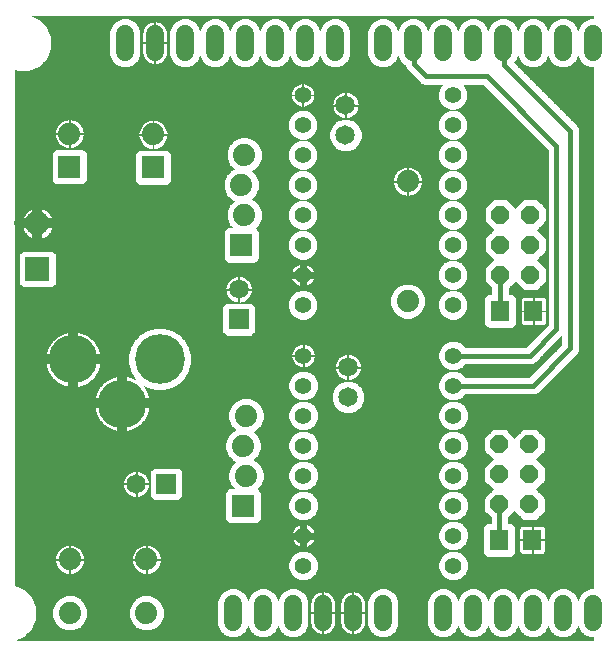
<source format=gbl>
G75*
%MOIN*%
%OFA0B0*%
%FSLAX24Y24*%
%IPPOS*%
%LPD*%
%AMOC8*
5,1,8,0,0,1.08239X$1,22.5*
%
%ADD10C,0.0600*%
%ADD11C,0.0554*%
%ADD12R,0.0740X0.0740*%
%ADD13C,0.0740*%
%ADD14C,0.1660*%
%ADD15C,0.1620*%
%ADD16C,0.0650*%
%ADD17R,0.0650X0.0650*%
%ADD18R,0.0800X0.0800*%
%ADD19C,0.0800*%
%ADD20R,0.0630X0.0709*%
%ADD21OC8,0.0600*%
%ADD22C,0.0030*%
%ADD23C,0.0320*%
%ADD24C,0.0240*%
%ADD25C,0.0160*%
D10*
X008650Y000850D02*
X008650Y001450D01*
X009650Y001450D02*
X009650Y000850D01*
X010650Y000850D02*
X010650Y001450D01*
X011650Y001450D02*
X011650Y000850D01*
X012650Y000850D02*
X012650Y001450D01*
X013650Y001450D02*
X013650Y000850D01*
X015650Y000850D02*
X015650Y001450D01*
X016650Y001450D02*
X016650Y000850D01*
X017650Y000850D02*
X017650Y001450D01*
X018650Y001450D02*
X018650Y000850D01*
X019650Y000850D02*
X019650Y001450D01*
X020650Y001450D02*
X020650Y000850D01*
X020650Y019850D02*
X020650Y020450D01*
X019650Y020450D02*
X019650Y019850D01*
X018650Y019850D02*
X018650Y020450D01*
X017650Y020450D02*
X017650Y019850D01*
X016650Y019850D02*
X016650Y020450D01*
X015650Y020450D02*
X015650Y019850D01*
X014650Y019850D02*
X014650Y020450D01*
X013650Y020450D02*
X013650Y019850D01*
X012050Y019850D02*
X012050Y020450D01*
X011050Y020450D02*
X011050Y019850D01*
X010050Y019850D02*
X010050Y020450D01*
X009050Y020450D02*
X009050Y019850D01*
X008050Y019850D02*
X008050Y020450D01*
X007050Y020450D02*
X007050Y019850D01*
X006050Y019850D02*
X006050Y020450D01*
X005050Y020450D02*
X005050Y019850D01*
D11*
X010980Y018415D03*
X010980Y017415D03*
X010980Y016415D03*
X010980Y015415D03*
X010980Y014415D03*
X010980Y013415D03*
X010980Y012415D03*
X010980Y011415D03*
X010995Y009730D03*
X010995Y008730D03*
X010995Y007730D03*
X010995Y006730D03*
X010995Y005730D03*
X010995Y004730D03*
X010995Y003730D03*
X010995Y002730D03*
X015995Y002730D03*
X015995Y003730D03*
X015995Y004730D03*
X015995Y005730D03*
X015995Y006730D03*
X015995Y007730D03*
X015995Y008730D03*
X015995Y009730D03*
X015980Y011415D03*
X015980Y012415D03*
X015980Y013415D03*
X015980Y014415D03*
X015980Y015415D03*
X015980Y016415D03*
X015980Y017415D03*
X015980Y018415D03*
D12*
X008930Y013415D03*
X005990Y016000D03*
X003195Y016020D03*
X008990Y004725D03*
D13*
X009090Y005725D03*
X008990Y006725D03*
X009090Y007725D03*
X005770Y002935D03*
X005770Y001155D03*
X003210Y001155D03*
X003210Y002935D03*
X014475Y011545D03*
X014475Y015545D03*
X009030Y016415D03*
X008930Y015415D03*
X009030Y014415D03*
X005990Y017100D03*
X003195Y017120D03*
D14*
X006209Y009610D03*
D15*
X004958Y008129D03*
X003326Y009600D03*
D16*
X005430Y005450D03*
X008845Y011935D03*
X012485Y009345D03*
X012485Y008345D03*
X012405Y017075D03*
X012405Y018075D03*
D17*
X008845Y010935D03*
X006430Y005450D03*
D18*
X002140Y012615D03*
D19*
X002140Y014133D03*
D20*
X017529Y003590D03*
X018631Y003590D03*
X018671Y011215D03*
X017569Y011215D03*
D21*
X017565Y012425D03*
X018565Y012425D03*
X018565Y013425D03*
X018565Y014425D03*
X017565Y014425D03*
X017565Y013425D03*
X017540Y006765D03*
X017540Y005765D03*
X017540Y004765D03*
X018540Y004765D03*
X018540Y005765D03*
X018540Y006765D03*
D22*
X001685Y000349D02*
X001446Y000250D01*
X020650Y000250D01*
X020650Y000335D01*
X020548Y000335D01*
X020358Y000413D01*
X020213Y000558D01*
X020150Y000711D01*
X020087Y000558D01*
X019942Y000413D01*
X019752Y000335D01*
X019548Y000335D01*
X019358Y000413D01*
X019213Y000558D01*
X019150Y000711D01*
X019087Y000558D01*
X018942Y000413D01*
X018752Y000335D01*
X018548Y000335D01*
X018358Y000413D01*
X018213Y000558D01*
X018150Y000711D01*
X018087Y000558D01*
X017942Y000413D01*
X017752Y000335D01*
X017548Y000335D01*
X017358Y000413D01*
X017213Y000558D01*
X017150Y000711D01*
X017087Y000558D01*
X016942Y000413D01*
X016752Y000335D01*
X016548Y000335D01*
X016358Y000413D01*
X016213Y000558D01*
X016150Y000711D01*
X016087Y000558D01*
X015942Y000413D01*
X015752Y000335D01*
X015548Y000335D01*
X015358Y000413D01*
X015213Y000558D01*
X015135Y000748D01*
X015135Y001552D01*
X015213Y001742D01*
X015358Y001887D01*
X015548Y001965D01*
X015752Y001965D01*
X015942Y001887D01*
X016087Y001742D01*
X016150Y001589D01*
X016213Y001742D01*
X016358Y001887D01*
X016548Y001965D01*
X016752Y001965D01*
X016942Y001887D01*
X017087Y001742D01*
X017150Y001589D01*
X017213Y001742D01*
X017358Y001887D01*
X017548Y001965D01*
X017752Y001965D01*
X017942Y001887D01*
X018087Y001742D01*
X018150Y001589D01*
X018213Y001742D01*
X018358Y001887D01*
X018548Y001965D01*
X018752Y001965D01*
X018942Y001887D01*
X019087Y001742D01*
X019150Y001589D01*
X019213Y001742D01*
X019358Y001887D01*
X019548Y001965D01*
X019752Y001965D01*
X019942Y001887D01*
X020087Y001742D01*
X020150Y001589D01*
X020213Y001742D01*
X020358Y001887D01*
X020548Y001965D01*
X020650Y001965D01*
X020650Y019335D01*
X020548Y019335D01*
X020358Y019413D01*
X020213Y019558D01*
X020150Y019711D01*
X020087Y019558D01*
X019942Y019413D01*
X019752Y019335D01*
X019548Y019335D01*
X019358Y019413D01*
X019213Y019558D01*
X019150Y019711D01*
X019087Y019558D01*
X018942Y019413D01*
X018752Y019335D01*
X018548Y019335D01*
X018358Y019413D01*
X018213Y019558D01*
X018150Y019711D01*
X018087Y019558D01*
X018030Y019502D01*
X020150Y017382D01*
X020195Y017274D01*
X020195Y009911D01*
X020150Y009803D01*
X018827Y008480D01*
X018719Y008435D01*
X016396Y008435D01*
X016274Y008313D01*
X016093Y008238D01*
X015897Y008238D01*
X015716Y008313D01*
X015578Y008451D01*
X015503Y008632D01*
X015503Y008828D01*
X015578Y009009D01*
X015716Y009147D01*
X015897Y009222D01*
X016093Y009222D01*
X016274Y009147D01*
X016396Y009025D01*
X018538Y009025D01*
X019605Y010092D01*
X019605Y010368D01*
X018717Y009480D01*
X018609Y009435D01*
X016396Y009435D01*
X016274Y009313D01*
X016093Y009238D01*
X015897Y009238D01*
X015716Y009313D01*
X015578Y009451D01*
X015503Y009632D01*
X015503Y009828D01*
X015578Y010009D01*
X015716Y010147D01*
X015897Y010222D01*
X016093Y010222D01*
X016274Y010147D01*
X016396Y010025D01*
X018428Y010025D01*
X019145Y010742D01*
X019145Y016588D01*
X016993Y018740D01*
X016351Y018740D01*
X016397Y018694D01*
X016472Y018513D01*
X016472Y018317D01*
X016397Y018136D01*
X016259Y017998D01*
X016078Y017923D01*
X015882Y017923D01*
X015701Y017998D01*
X015563Y018136D01*
X015488Y018317D01*
X015488Y018513D01*
X015563Y018694D01*
X015609Y018740D01*
X015046Y018740D01*
X014938Y018785D01*
X014518Y019205D01*
X014435Y019288D01*
X014390Y019396D01*
X014390Y019400D01*
X014358Y019413D01*
X014213Y019558D01*
X014150Y019711D01*
X014087Y019558D01*
X013942Y019413D01*
X013752Y019335D01*
X013548Y019335D01*
X013358Y019413D01*
X013213Y019558D01*
X013135Y019748D01*
X013135Y020552D01*
X013213Y020742D01*
X013358Y020887D01*
X013548Y020965D01*
X013752Y020965D01*
X013942Y020887D01*
X014087Y020742D01*
X014150Y020589D01*
X014213Y020742D01*
X014358Y020887D01*
X014548Y020965D01*
X014752Y020965D01*
X014942Y020887D01*
X015087Y020742D01*
X015150Y020589D01*
X015213Y020742D01*
X015358Y020887D01*
X015548Y020965D01*
X015752Y020965D01*
X015942Y020887D01*
X016087Y020742D01*
X016150Y020589D01*
X016213Y020742D01*
X016358Y020887D01*
X016548Y020965D01*
X016752Y020965D01*
X016942Y020887D01*
X017087Y020742D01*
X017150Y020589D01*
X017213Y020742D01*
X017358Y020887D01*
X017548Y020965D01*
X017752Y020965D01*
X017942Y020887D01*
X018087Y020742D01*
X018150Y020589D01*
X018213Y020742D01*
X018358Y020887D01*
X018548Y020965D01*
X018752Y020965D01*
X018942Y020887D01*
X019087Y020742D01*
X019150Y020589D01*
X019213Y020742D01*
X019358Y020887D01*
X019548Y020965D01*
X019752Y020965D01*
X019942Y020887D01*
X020087Y020742D01*
X020150Y020589D01*
X020213Y020742D01*
X020358Y020887D01*
X020548Y020965D01*
X020650Y020965D01*
X020650Y021050D01*
X001946Y021050D01*
X002185Y020951D01*
X002451Y020685D01*
X002595Y020338D01*
X002595Y019962D01*
X002451Y019615D01*
X002185Y019349D01*
X001838Y019205D01*
X001462Y019205D01*
X001400Y019231D01*
X001400Y002069D01*
X001685Y001951D01*
X001951Y001685D01*
X002095Y001338D01*
X002095Y000962D01*
X001951Y000615D01*
X001685Y000349D01*
X001686Y000350D02*
X008513Y000350D01*
X008548Y000335D02*
X008752Y000335D01*
X008942Y000413D01*
X009087Y000558D01*
X009150Y000711D01*
X009213Y000558D01*
X009358Y000413D01*
X009548Y000335D01*
X009752Y000335D01*
X009942Y000413D01*
X010087Y000558D01*
X010150Y000711D01*
X010213Y000558D01*
X010358Y000413D01*
X010548Y000335D01*
X010752Y000335D01*
X010942Y000413D01*
X011087Y000558D01*
X011165Y000748D01*
X011165Y001552D01*
X011087Y001742D01*
X010942Y001887D01*
X010752Y001965D01*
X010548Y001965D01*
X010358Y001887D01*
X010213Y001742D01*
X010150Y001589D01*
X010087Y001742D01*
X009942Y001887D01*
X009752Y001965D01*
X009548Y001965D01*
X009358Y001887D01*
X009213Y001742D01*
X009150Y001589D01*
X009087Y001742D01*
X008942Y001887D01*
X008752Y001965D01*
X008548Y001965D01*
X008358Y001887D01*
X008213Y001742D01*
X008135Y001552D01*
X008135Y000748D01*
X008213Y000558D01*
X008358Y000413D01*
X008548Y000335D01*
X008444Y000378D02*
X001714Y000378D01*
X001743Y000407D02*
X008375Y000407D01*
X008337Y000435D02*
X001771Y000435D01*
X001800Y000464D02*
X008308Y000464D01*
X008280Y000492D02*
X001828Y000492D01*
X001857Y000521D02*
X008251Y000521D01*
X008223Y000549D02*
X001885Y000549D01*
X001914Y000578D02*
X003076Y000578D01*
X003094Y000570D02*
X003326Y000570D01*
X003541Y000659D01*
X003706Y000824D01*
X003795Y001039D01*
X003795Y001271D01*
X003706Y001486D01*
X003541Y001651D01*
X003326Y001740D01*
X003094Y001740D01*
X002879Y001651D01*
X002714Y001486D01*
X002625Y001271D01*
X002625Y001039D01*
X002714Y000824D01*
X002879Y000659D01*
X003094Y000570D01*
X003007Y000606D02*
X001942Y000606D01*
X001959Y000635D02*
X002938Y000635D01*
X002875Y000663D02*
X001971Y000663D01*
X001983Y000692D02*
X002846Y000692D01*
X002818Y000720D02*
X001995Y000720D01*
X002006Y000749D02*
X002789Y000749D01*
X002761Y000777D02*
X002018Y000777D01*
X002030Y000806D02*
X002732Y000806D01*
X002710Y000834D02*
X002042Y000834D01*
X002054Y000863D02*
X002698Y000863D01*
X002686Y000891D02*
X002065Y000891D01*
X002077Y000920D02*
X002674Y000920D01*
X002663Y000948D02*
X002089Y000948D01*
X002095Y000977D02*
X002651Y000977D01*
X002639Y001005D02*
X002095Y001005D01*
X002095Y001034D02*
X002627Y001034D01*
X002625Y001062D02*
X002095Y001062D01*
X002095Y001091D02*
X002625Y001091D01*
X002625Y001119D02*
X002095Y001119D01*
X002095Y001148D02*
X002625Y001148D01*
X002625Y001176D02*
X002095Y001176D01*
X002095Y001205D02*
X002625Y001205D01*
X002625Y001233D02*
X002095Y001233D01*
X002095Y001262D02*
X002625Y001262D01*
X002633Y001290D02*
X002095Y001290D01*
X002095Y001319D02*
X002645Y001319D01*
X002656Y001347D02*
X002091Y001347D01*
X002079Y001376D02*
X002668Y001376D01*
X002680Y001404D02*
X002068Y001404D01*
X002056Y001433D02*
X002692Y001433D01*
X002704Y001461D02*
X002044Y001461D01*
X002032Y001490D02*
X002717Y001490D01*
X002746Y001518D02*
X002020Y001518D01*
X002009Y001547D02*
X002774Y001547D01*
X002803Y001575D02*
X001997Y001575D01*
X001985Y001604D02*
X002831Y001604D01*
X002860Y001632D02*
X001973Y001632D01*
X001961Y001661D02*
X002902Y001661D01*
X002971Y001689D02*
X001947Y001689D01*
X001919Y001718D02*
X003039Y001718D01*
X003381Y001718D02*
X005599Y001718D01*
X005654Y001740D02*
X005439Y001651D01*
X005274Y001486D01*
X005185Y001271D01*
X005185Y001039D01*
X005274Y000824D01*
X005439Y000659D01*
X005654Y000570D01*
X005886Y000570D01*
X006101Y000659D01*
X006266Y000824D01*
X006355Y001039D01*
X006355Y001271D01*
X006266Y001486D01*
X006101Y001651D01*
X005886Y001740D01*
X005654Y001740D01*
X005531Y001689D02*
X003449Y001689D01*
X003518Y001661D02*
X005462Y001661D01*
X005420Y001632D02*
X003560Y001632D01*
X003589Y001604D02*
X005391Y001604D01*
X005363Y001575D02*
X003617Y001575D01*
X003646Y001547D02*
X005334Y001547D01*
X005306Y001518D02*
X003674Y001518D01*
X003703Y001490D02*
X005277Y001490D01*
X005264Y001461D02*
X003716Y001461D01*
X003728Y001433D02*
X005252Y001433D01*
X005240Y001404D02*
X003740Y001404D01*
X003752Y001376D02*
X005228Y001376D01*
X005216Y001347D02*
X003764Y001347D01*
X003775Y001319D02*
X005205Y001319D01*
X005193Y001290D02*
X003787Y001290D01*
X003795Y001262D02*
X005185Y001262D01*
X005185Y001233D02*
X003795Y001233D01*
X003795Y001205D02*
X005185Y001205D01*
X005185Y001176D02*
X003795Y001176D01*
X003795Y001148D02*
X005185Y001148D01*
X005185Y001119D02*
X003795Y001119D01*
X003795Y001091D02*
X005185Y001091D01*
X005185Y001062D02*
X003795Y001062D01*
X003793Y001034D02*
X005187Y001034D01*
X005199Y001005D02*
X003781Y001005D01*
X003769Y000977D02*
X005211Y000977D01*
X005223Y000948D02*
X003757Y000948D01*
X003746Y000920D02*
X005234Y000920D01*
X005246Y000891D02*
X003734Y000891D01*
X003722Y000863D02*
X005258Y000863D01*
X005270Y000834D02*
X003710Y000834D01*
X003688Y000806D02*
X005292Y000806D01*
X005321Y000777D02*
X003659Y000777D01*
X003631Y000749D02*
X005349Y000749D01*
X005378Y000720D02*
X003602Y000720D01*
X003574Y000692D02*
X005406Y000692D01*
X005435Y000663D02*
X003545Y000663D01*
X003482Y000635D02*
X005498Y000635D01*
X005567Y000606D02*
X003413Y000606D01*
X003344Y000578D02*
X005636Y000578D01*
X005904Y000578D02*
X008205Y000578D01*
X008194Y000606D02*
X005973Y000606D01*
X006042Y000635D02*
X008182Y000635D01*
X008170Y000663D02*
X006105Y000663D01*
X006134Y000692D02*
X008158Y000692D01*
X008146Y000720D02*
X006162Y000720D01*
X006191Y000749D02*
X008135Y000749D01*
X008135Y000777D02*
X006219Y000777D01*
X006248Y000806D02*
X008135Y000806D01*
X008135Y000834D02*
X006270Y000834D01*
X006282Y000863D02*
X008135Y000863D01*
X008135Y000891D02*
X006294Y000891D01*
X006306Y000920D02*
X008135Y000920D01*
X008135Y000948D02*
X006317Y000948D01*
X006329Y000977D02*
X008135Y000977D01*
X008135Y001005D02*
X006341Y001005D01*
X006353Y001034D02*
X008135Y001034D01*
X008135Y001062D02*
X006355Y001062D01*
X006355Y001091D02*
X008135Y001091D01*
X008135Y001119D02*
X006355Y001119D01*
X006355Y001148D02*
X008135Y001148D01*
X008135Y001176D02*
X006355Y001176D01*
X006355Y001205D02*
X008135Y001205D01*
X008135Y001233D02*
X006355Y001233D01*
X006355Y001262D02*
X008135Y001262D01*
X008135Y001290D02*
X006347Y001290D01*
X006335Y001319D02*
X008135Y001319D01*
X008135Y001347D02*
X006324Y001347D01*
X006312Y001376D02*
X008135Y001376D01*
X008135Y001404D02*
X006300Y001404D01*
X006288Y001433D02*
X008135Y001433D01*
X008135Y001461D02*
X006276Y001461D01*
X006263Y001490D02*
X008135Y001490D01*
X008135Y001518D02*
X006234Y001518D01*
X006206Y001547D02*
X008135Y001547D01*
X008144Y001575D02*
X006177Y001575D01*
X006149Y001604D02*
X008156Y001604D01*
X008168Y001632D02*
X006120Y001632D01*
X006078Y001661D02*
X008180Y001661D01*
X008192Y001689D02*
X006009Y001689D01*
X005941Y001718D02*
X008203Y001718D01*
X008218Y001746D02*
X001890Y001746D01*
X001862Y001775D02*
X008246Y001775D01*
X008275Y001803D02*
X001833Y001803D01*
X001805Y001832D02*
X008303Y001832D01*
X008332Y001860D02*
X001776Y001860D01*
X001748Y001889D02*
X008363Y001889D01*
X008432Y001917D02*
X001719Y001917D01*
X001691Y001946D02*
X008501Y001946D01*
X008799Y001946D02*
X009501Y001946D01*
X009432Y001917D02*
X008868Y001917D01*
X008937Y001889D02*
X009363Y001889D01*
X009332Y001860D02*
X008968Y001860D01*
X008997Y001832D02*
X009303Y001832D01*
X009275Y001803D02*
X009025Y001803D01*
X009054Y001775D02*
X009246Y001775D01*
X009218Y001746D02*
X009082Y001746D01*
X009097Y001718D02*
X009203Y001718D01*
X009192Y001689D02*
X009108Y001689D01*
X009120Y001661D02*
X009180Y001661D01*
X009168Y001632D02*
X009132Y001632D01*
X009144Y001604D02*
X009156Y001604D01*
X009799Y001946D02*
X010501Y001946D01*
X010432Y001917D02*
X009868Y001917D01*
X009937Y001889D02*
X010363Y001889D01*
X010332Y001860D02*
X009968Y001860D01*
X009997Y001832D02*
X010303Y001832D01*
X010275Y001803D02*
X010025Y001803D01*
X010054Y001775D02*
X010246Y001775D01*
X010218Y001746D02*
X010082Y001746D01*
X010097Y001718D02*
X010203Y001718D01*
X010192Y001689D02*
X010108Y001689D01*
X010120Y001661D02*
X010180Y001661D01*
X010168Y001632D02*
X010132Y001632D01*
X010144Y001604D02*
X010156Y001604D01*
X010799Y001946D02*
X013501Y001946D01*
X013548Y001965D02*
X013358Y001887D01*
X013213Y001742D01*
X013135Y001552D01*
X013135Y000748D01*
X013213Y000558D01*
X013358Y000413D01*
X013548Y000335D01*
X013752Y000335D01*
X013942Y000413D01*
X014087Y000558D01*
X014165Y000748D01*
X014165Y001552D01*
X014087Y001742D01*
X013942Y001887D01*
X013752Y001965D01*
X013548Y001965D01*
X013432Y001917D02*
X010868Y001917D01*
X010937Y001889D02*
X013363Y001889D01*
X013332Y001860D02*
X012714Y001860D01*
X012683Y001865D02*
X012747Y001855D01*
X012809Y001835D01*
X012868Y001805D01*
X012920Y001767D01*
X012967Y001720D01*
X013005Y001668D01*
X013035Y001609D01*
X013055Y001547D01*
X013065Y001483D01*
X013065Y001165D01*
X012665Y001165D01*
X012665Y001135D01*
X013065Y001135D01*
X013065Y000817D01*
X013055Y000753D01*
X013035Y000691D01*
X013005Y000632D01*
X012967Y000580D01*
X012920Y000533D01*
X012868Y000495D01*
X012809Y000465D01*
X012747Y000445D01*
X012683Y000435D01*
X013337Y000435D01*
X013308Y000464D02*
X012803Y000464D01*
X012862Y000492D02*
X013280Y000492D01*
X013251Y000521D02*
X012903Y000521D01*
X012936Y000549D02*
X013223Y000549D01*
X013205Y000578D02*
X012964Y000578D01*
X012986Y000606D02*
X013194Y000606D01*
X013182Y000635D02*
X013006Y000635D01*
X013020Y000663D02*
X013170Y000663D01*
X013158Y000692D02*
X013035Y000692D01*
X013044Y000720D02*
X013146Y000720D01*
X013135Y000749D02*
X013053Y000749D01*
X013059Y000777D02*
X013135Y000777D01*
X013135Y000806D02*
X013063Y000806D01*
X013065Y000834D02*
X013135Y000834D01*
X013135Y000863D02*
X013065Y000863D01*
X013065Y000891D02*
X013135Y000891D01*
X013135Y000920D02*
X013065Y000920D01*
X013065Y000948D02*
X013135Y000948D01*
X013135Y000977D02*
X013065Y000977D01*
X013065Y001005D02*
X013135Y001005D01*
X013135Y001034D02*
X013065Y001034D01*
X013065Y001062D02*
X013135Y001062D01*
X013135Y001091D02*
X013065Y001091D01*
X013065Y001119D02*
X013135Y001119D01*
X013135Y001148D02*
X012665Y001148D01*
X012665Y001135D02*
X012665Y000435D01*
X012635Y000435D01*
X012635Y001135D01*
X012665Y001135D01*
X012665Y001119D02*
X012635Y001119D01*
X012635Y001135D02*
X012235Y001135D01*
X012235Y000817D01*
X012245Y000753D01*
X012265Y000691D01*
X012295Y000632D01*
X012333Y000580D01*
X012380Y000533D01*
X012432Y000495D01*
X012491Y000465D01*
X012553Y000445D01*
X012617Y000435D01*
X011683Y000435D01*
X011747Y000445D01*
X011809Y000465D01*
X011868Y000495D01*
X011920Y000533D01*
X011967Y000580D01*
X012005Y000632D01*
X012035Y000691D01*
X012055Y000753D01*
X012065Y000817D01*
X012065Y001135D01*
X011665Y001135D01*
X011665Y001165D01*
X012065Y001165D01*
X012065Y001483D01*
X012055Y001547D01*
X012035Y001609D01*
X012005Y001668D01*
X011967Y001720D01*
X011920Y001767D01*
X011868Y001805D01*
X011809Y001835D01*
X011747Y001855D01*
X011683Y001865D01*
X011665Y001865D01*
X011665Y001165D01*
X011635Y001165D01*
X011635Y001865D01*
X011617Y001865D01*
X011553Y001855D01*
X011491Y001835D01*
X011432Y001805D01*
X011380Y001767D01*
X011333Y001720D01*
X011295Y001668D01*
X011265Y001609D01*
X011245Y001547D01*
X011235Y001483D01*
X011235Y001165D01*
X011635Y001165D01*
X011635Y001135D01*
X011665Y001135D01*
X011665Y000435D01*
X011635Y000435D01*
X011635Y001135D01*
X011235Y001135D01*
X011235Y000817D01*
X011245Y000753D01*
X011265Y000691D01*
X011295Y000632D01*
X011333Y000580D01*
X011380Y000533D01*
X011432Y000495D01*
X011491Y000465D01*
X011553Y000445D01*
X011617Y000435D01*
X010963Y000435D01*
X010992Y000464D02*
X011497Y000464D01*
X011438Y000492D02*
X011020Y000492D01*
X011049Y000521D02*
X011397Y000521D01*
X011364Y000549D02*
X011077Y000549D01*
X011095Y000578D02*
X011336Y000578D01*
X011314Y000606D02*
X011106Y000606D01*
X011118Y000635D02*
X011294Y000635D01*
X011280Y000663D02*
X011130Y000663D01*
X011142Y000692D02*
X011265Y000692D01*
X011256Y000720D02*
X011154Y000720D01*
X011165Y000749D02*
X011247Y000749D01*
X011241Y000777D02*
X011165Y000777D01*
X011165Y000806D02*
X011237Y000806D01*
X011235Y000834D02*
X011165Y000834D01*
X011165Y000863D02*
X011235Y000863D01*
X011235Y000891D02*
X011165Y000891D01*
X011165Y000920D02*
X011235Y000920D01*
X011235Y000948D02*
X011165Y000948D01*
X011165Y000977D02*
X011235Y000977D01*
X011235Y001005D02*
X011165Y001005D01*
X011165Y001034D02*
X011235Y001034D01*
X011235Y001062D02*
X011165Y001062D01*
X011165Y001091D02*
X011235Y001091D01*
X011235Y001119D02*
X011165Y001119D01*
X011165Y001148D02*
X011635Y001148D01*
X011635Y001176D02*
X011665Y001176D01*
X011665Y001148D02*
X012635Y001148D01*
X012635Y001135D02*
X012635Y001165D01*
X012635Y001865D01*
X012617Y001865D01*
X012553Y001855D01*
X012491Y001835D01*
X012432Y001805D01*
X012380Y001767D01*
X012333Y001720D01*
X012295Y001668D01*
X012265Y001609D01*
X012245Y001547D01*
X012235Y001483D01*
X012235Y001165D01*
X012635Y001165D01*
X012665Y001165D01*
X012665Y001865D01*
X012683Y001865D01*
X012665Y001860D02*
X012635Y001860D01*
X012635Y001832D02*
X012665Y001832D01*
X012665Y001803D02*
X012635Y001803D01*
X012635Y001775D02*
X012665Y001775D01*
X012665Y001746D02*
X012635Y001746D01*
X012635Y001718D02*
X012665Y001718D01*
X012665Y001689D02*
X012635Y001689D01*
X012635Y001661D02*
X012665Y001661D01*
X012665Y001632D02*
X012635Y001632D01*
X012635Y001604D02*
X012665Y001604D01*
X012665Y001575D02*
X012635Y001575D01*
X012635Y001547D02*
X012665Y001547D01*
X012665Y001518D02*
X012635Y001518D01*
X012635Y001490D02*
X012665Y001490D01*
X012665Y001461D02*
X012635Y001461D01*
X012635Y001433D02*
X012665Y001433D01*
X012665Y001404D02*
X012635Y001404D01*
X012635Y001376D02*
X012665Y001376D01*
X012665Y001347D02*
X012635Y001347D01*
X012635Y001319D02*
X012665Y001319D01*
X012665Y001290D02*
X012635Y001290D01*
X012635Y001262D02*
X012665Y001262D01*
X012665Y001233D02*
X012635Y001233D01*
X012635Y001205D02*
X012665Y001205D01*
X012665Y001176D02*
X012635Y001176D01*
X012635Y001091D02*
X012665Y001091D01*
X012665Y001062D02*
X012635Y001062D01*
X012635Y001034D02*
X012665Y001034D01*
X012665Y001005D02*
X012635Y001005D01*
X012635Y000977D02*
X012665Y000977D01*
X012665Y000948D02*
X012635Y000948D01*
X012635Y000920D02*
X012665Y000920D01*
X012665Y000891D02*
X012635Y000891D01*
X012635Y000863D02*
X012665Y000863D01*
X012665Y000834D02*
X012635Y000834D01*
X012635Y000806D02*
X012665Y000806D01*
X012665Y000777D02*
X012635Y000777D01*
X012635Y000749D02*
X012665Y000749D01*
X012665Y000720D02*
X012635Y000720D01*
X012635Y000692D02*
X012665Y000692D01*
X012665Y000663D02*
X012635Y000663D01*
X012635Y000635D02*
X012665Y000635D01*
X012665Y000606D02*
X012635Y000606D01*
X012635Y000578D02*
X012665Y000578D01*
X012665Y000549D02*
X012635Y000549D01*
X012635Y000521D02*
X012665Y000521D01*
X012665Y000492D02*
X012635Y000492D01*
X012635Y000464D02*
X012665Y000464D01*
X012665Y000435D02*
X012683Y000435D01*
X012635Y000435D02*
X012617Y000435D01*
X012497Y000464D02*
X011803Y000464D01*
X011862Y000492D02*
X012438Y000492D01*
X012397Y000521D02*
X011903Y000521D01*
X011936Y000549D02*
X012364Y000549D01*
X012336Y000578D02*
X011964Y000578D01*
X011986Y000606D02*
X012314Y000606D01*
X012294Y000635D02*
X012006Y000635D01*
X012020Y000663D02*
X012280Y000663D01*
X012265Y000692D02*
X012035Y000692D01*
X012044Y000720D02*
X012256Y000720D01*
X012247Y000749D02*
X012053Y000749D01*
X012059Y000777D02*
X012241Y000777D01*
X012237Y000806D02*
X012063Y000806D01*
X012065Y000834D02*
X012235Y000834D01*
X012235Y000863D02*
X012065Y000863D01*
X012065Y000891D02*
X012235Y000891D01*
X012235Y000920D02*
X012065Y000920D01*
X012065Y000948D02*
X012235Y000948D01*
X012235Y000977D02*
X012065Y000977D01*
X012065Y001005D02*
X012235Y001005D01*
X012235Y001034D02*
X012065Y001034D01*
X012065Y001062D02*
X012235Y001062D01*
X012235Y001091D02*
X012065Y001091D01*
X012065Y001119D02*
X012235Y001119D01*
X012235Y001176D02*
X012065Y001176D01*
X012065Y001205D02*
X012235Y001205D01*
X012235Y001233D02*
X012065Y001233D01*
X012065Y001262D02*
X012235Y001262D01*
X012235Y001290D02*
X012065Y001290D01*
X012065Y001319D02*
X012235Y001319D01*
X012235Y001347D02*
X012065Y001347D01*
X012065Y001376D02*
X012235Y001376D01*
X012235Y001404D02*
X012065Y001404D01*
X012065Y001433D02*
X012235Y001433D01*
X012235Y001461D02*
X012065Y001461D01*
X012064Y001490D02*
X012236Y001490D01*
X012241Y001518D02*
X012059Y001518D01*
X012055Y001547D02*
X012245Y001547D01*
X012254Y001575D02*
X012046Y001575D01*
X012036Y001604D02*
X012264Y001604D01*
X012277Y001632D02*
X012023Y001632D01*
X012009Y001661D02*
X012291Y001661D01*
X012311Y001689D02*
X011989Y001689D01*
X011969Y001718D02*
X012331Y001718D01*
X012359Y001746D02*
X011941Y001746D01*
X011909Y001775D02*
X012391Y001775D01*
X012430Y001803D02*
X011870Y001803D01*
X011815Y001832D02*
X012485Y001832D01*
X012586Y001860D02*
X011714Y001860D01*
X011665Y001860D02*
X011635Y001860D01*
X011635Y001832D02*
X011665Y001832D01*
X011665Y001803D02*
X011635Y001803D01*
X011635Y001775D02*
X011665Y001775D01*
X011665Y001746D02*
X011635Y001746D01*
X011635Y001718D02*
X011665Y001718D01*
X011665Y001689D02*
X011635Y001689D01*
X011635Y001661D02*
X011665Y001661D01*
X011665Y001632D02*
X011635Y001632D01*
X011635Y001604D02*
X011665Y001604D01*
X011665Y001575D02*
X011635Y001575D01*
X011635Y001547D02*
X011665Y001547D01*
X011665Y001518D02*
X011635Y001518D01*
X011635Y001490D02*
X011665Y001490D01*
X011665Y001461D02*
X011635Y001461D01*
X011635Y001433D02*
X011665Y001433D01*
X011665Y001404D02*
X011635Y001404D01*
X011635Y001376D02*
X011665Y001376D01*
X011665Y001347D02*
X011635Y001347D01*
X011635Y001319D02*
X011665Y001319D01*
X011665Y001290D02*
X011635Y001290D01*
X011635Y001262D02*
X011665Y001262D01*
X011665Y001233D02*
X011635Y001233D01*
X011635Y001205D02*
X011665Y001205D01*
X011665Y001119D02*
X011635Y001119D01*
X011635Y001091D02*
X011665Y001091D01*
X011665Y001062D02*
X011635Y001062D01*
X011635Y001034D02*
X011665Y001034D01*
X011665Y001005D02*
X011635Y001005D01*
X011635Y000977D02*
X011665Y000977D01*
X011665Y000948D02*
X011635Y000948D01*
X011635Y000920D02*
X011665Y000920D01*
X011665Y000891D02*
X011635Y000891D01*
X011635Y000863D02*
X011665Y000863D01*
X011665Y000834D02*
X011635Y000834D01*
X011635Y000806D02*
X011665Y000806D01*
X011665Y000777D02*
X011635Y000777D01*
X011635Y000749D02*
X011665Y000749D01*
X011665Y000720D02*
X011635Y000720D01*
X011635Y000692D02*
X011665Y000692D01*
X011665Y000663D02*
X011635Y000663D01*
X011635Y000635D02*
X011665Y000635D01*
X011665Y000606D02*
X011635Y000606D01*
X011635Y000578D02*
X011665Y000578D01*
X011665Y000549D02*
X011635Y000549D01*
X011635Y000521D02*
X011665Y000521D01*
X011665Y000492D02*
X011635Y000492D01*
X011635Y000464D02*
X011665Y000464D01*
X011665Y000435D02*
X011683Y000435D01*
X011635Y000435D02*
X011617Y000435D01*
X010925Y000407D02*
X013375Y000407D01*
X013444Y000378D02*
X010856Y000378D01*
X010787Y000350D02*
X013513Y000350D01*
X013787Y000350D02*
X015513Y000350D01*
X015444Y000378D02*
X013856Y000378D01*
X013925Y000407D02*
X015375Y000407D01*
X015337Y000435D02*
X013963Y000435D01*
X013992Y000464D02*
X015308Y000464D01*
X015280Y000492D02*
X014020Y000492D01*
X014049Y000521D02*
X015251Y000521D01*
X015223Y000549D02*
X014077Y000549D01*
X014095Y000578D02*
X015205Y000578D01*
X015194Y000606D02*
X014106Y000606D01*
X014118Y000635D02*
X015182Y000635D01*
X015170Y000663D02*
X014130Y000663D01*
X014142Y000692D02*
X015158Y000692D01*
X015146Y000720D02*
X014154Y000720D01*
X014165Y000749D02*
X015135Y000749D01*
X015135Y000777D02*
X014165Y000777D01*
X014165Y000806D02*
X015135Y000806D01*
X015135Y000834D02*
X014165Y000834D01*
X014165Y000863D02*
X015135Y000863D01*
X015135Y000891D02*
X014165Y000891D01*
X014165Y000920D02*
X015135Y000920D01*
X015135Y000948D02*
X014165Y000948D01*
X014165Y000977D02*
X015135Y000977D01*
X015135Y001005D02*
X014165Y001005D01*
X014165Y001034D02*
X015135Y001034D01*
X015135Y001062D02*
X014165Y001062D01*
X014165Y001091D02*
X015135Y001091D01*
X015135Y001119D02*
X014165Y001119D01*
X014165Y001148D02*
X015135Y001148D01*
X015135Y001176D02*
X014165Y001176D01*
X014165Y001205D02*
X015135Y001205D01*
X015135Y001233D02*
X014165Y001233D01*
X014165Y001262D02*
X015135Y001262D01*
X015135Y001290D02*
X014165Y001290D01*
X014165Y001319D02*
X015135Y001319D01*
X015135Y001347D02*
X014165Y001347D01*
X014165Y001376D02*
X015135Y001376D01*
X015135Y001404D02*
X014165Y001404D01*
X014165Y001433D02*
X015135Y001433D01*
X015135Y001461D02*
X014165Y001461D01*
X014165Y001490D02*
X015135Y001490D01*
X015135Y001518D02*
X014165Y001518D01*
X014165Y001547D02*
X015135Y001547D01*
X015144Y001575D02*
X014156Y001575D01*
X014144Y001604D02*
X015156Y001604D01*
X015168Y001632D02*
X014132Y001632D01*
X014120Y001661D02*
X015180Y001661D01*
X015192Y001689D02*
X014108Y001689D01*
X014097Y001718D02*
X015203Y001718D01*
X015218Y001746D02*
X014082Y001746D01*
X014054Y001775D02*
X015246Y001775D01*
X015275Y001803D02*
X014025Y001803D01*
X013997Y001832D02*
X015303Y001832D01*
X015332Y001860D02*
X013968Y001860D01*
X013937Y001889D02*
X015363Y001889D01*
X015432Y001917D02*
X013868Y001917D01*
X013799Y001946D02*
X015501Y001946D01*
X015716Y002313D02*
X015897Y002238D01*
X016093Y002238D01*
X016274Y002313D01*
X016412Y002451D01*
X016487Y002632D01*
X016487Y002828D01*
X016412Y003009D01*
X016274Y003147D01*
X016093Y003222D01*
X015897Y003222D01*
X015716Y003147D01*
X015578Y003009D01*
X015503Y002828D01*
X015503Y002632D01*
X015578Y002451D01*
X015716Y002313D01*
X015713Y002316D02*
X011277Y002316D01*
X011274Y002313D02*
X011412Y002451D01*
X011487Y002632D01*
X011487Y002828D01*
X011412Y003009D01*
X011274Y003147D01*
X011093Y003222D01*
X010897Y003222D01*
X010716Y003147D01*
X010578Y003009D01*
X010503Y002828D01*
X010503Y002632D01*
X010578Y002451D01*
X010716Y002313D01*
X010897Y002238D01*
X011093Y002238D01*
X011274Y002313D01*
X011306Y002345D02*
X015684Y002345D01*
X015656Y002373D02*
X011334Y002373D01*
X011363Y002402D02*
X015627Y002402D01*
X015599Y002430D02*
X011391Y002430D01*
X011415Y002459D02*
X015575Y002459D01*
X015563Y002487D02*
X011427Y002487D01*
X011439Y002516D02*
X015551Y002516D01*
X015539Y002544D02*
X011451Y002544D01*
X011462Y002573D02*
X015528Y002573D01*
X015516Y002601D02*
X011474Y002601D01*
X011486Y002630D02*
X015504Y002630D01*
X015503Y002658D02*
X011487Y002658D01*
X011487Y002687D02*
X015503Y002687D01*
X015503Y002715D02*
X011487Y002715D01*
X011487Y002744D02*
X015503Y002744D01*
X015503Y002772D02*
X011487Y002772D01*
X011487Y002801D02*
X015503Y002801D01*
X015503Y002829D02*
X011487Y002829D01*
X011475Y002858D02*
X015515Y002858D01*
X015527Y002886D02*
X011463Y002886D01*
X011451Y002915D02*
X015539Y002915D01*
X015551Y002943D02*
X011439Y002943D01*
X011428Y002972D02*
X015562Y002972D01*
X015574Y003000D02*
X011416Y003000D01*
X011393Y003029D02*
X015597Y003029D01*
X015626Y003057D02*
X011364Y003057D01*
X011335Y003086D02*
X015654Y003086D01*
X015683Y003114D02*
X011307Y003114D01*
X011278Y003143D02*
X015711Y003143D01*
X015774Y003171D02*
X011216Y003171D01*
X011148Y003200D02*
X015842Y003200D01*
X015852Y003257D02*
X006134Y003257D01*
X006140Y003251D02*
X006086Y003305D01*
X006024Y003350D01*
X005956Y003384D01*
X005884Y003408D01*
X005808Y003420D01*
X005785Y003420D01*
X005785Y002950D01*
X006255Y002950D01*
X006255Y002973D01*
X006243Y003049D01*
X006219Y003121D01*
X006185Y003189D01*
X006140Y003251D01*
X006157Y003228D02*
X016999Y003228D01*
X016999Y003200D02*
X016148Y003200D01*
X016138Y003257D02*
X016999Y003257D01*
X016999Y003285D02*
X016207Y003285D01*
X016274Y003313D02*
X016412Y003451D01*
X016487Y003632D01*
X016487Y003828D01*
X016412Y004009D01*
X016274Y004147D01*
X016093Y004222D01*
X015897Y004222D01*
X015716Y004147D01*
X015578Y004009D01*
X015503Y003828D01*
X015503Y003632D01*
X015578Y003451D01*
X015716Y003313D01*
X015897Y003238D01*
X016093Y003238D01*
X016274Y003313D01*
X016275Y003314D02*
X016999Y003314D01*
X016999Y003342D02*
X016303Y003342D01*
X016332Y003371D02*
X016999Y003371D01*
X016999Y003399D02*
X016360Y003399D01*
X016389Y003428D02*
X016999Y003428D01*
X016999Y003456D02*
X016414Y003456D01*
X016426Y003485D02*
X016999Y003485D01*
X016999Y003513D02*
X016438Y003513D01*
X016450Y003542D02*
X016999Y003542D01*
X016999Y003570D02*
X016461Y003570D01*
X016473Y003599D02*
X016999Y003599D01*
X016999Y003627D02*
X016485Y003627D01*
X016487Y003656D02*
X016999Y003656D01*
X016999Y003684D02*
X016487Y003684D01*
X016487Y003713D02*
X016999Y003713D01*
X016999Y003741D02*
X016487Y003741D01*
X016487Y003770D02*
X016999Y003770D01*
X016999Y003798D02*
X016487Y003798D01*
X016487Y003827D02*
X016999Y003827D01*
X016999Y003855D02*
X016476Y003855D01*
X016464Y003884D02*
X016999Y003884D01*
X016999Y003912D02*
X016452Y003912D01*
X016441Y003941D02*
X016999Y003941D01*
X016999Y003969D02*
X016429Y003969D01*
X016417Y003998D02*
X016999Y003998D01*
X016999Y004026D02*
X016395Y004026D01*
X016366Y004055D02*
X017020Y004055D01*
X016999Y004033D02*
X016999Y003147D01*
X017125Y003021D01*
X017933Y003021D01*
X018059Y003147D01*
X018059Y004033D01*
X017933Y004159D01*
X017835Y004159D01*
X017835Y004332D01*
X018040Y004537D01*
X018327Y004250D01*
X018753Y004250D01*
X019055Y004552D01*
X019055Y004978D01*
X018768Y005265D01*
X019055Y005552D01*
X019055Y005978D01*
X018768Y006265D01*
X019055Y006552D01*
X019055Y006978D01*
X018753Y007280D01*
X018327Y007280D01*
X018040Y006993D01*
X017753Y007280D01*
X017327Y007280D01*
X017025Y006978D01*
X017025Y006552D01*
X017312Y006265D01*
X017025Y005978D01*
X017025Y005552D01*
X017312Y005265D01*
X017025Y004978D01*
X017025Y004552D01*
X017245Y004332D01*
X017245Y004159D01*
X017125Y004159D01*
X016999Y004033D01*
X017049Y004083D02*
X016338Y004083D01*
X016309Y004112D02*
X017077Y004112D01*
X017106Y004140D02*
X016281Y004140D01*
X016222Y004169D02*
X017245Y004169D01*
X017245Y004197D02*
X016154Y004197D01*
X016132Y004254D02*
X017245Y004254D01*
X017245Y004226D02*
X009535Y004226D01*
X009563Y004254D02*
X010858Y004254D01*
X010897Y004238D02*
X011093Y004238D01*
X011274Y004313D01*
X011412Y004451D01*
X011487Y004632D01*
X011487Y004828D01*
X011412Y005009D01*
X011274Y005147D01*
X011093Y005222D01*
X010897Y005222D01*
X010716Y005147D01*
X010578Y005009D01*
X010503Y004828D01*
X010503Y004632D01*
X010578Y004451D01*
X010716Y004313D01*
X010897Y004238D01*
X010789Y004283D02*
X009575Y004283D01*
X009575Y004266D02*
X009575Y005184D01*
X009476Y005283D01*
X009586Y005394D01*
X010635Y005394D01*
X010663Y005366D02*
X009558Y005366D01*
X009586Y005394D02*
X009675Y005609D01*
X009675Y005841D01*
X009586Y006056D01*
X009421Y006221D01*
X009345Y006253D01*
X009486Y006394D01*
X009575Y006609D01*
X009575Y006841D01*
X009486Y007056D01*
X009345Y007197D01*
X009421Y007229D01*
X009586Y007394D01*
X009675Y007609D01*
X009675Y007841D01*
X009586Y008056D01*
X009421Y008221D01*
X009206Y008310D01*
X008974Y008310D01*
X008759Y008221D01*
X008594Y008056D01*
X008505Y007841D01*
X008505Y007609D01*
X008594Y007394D01*
X008735Y007253D01*
X008659Y007221D01*
X008494Y007056D01*
X008405Y006841D01*
X008405Y006609D01*
X008494Y006394D01*
X008659Y006229D01*
X008735Y006197D01*
X008594Y006056D01*
X008505Y005841D01*
X008505Y005609D01*
X008594Y005394D01*
X006970Y005394D01*
X006970Y005366D02*
X008622Y005366D01*
X008594Y005394D02*
X008678Y005310D01*
X008531Y005310D01*
X008405Y005184D01*
X008405Y004266D01*
X008531Y004140D01*
X009449Y004140D01*
X009575Y004266D01*
X009575Y004311D02*
X010720Y004311D01*
X010689Y004340D02*
X009575Y004340D01*
X009575Y004368D02*
X010661Y004368D01*
X010632Y004397D02*
X009575Y004397D01*
X009575Y004425D02*
X010604Y004425D01*
X010577Y004454D02*
X009575Y004454D01*
X009575Y004482D02*
X010565Y004482D01*
X010553Y004511D02*
X009575Y004511D01*
X009575Y004539D02*
X010541Y004539D01*
X010530Y004568D02*
X009575Y004568D01*
X009575Y004596D02*
X010518Y004596D01*
X010506Y004625D02*
X009575Y004625D01*
X009575Y004653D02*
X010503Y004653D01*
X010503Y004682D02*
X009575Y004682D01*
X009575Y004710D02*
X010503Y004710D01*
X010503Y004739D02*
X009575Y004739D01*
X009575Y004767D02*
X010503Y004767D01*
X010503Y004796D02*
X009575Y004796D01*
X009575Y004824D02*
X010503Y004824D01*
X010513Y004853D02*
X009575Y004853D01*
X009575Y004881D02*
X010525Y004881D01*
X010537Y004910D02*
X009575Y004910D01*
X009575Y004938D02*
X010548Y004938D01*
X010560Y004967D02*
X009575Y004967D01*
X009575Y004995D02*
X010572Y004995D01*
X010593Y005024D02*
X009575Y005024D01*
X009575Y005052D02*
X010621Y005052D01*
X010650Y005081D02*
X009575Y005081D01*
X009575Y005109D02*
X010678Y005109D01*
X010707Y005138D02*
X009575Y005138D01*
X009575Y005166D02*
X010762Y005166D01*
X010830Y005195D02*
X009565Y005195D01*
X009536Y005223D02*
X017270Y005223D01*
X017298Y005252D02*
X016126Y005252D01*
X016093Y005238D02*
X016274Y005313D01*
X016412Y005451D01*
X017126Y005451D01*
X017154Y005423D02*
X016384Y005423D01*
X016412Y005451D02*
X016487Y005632D01*
X016487Y005828D01*
X016412Y006009D01*
X016274Y006147D01*
X016093Y006222D01*
X015897Y006222D01*
X015716Y006147D01*
X015578Y006009D01*
X015503Y005828D01*
X015503Y005632D01*
X015578Y005451D01*
X011412Y005451D01*
X011487Y005632D01*
X011487Y005828D01*
X011412Y006009D01*
X011274Y006147D01*
X011093Y006222D01*
X010897Y006222D01*
X010716Y006147D01*
X010578Y006009D01*
X010503Y005828D01*
X010503Y005632D01*
X010578Y005451D01*
X009610Y005451D01*
X009622Y005480D02*
X010566Y005480D01*
X010554Y005508D02*
X009633Y005508D01*
X009645Y005537D02*
X010542Y005537D01*
X010531Y005565D02*
X009657Y005565D01*
X009669Y005594D02*
X010519Y005594D01*
X010507Y005622D02*
X009675Y005622D01*
X009675Y005651D02*
X010503Y005651D01*
X010503Y005679D02*
X009675Y005679D01*
X009675Y005708D02*
X010503Y005708D01*
X010503Y005736D02*
X009675Y005736D01*
X009675Y005765D02*
X010503Y005765D01*
X010503Y005793D02*
X009675Y005793D01*
X009675Y005822D02*
X010503Y005822D01*
X010512Y005850D02*
X009671Y005850D01*
X009660Y005879D02*
X010524Y005879D01*
X010536Y005907D02*
X009648Y005907D01*
X009636Y005936D02*
X010547Y005936D01*
X010559Y005964D02*
X009624Y005964D01*
X009612Y005993D02*
X010571Y005993D01*
X010590Y006021D02*
X009601Y006021D01*
X009589Y006050D02*
X010619Y006050D01*
X010647Y006078D02*
X009564Y006078D01*
X009536Y006107D02*
X010676Y006107D01*
X010704Y006135D02*
X009507Y006135D01*
X009479Y006164D02*
X010756Y006164D01*
X010824Y006192D02*
X009450Y006192D01*
X009422Y006221D02*
X010893Y006221D01*
X010897Y006238D02*
X011093Y006238D01*
X011274Y006313D01*
X011412Y006451D01*
X011487Y006632D01*
X011487Y006828D01*
X011412Y007009D01*
X011274Y007147D01*
X011093Y007222D01*
X010897Y007222D01*
X010716Y007147D01*
X010578Y007009D01*
X010503Y006828D01*
X010503Y006632D01*
X010578Y006451D01*
X010716Y006313D01*
X010897Y006238D01*
X010870Y006249D02*
X009353Y006249D01*
X009370Y006278D02*
X010801Y006278D01*
X010732Y006306D02*
X009398Y006306D01*
X009427Y006335D02*
X010694Y006335D01*
X010666Y006363D02*
X009455Y006363D01*
X009484Y006392D02*
X010637Y006392D01*
X010609Y006420D02*
X009497Y006420D01*
X009509Y006449D02*
X010580Y006449D01*
X010567Y006477D02*
X009520Y006477D01*
X009532Y006506D02*
X010555Y006506D01*
X010543Y006534D02*
X009544Y006534D01*
X009556Y006563D02*
X010532Y006563D01*
X010520Y006591D02*
X009568Y006591D01*
X009575Y006620D02*
X010508Y006620D01*
X010503Y006648D02*
X009575Y006648D01*
X009575Y006677D02*
X010503Y006677D01*
X010503Y006705D02*
X009575Y006705D01*
X009575Y006734D02*
X010503Y006734D01*
X010503Y006762D02*
X009575Y006762D01*
X009575Y006791D02*
X010503Y006791D01*
X010503Y006819D02*
X009575Y006819D01*
X009572Y006848D02*
X010511Y006848D01*
X010523Y006876D02*
X009561Y006876D01*
X009549Y006905D02*
X010535Y006905D01*
X010546Y006933D02*
X009537Y006933D01*
X009525Y006962D02*
X010558Y006962D01*
X010570Y006990D02*
X009513Y006990D01*
X009502Y007019D02*
X010588Y007019D01*
X010616Y007047D02*
X009490Y007047D01*
X009467Y007076D02*
X010645Y007076D01*
X010673Y007104D02*
X009438Y007104D01*
X009410Y007133D02*
X010702Y007133D01*
X010750Y007161D02*
X009381Y007161D01*
X009353Y007190D02*
X010818Y007190D01*
X010887Y007218D02*
X009395Y007218D01*
X009439Y007247D02*
X010876Y007247D01*
X010897Y007238D02*
X010716Y007313D01*
X010578Y007451D01*
X010503Y007632D01*
X010503Y007828D01*
X010578Y008009D01*
X010716Y008147D01*
X010897Y008222D01*
X011093Y008222D01*
X011274Y008147D01*
X011412Y008009D01*
X011487Y007828D01*
X011487Y007632D01*
X011412Y007451D01*
X011274Y007313D01*
X011093Y007238D01*
X010897Y007238D01*
X010807Y007275D02*
X009467Y007275D01*
X009496Y007304D02*
X010738Y007304D01*
X010697Y007332D02*
X009524Y007332D01*
X009553Y007361D02*
X010668Y007361D01*
X010640Y007389D02*
X009581Y007389D01*
X009596Y007418D02*
X010611Y007418D01*
X010583Y007446D02*
X009608Y007446D01*
X009619Y007475D02*
X010568Y007475D01*
X010556Y007503D02*
X009631Y007503D01*
X009643Y007532D02*
X010544Y007532D01*
X010533Y007560D02*
X009655Y007560D01*
X009667Y007589D02*
X010521Y007589D01*
X010509Y007617D02*
X009675Y007617D01*
X009675Y007646D02*
X010503Y007646D01*
X010503Y007674D02*
X009675Y007674D01*
X009675Y007703D02*
X010503Y007703D01*
X010503Y007731D02*
X009675Y007731D01*
X009675Y007760D02*
X010503Y007760D01*
X010503Y007788D02*
X009675Y007788D01*
X009675Y007817D02*
X010503Y007817D01*
X010510Y007845D02*
X009673Y007845D01*
X009662Y007874D02*
X010522Y007874D01*
X010534Y007902D02*
X009650Y007902D01*
X009638Y007931D02*
X010545Y007931D01*
X010557Y007959D02*
X009626Y007959D01*
X009614Y007988D02*
X010569Y007988D01*
X010585Y008016D02*
X009603Y008016D01*
X009591Y008045D02*
X010614Y008045D01*
X010642Y008073D02*
X009569Y008073D01*
X009541Y008102D02*
X010671Y008102D01*
X010699Y008130D02*
X009512Y008130D01*
X009484Y008159D02*
X010744Y008159D01*
X010812Y008187D02*
X009455Y008187D01*
X009427Y008216D02*
X010881Y008216D01*
X010897Y008238D02*
X011093Y008238D01*
X011274Y008313D01*
X011412Y008451D01*
X011487Y008632D01*
X011487Y008828D01*
X011412Y009009D01*
X011274Y009147D01*
X011093Y009222D01*
X010897Y009222D01*
X010716Y009147D01*
X010578Y009009D01*
X010503Y008828D01*
X010503Y008632D01*
X010578Y008451D01*
X010716Y008313D01*
X010897Y008238D01*
X010882Y008244D02*
X009366Y008244D01*
X009297Y008273D02*
X010813Y008273D01*
X010744Y008301D02*
X009228Y008301D01*
X008952Y008301D02*
X005867Y008301D01*
X005871Y008284D02*
X005848Y008386D01*
X005814Y008484D01*
X005768Y008577D01*
X005713Y008665D01*
X005677Y008710D01*
X005805Y008636D01*
X006071Y008565D01*
X006346Y008565D01*
X006612Y008636D01*
X006850Y008774D01*
X007045Y008968D01*
X007182Y009207D01*
X007254Y009472D01*
X007254Y009748D01*
X007182Y010013D01*
X007045Y010252D01*
X006850Y010446D01*
X006612Y010584D01*
X006346Y010655D01*
X006071Y010655D01*
X005805Y010584D01*
X005567Y010446D01*
X005373Y010252D01*
X005235Y010013D01*
X005164Y009748D01*
X005164Y009472D01*
X005235Y009207D01*
X005373Y008968D01*
X005397Y008944D01*
X005312Y008985D01*
X005363Y008985D01*
X005371Y008957D02*
X005384Y008957D01*
X005346Y009014D02*
X005230Y009014D01*
X005214Y009019D02*
X005113Y009042D01*
X005010Y009054D01*
X004973Y009054D01*
X004973Y008144D01*
X005883Y008144D01*
X005883Y008181D01*
X005871Y008284D01*
X005872Y008273D02*
X008883Y008273D01*
X008814Y008244D02*
X005875Y008244D01*
X005879Y008216D02*
X008753Y008216D01*
X008725Y008187D02*
X005882Y008187D01*
X005883Y008159D02*
X008696Y008159D01*
X008668Y008130D02*
X004973Y008130D01*
X004973Y008144D02*
X004973Y008114D01*
X005883Y008114D01*
X005883Y008077D01*
X005871Y007974D01*
X005848Y007873D01*
X005814Y007775D01*
X005768Y007681D01*
X005713Y007593D01*
X005648Y007512D01*
X005575Y007438D01*
X005494Y007373D01*
X005406Y007318D01*
X005312Y007273D01*
X005214Y007239D01*
X005113Y007216D01*
X005010Y007204D01*
X004973Y007204D01*
X004973Y008114D01*
X004943Y008114D01*
X004943Y007204D01*
X004906Y007204D01*
X004802Y007216D01*
X004701Y007239D01*
X004603Y007273D01*
X004509Y007318D01*
X004421Y007373D01*
X004340Y007438D01*
X004267Y007512D01*
X004202Y007593D01*
X004147Y007681D01*
X004102Y007775D01*
X004067Y007873D01*
X004044Y007974D01*
X004033Y008077D01*
X004033Y008114D01*
X004943Y008114D01*
X004943Y008144D01*
X004943Y009054D01*
X004906Y009054D01*
X004802Y009042D01*
X004701Y009019D01*
X004603Y008985D01*
X004509Y008940D01*
X004421Y008885D01*
X004340Y008820D01*
X004267Y008746D01*
X004202Y008665D01*
X004147Y008577D01*
X004102Y008484D01*
X004067Y008386D01*
X004044Y008284D01*
X004033Y008181D01*
X004033Y008144D01*
X004943Y008144D01*
X004973Y008144D01*
X004973Y008159D02*
X004943Y008159D01*
X004943Y008187D02*
X004973Y008187D01*
X004973Y008216D02*
X004943Y008216D01*
X004943Y008244D02*
X004973Y008244D01*
X004973Y008273D02*
X004943Y008273D01*
X004943Y008301D02*
X004973Y008301D01*
X004973Y008330D02*
X004943Y008330D01*
X004943Y008358D02*
X004973Y008358D01*
X004973Y008387D02*
X004943Y008387D01*
X004943Y008415D02*
X004973Y008415D01*
X004973Y008444D02*
X004943Y008444D01*
X004943Y008472D02*
X004973Y008472D01*
X004973Y008501D02*
X004943Y008501D01*
X004943Y008529D02*
X004973Y008529D01*
X004973Y008558D02*
X004943Y008558D01*
X004943Y008586D02*
X004973Y008586D01*
X004973Y008615D02*
X004943Y008615D01*
X004943Y008643D02*
X004973Y008643D01*
X004973Y008672D02*
X004943Y008672D01*
X004943Y008700D02*
X004973Y008700D01*
X004973Y008729D02*
X004943Y008729D01*
X004943Y008757D02*
X004973Y008757D01*
X004973Y008786D02*
X004943Y008786D01*
X004943Y008814D02*
X004973Y008814D01*
X004973Y008843D02*
X004943Y008843D01*
X004943Y008871D02*
X004973Y008871D01*
X004973Y008900D02*
X004943Y008900D01*
X004943Y008928D02*
X004973Y008928D01*
X004973Y008957D02*
X004943Y008957D01*
X004943Y008985D02*
X004973Y008985D01*
X004973Y009014D02*
X004943Y009014D01*
X004943Y009042D02*
X004973Y009042D01*
X005114Y009042D02*
X005330Y009042D01*
X005314Y009071D02*
X004086Y009071D01*
X004082Y009064D02*
X004137Y009152D01*
X004182Y009245D01*
X004217Y009344D01*
X004240Y009445D01*
X004251Y009548D01*
X004251Y009585D01*
X003342Y009585D01*
X003342Y009615D01*
X004251Y009615D01*
X004251Y009652D01*
X004240Y009755D01*
X004217Y009856D01*
X004182Y009955D01*
X004137Y010048D01*
X004082Y010136D01*
X004017Y010217D01*
X003944Y010291D01*
X003863Y010356D01*
X003775Y010411D01*
X003681Y010456D01*
X003583Y010490D01*
X003482Y010513D01*
X003378Y010525D01*
X003341Y010525D01*
X003341Y009615D01*
X003311Y009615D01*
X003311Y009585D01*
X002401Y009585D01*
X002401Y009548D01*
X002413Y009445D01*
X002436Y009344D01*
X002471Y009245D01*
X002516Y009152D01*
X002571Y009064D01*
X002636Y008983D01*
X002709Y008909D01*
X002790Y008844D01*
X002878Y008789D01*
X002972Y008744D01*
X003070Y008710D01*
X003171Y008687D01*
X003275Y008675D01*
X003311Y008675D01*
X003311Y009585D01*
X003341Y009585D01*
X003341Y008675D01*
X003378Y008675D01*
X003482Y008687D01*
X003583Y008710D01*
X003681Y008744D01*
X003775Y008789D01*
X003863Y008844D01*
X003944Y008909D01*
X004017Y008983D01*
X004082Y009064D01*
X004065Y009042D02*
X004801Y009042D01*
X004685Y009014D02*
X004042Y009014D01*
X004019Y008985D02*
X004603Y008985D01*
X004544Y008957D02*
X003991Y008957D01*
X003963Y008928D02*
X004491Y008928D01*
X004445Y008900D02*
X003932Y008900D01*
X003896Y008871D02*
X004404Y008871D01*
X004369Y008843D02*
X003860Y008843D01*
X003814Y008814D02*
X004334Y008814D01*
X004306Y008786D02*
X003767Y008786D01*
X003708Y008757D02*
X004277Y008757D01*
X004253Y008729D02*
X003637Y008729D01*
X003541Y008700D02*
X004230Y008700D01*
X004207Y008672D02*
X001400Y008672D01*
X001400Y008700D02*
X003112Y008700D01*
X003016Y008729D02*
X001400Y008729D01*
X001400Y008757D02*
X002945Y008757D01*
X002886Y008786D02*
X001400Y008786D01*
X001400Y008814D02*
X002839Y008814D01*
X002793Y008843D02*
X001400Y008843D01*
X001400Y008871D02*
X002757Y008871D01*
X002721Y008900D02*
X001400Y008900D01*
X001400Y008928D02*
X002690Y008928D01*
X002662Y008957D02*
X001400Y008957D01*
X001400Y008985D02*
X002634Y008985D01*
X002611Y009014D02*
X001400Y009014D01*
X001400Y009042D02*
X002588Y009042D01*
X002567Y009071D02*
X001400Y009071D01*
X001400Y009099D02*
X002549Y009099D01*
X002531Y009128D02*
X001400Y009128D01*
X001400Y009156D02*
X002514Y009156D01*
X002500Y009185D02*
X001400Y009185D01*
X001400Y009213D02*
X002486Y009213D01*
X002472Y009242D02*
X001400Y009242D01*
X001400Y009270D02*
X002462Y009270D01*
X002452Y009299D02*
X001400Y009299D01*
X001400Y009327D02*
X002442Y009327D01*
X002433Y009356D02*
X001400Y009356D01*
X001400Y009384D02*
X002427Y009384D01*
X002420Y009413D02*
X001400Y009413D01*
X001400Y009441D02*
X002414Y009441D01*
X002410Y009470D02*
X001400Y009470D01*
X001400Y009498D02*
X002407Y009498D01*
X002404Y009527D02*
X001400Y009527D01*
X001400Y009555D02*
X002401Y009555D01*
X002401Y009584D02*
X001400Y009584D01*
X001400Y009612D02*
X003311Y009612D01*
X003311Y009615D02*
X002401Y009615D01*
X002401Y009652D01*
X002413Y009755D01*
X002436Y009856D01*
X002471Y009955D01*
X002516Y010048D01*
X002571Y010136D01*
X002636Y010217D01*
X002709Y010291D01*
X002790Y010356D01*
X002878Y010411D01*
X002972Y010456D01*
X003070Y010490D01*
X003171Y010513D01*
X003275Y010525D01*
X003311Y010525D01*
X003311Y009615D01*
X003311Y009641D02*
X003341Y009641D01*
X003341Y009669D02*
X003311Y009669D01*
X003311Y009698D02*
X003341Y009698D01*
X003341Y009726D02*
X003311Y009726D01*
X003311Y009755D02*
X003341Y009755D01*
X003341Y009783D02*
X003311Y009783D01*
X003311Y009812D02*
X003341Y009812D01*
X003341Y009840D02*
X003311Y009840D01*
X003311Y009869D02*
X003341Y009869D01*
X003341Y009897D02*
X003311Y009897D01*
X003311Y009926D02*
X003341Y009926D01*
X003341Y009954D02*
X003311Y009954D01*
X003311Y009983D02*
X003341Y009983D01*
X003341Y010011D02*
X003311Y010011D01*
X003311Y010040D02*
X003341Y010040D01*
X003341Y010068D02*
X003311Y010068D01*
X003311Y010097D02*
X003341Y010097D01*
X003341Y010125D02*
X003311Y010125D01*
X003311Y010154D02*
X003341Y010154D01*
X003341Y010182D02*
X003311Y010182D01*
X003311Y010211D02*
X003341Y010211D01*
X003341Y010239D02*
X003311Y010239D01*
X003311Y010268D02*
X003341Y010268D01*
X003341Y010296D02*
X003311Y010296D01*
X003311Y010325D02*
X003341Y010325D01*
X003341Y010353D02*
X003311Y010353D01*
X003311Y010382D02*
X003341Y010382D01*
X003341Y010410D02*
X003311Y010410D01*
X003311Y010439D02*
X003341Y010439D01*
X003341Y010467D02*
X003311Y010467D01*
X003311Y010496D02*
X003341Y010496D01*
X003341Y010524D02*
X003311Y010524D01*
X003266Y010524D02*
X001400Y010524D01*
X001400Y010496D02*
X003093Y010496D01*
X003004Y010467D02*
X001400Y010467D01*
X001400Y010439D02*
X002936Y010439D01*
X002877Y010410D02*
X001400Y010410D01*
X001400Y010382D02*
X002832Y010382D01*
X002787Y010353D02*
X001400Y010353D01*
X001400Y010325D02*
X002752Y010325D01*
X002716Y010296D02*
X001400Y010296D01*
X001400Y010268D02*
X002686Y010268D01*
X002657Y010239D02*
X001400Y010239D01*
X001400Y010211D02*
X002630Y010211D01*
X002608Y010182D02*
X001400Y010182D01*
X001400Y010154D02*
X002585Y010154D01*
X002564Y010125D02*
X001400Y010125D01*
X001400Y010097D02*
X002546Y010097D01*
X002528Y010068D02*
X001400Y010068D01*
X001400Y010040D02*
X002512Y010040D01*
X002498Y010011D02*
X001400Y010011D01*
X001400Y009983D02*
X002484Y009983D01*
X002470Y009954D02*
X001400Y009954D01*
X001400Y009926D02*
X002460Y009926D01*
X002450Y009897D02*
X001400Y009897D01*
X001400Y009869D02*
X002440Y009869D01*
X002433Y009840D02*
X001400Y009840D01*
X001400Y009812D02*
X002426Y009812D01*
X002419Y009783D02*
X001400Y009783D01*
X001400Y009755D02*
X002413Y009755D01*
X002410Y009726D02*
X001400Y009726D01*
X001400Y009698D02*
X002407Y009698D01*
X002403Y009669D02*
X001400Y009669D01*
X001400Y009641D02*
X002401Y009641D01*
X003311Y009584D02*
X003341Y009584D01*
X003342Y009612D02*
X005164Y009612D01*
X005164Y009584D02*
X004251Y009584D01*
X004251Y009555D02*
X005164Y009555D01*
X005164Y009527D02*
X004249Y009527D01*
X004246Y009498D02*
X005164Y009498D01*
X005165Y009470D02*
X004243Y009470D01*
X004239Y009441D02*
X005172Y009441D01*
X005180Y009413D02*
X004233Y009413D01*
X004226Y009384D02*
X005187Y009384D01*
X005195Y009356D02*
X004219Y009356D01*
X004211Y009327D02*
X005203Y009327D01*
X005210Y009299D02*
X004201Y009299D01*
X004191Y009270D02*
X005218Y009270D01*
X005226Y009242D02*
X004181Y009242D01*
X004167Y009213D02*
X005233Y009213D01*
X005248Y009185D02*
X004153Y009185D01*
X004139Y009156D02*
X005264Y009156D01*
X005281Y009128D02*
X004122Y009128D01*
X004104Y009099D02*
X005297Y009099D01*
X005312Y008985D02*
X005214Y009019D01*
X005685Y008700D02*
X005695Y008700D01*
X005708Y008672D02*
X005744Y008672D01*
X005727Y008643D02*
X005794Y008643D01*
X005745Y008615D02*
X005886Y008615D01*
X005993Y008586D02*
X005763Y008586D01*
X005778Y008558D02*
X010534Y008558D01*
X010522Y008586D02*
X006425Y008586D01*
X006531Y008615D02*
X010510Y008615D01*
X010503Y008643D02*
X006624Y008643D01*
X006673Y008672D02*
X010503Y008672D01*
X010503Y008700D02*
X006723Y008700D01*
X006772Y008729D02*
X010503Y008729D01*
X010503Y008757D02*
X006821Y008757D01*
X006862Y008786D02*
X010503Y008786D01*
X010503Y008814D02*
X006891Y008814D01*
X006919Y008843D02*
X010509Y008843D01*
X010521Y008871D02*
X006948Y008871D01*
X006976Y008900D02*
X010533Y008900D01*
X010544Y008928D02*
X007005Y008928D01*
X007033Y008957D02*
X010556Y008957D01*
X010568Y008985D02*
X007054Y008985D01*
X007071Y009014D02*
X010583Y009014D01*
X010611Y009042D02*
X007087Y009042D01*
X007104Y009071D02*
X010640Y009071D01*
X010668Y009099D02*
X007120Y009099D01*
X007137Y009128D02*
X010697Y009128D01*
X010738Y009156D02*
X007153Y009156D01*
X007170Y009185D02*
X010806Y009185D01*
X010875Y009213D02*
X007184Y009213D01*
X007192Y009242D02*
X012056Y009242D01*
X012077Y009176D01*
X012109Y009114D01*
X012149Y009058D01*
X012198Y009009D01*
X012254Y008969D01*
X012316Y008937D01*
X012382Y008916D01*
X012450Y008905D01*
X012470Y008905D01*
X012470Y009330D01*
X012045Y009330D01*
X012045Y009310D01*
X012056Y009242D01*
X012051Y009270D02*
X007199Y009270D01*
X007207Y009299D02*
X012047Y009299D01*
X012045Y009327D02*
X007215Y009327D01*
X007222Y009356D02*
X010874Y009356D01*
X010881Y009353D02*
X010956Y009338D01*
X010980Y009338D01*
X010980Y009715D01*
X011010Y009715D01*
X011010Y009745D01*
X011387Y009745D01*
X011387Y009769D01*
X011372Y009844D01*
X011343Y009916D01*
X011300Y009980D01*
X011245Y010035D01*
X011181Y010078D01*
X011109Y010107D01*
X011034Y010122D01*
X011010Y010122D01*
X011010Y009745D01*
X010980Y009745D01*
X010980Y010122D01*
X010956Y010122D01*
X010881Y010107D01*
X010809Y010078D01*
X010745Y010035D01*
X010690Y009980D01*
X010647Y009916D01*
X010618Y009844D01*
X010603Y009769D01*
X010603Y009745D01*
X010980Y009745D01*
X010980Y009715D01*
X010603Y009715D01*
X010603Y009691D01*
X010618Y009616D01*
X010647Y009544D01*
X010690Y009480D01*
X010745Y009425D01*
X010809Y009382D01*
X010881Y009353D01*
X010807Y009384D02*
X007230Y009384D01*
X007238Y009413D02*
X010764Y009413D01*
X010729Y009441D02*
X007245Y009441D01*
X007253Y009470D02*
X010701Y009470D01*
X010678Y009498D02*
X007254Y009498D01*
X007254Y009527D02*
X010659Y009527D01*
X010643Y009555D02*
X007254Y009555D01*
X007254Y009584D02*
X010631Y009584D01*
X010619Y009612D02*
X007254Y009612D01*
X007254Y009641D02*
X010613Y009641D01*
X010607Y009669D02*
X007254Y009669D01*
X007254Y009698D02*
X010603Y009698D01*
X010603Y009755D02*
X007252Y009755D01*
X007254Y009726D02*
X010980Y009726D01*
X010980Y009698D02*
X011010Y009698D01*
X011010Y009715D02*
X011010Y009338D01*
X011034Y009338D01*
X011109Y009353D01*
X011181Y009382D01*
X011245Y009425D01*
X011300Y009480D01*
X011343Y009544D01*
X011372Y009616D01*
X011387Y009691D01*
X011387Y009715D01*
X011010Y009715D01*
X011010Y009726D02*
X012264Y009726D01*
X012254Y009721D02*
X012198Y009681D01*
X012149Y009632D01*
X012109Y009576D01*
X012077Y009514D01*
X012056Y009448D01*
X012045Y009380D01*
X012045Y009360D01*
X012470Y009360D01*
X012470Y009785D01*
X012450Y009785D01*
X012382Y009774D01*
X012316Y009753D01*
X012254Y009721D01*
X012222Y009698D02*
X011387Y009698D01*
X011383Y009669D02*
X012187Y009669D01*
X012158Y009641D02*
X011377Y009641D01*
X011371Y009612D02*
X012135Y009612D01*
X012114Y009584D02*
X011359Y009584D01*
X011347Y009555D02*
X012098Y009555D01*
X012084Y009527D02*
X011331Y009527D01*
X011312Y009498D02*
X012072Y009498D01*
X012063Y009470D02*
X011289Y009470D01*
X011261Y009441D02*
X012055Y009441D01*
X012050Y009413D02*
X011226Y009413D01*
X011183Y009384D02*
X012046Y009384D01*
X012065Y009213D02*
X011115Y009213D01*
X011184Y009185D02*
X012074Y009185D01*
X012087Y009156D02*
X011252Y009156D01*
X011293Y009128D02*
X012102Y009128D01*
X012120Y009099D02*
X011322Y009099D01*
X011350Y009071D02*
X012141Y009071D01*
X012166Y009042D02*
X011379Y009042D01*
X011407Y009014D02*
X012194Y009014D01*
X012232Y008985D02*
X011422Y008985D01*
X011434Y008957D02*
X012278Y008957D01*
X012344Y008928D02*
X011446Y008928D01*
X011457Y008900D02*
X015533Y008900D01*
X015544Y008928D02*
X012626Y008928D01*
X012654Y008937D02*
X012716Y008969D01*
X012772Y009009D01*
X012821Y009058D01*
X012861Y009114D01*
X012893Y009176D01*
X012914Y009242D01*
X012925Y009310D01*
X012925Y009330D01*
X012500Y009330D01*
X012500Y009360D01*
X012470Y009360D01*
X012470Y009330D01*
X012500Y009330D01*
X012500Y008905D01*
X012520Y008905D01*
X012588Y008916D01*
X012654Y008937D01*
X012692Y008957D02*
X015556Y008957D01*
X015568Y008985D02*
X012738Y008985D01*
X012776Y009014D02*
X015583Y009014D01*
X015611Y009042D02*
X012804Y009042D01*
X012829Y009071D02*
X015640Y009071D01*
X015668Y009099D02*
X012850Y009099D01*
X012868Y009128D02*
X015697Y009128D01*
X015738Y009156D02*
X012883Y009156D01*
X012896Y009185D02*
X015806Y009185D01*
X015875Y009213D02*
X012905Y009213D01*
X012914Y009242D02*
X015888Y009242D01*
X015819Y009270D02*
X012919Y009270D01*
X012923Y009299D02*
X015750Y009299D01*
X015702Y009327D02*
X012925Y009327D01*
X012925Y009360D02*
X012925Y009380D01*
X012914Y009448D01*
X012893Y009514D01*
X012861Y009576D01*
X012821Y009632D01*
X012772Y009681D01*
X012716Y009721D01*
X012654Y009753D01*
X012588Y009774D01*
X012520Y009785D01*
X012500Y009785D01*
X012500Y009360D01*
X012925Y009360D01*
X012924Y009384D02*
X015645Y009384D01*
X015673Y009356D02*
X012500Y009356D01*
X012500Y009384D02*
X012470Y009384D01*
X012470Y009356D02*
X011116Y009356D01*
X011010Y009356D02*
X010980Y009356D01*
X010980Y009384D02*
X011010Y009384D01*
X011010Y009413D02*
X010980Y009413D01*
X010980Y009441D02*
X011010Y009441D01*
X011010Y009470D02*
X010980Y009470D01*
X010980Y009498D02*
X011010Y009498D01*
X011010Y009527D02*
X010980Y009527D01*
X010980Y009555D02*
X011010Y009555D01*
X011010Y009584D02*
X010980Y009584D01*
X010980Y009612D02*
X011010Y009612D01*
X011010Y009641D02*
X010980Y009641D01*
X010980Y009669D02*
X011010Y009669D01*
X011010Y009755D02*
X010980Y009755D01*
X010980Y009783D02*
X011010Y009783D01*
X011010Y009812D02*
X010980Y009812D01*
X010980Y009840D02*
X011010Y009840D01*
X011010Y009869D02*
X010980Y009869D01*
X010980Y009897D02*
X011010Y009897D01*
X011010Y009926D02*
X010980Y009926D01*
X010980Y009954D02*
X011010Y009954D01*
X011010Y009983D02*
X010980Y009983D01*
X010980Y010011D02*
X011010Y010011D01*
X011010Y010040D02*
X010980Y010040D01*
X010980Y010068D02*
X011010Y010068D01*
X011010Y010097D02*
X010980Y010097D01*
X010855Y010097D02*
X007134Y010097D01*
X007118Y010125D02*
X015694Y010125D01*
X015666Y010097D02*
X011135Y010097D01*
X011195Y010068D02*
X015637Y010068D01*
X015609Y010040D02*
X011238Y010040D01*
X011269Y010011D02*
X015580Y010011D01*
X015567Y009983D02*
X011297Y009983D01*
X011317Y009954D02*
X015555Y009954D01*
X015543Y009926D02*
X011336Y009926D01*
X011350Y009897D02*
X015531Y009897D01*
X015520Y009869D02*
X011362Y009869D01*
X011373Y009840D02*
X015508Y009840D01*
X015503Y009812D02*
X011379Y009812D01*
X011384Y009783D02*
X012438Y009783D01*
X012470Y009783D02*
X012500Y009783D01*
X012500Y009755D02*
X012470Y009755D01*
X012470Y009726D02*
X012500Y009726D01*
X012500Y009698D02*
X012470Y009698D01*
X012470Y009669D02*
X012500Y009669D01*
X012500Y009641D02*
X012470Y009641D01*
X012470Y009612D02*
X012500Y009612D01*
X012500Y009584D02*
X012470Y009584D01*
X012470Y009555D02*
X012500Y009555D01*
X012500Y009527D02*
X012470Y009527D01*
X012470Y009498D02*
X012500Y009498D01*
X012500Y009470D02*
X012470Y009470D01*
X012470Y009441D02*
X012500Y009441D01*
X012500Y009413D02*
X012470Y009413D01*
X012470Y009327D02*
X012500Y009327D01*
X012500Y009299D02*
X012470Y009299D01*
X012470Y009270D02*
X012500Y009270D01*
X012500Y009242D02*
X012470Y009242D01*
X012470Y009213D02*
X012500Y009213D01*
X012500Y009185D02*
X012470Y009185D01*
X012470Y009156D02*
X012500Y009156D01*
X012500Y009128D02*
X012470Y009128D01*
X012470Y009099D02*
X012500Y009099D01*
X012500Y009071D02*
X012470Y009071D01*
X012470Y009042D02*
X012500Y009042D01*
X012500Y009014D02*
X012470Y009014D01*
X012470Y008985D02*
X012500Y008985D01*
X012500Y008957D02*
X012470Y008957D01*
X012470Y008928D02*
X012500Y008928D01*
X012592Y008885D02*
X012378Y008885D01*
X012179Y008803D01*
X012027Y008651D01*
X011945Y008452D01*
X011945Y008238D01*
X012027Y008039D01*
X012179Y007887D01*
X012378Y007805D01*
X012592Y007805D01*
X012791Y007887D01*
X012943Y008039D01*
X013025Y008238D01*
X013025Y008452D01*
X012943Y008651D01*
X012791Y008803D01*
X012592Y008885D01*
X012626Y008871D02*
X015521Y008871D01*
X015509Y008843D02*
X012695Y008843D01*
X012764Y008814D02*
X015503Y008814D01*
X015503Y008786D02*
X012808Y008786D01*
X012837Y008757D02*
X015503Y008757D01*
X015503Y008729D02*
X012865Y008729D01*
X012894Y008700D02*
X015503Y008700D01*
X015503Y008672D02*
X012922Y008672D01*
X012946Y008643D02*
X015503Y008643D01*
X015510Y008615D02*
X012958Y008615D01*
X012970Y008586D02*
X015522Y008586D01*
X015534Y008558D02*
X012981Y008558D01*
X012993Y008529D02*
X015546Y008529D01*
X015557Y008501D02*
X013005Y008501D01*
X013017Y008472D02*
X015569Y008472D01*
X015585Y008444D02*
X013025Y008444D01*
X013025Y008415D02*
X015614Y008415D01*
X015642Y008387D02*
X013025Y008387D01*
X013025Y008358D02*
X015671Y008358D01*
X015699Y008330D02*
X013025Y008330D01*
X013025Y008301D02*
X015744Y008301D01*
X015813Y008273D02*
X013025Y008273D01*
X013025Y008244D02*
X015882Y008244D01*
X015897Y008222D02*
X015716Y008147D01*
X015578Y008009D01*
X015503Y007828D01*
X015503Y007632D01*
X015578Y007451D01*
X015716Y007313D01*
X015897Y007238D01*
X016093Y007238D01*
X016274Y007313D01*
X016412Y007451D01*
X016487Y007632D01*
X016487Y007828D01*
X016412Y008009D01*
X016274Y008147D01*
X016093Y008222D01*
X015897Y008222D01*
X015881Y008216D02*
X013016Y008216D01*
X013004Y008187D02*
X015812Y008187D01*
X015744Y008159D02*
X012992Y008159D01*
X012980Y008130D02*
X015699Y008130D01*
X015671Y008102D02*
X012969Y008102D01*
X012957Y008073D02*
X015642Y008073D01*
X015614Y008045D02*
X012945Y008045D01*
X012920Y008016D02*
X015585Y008016D01*
X015569Y007988D02*
X012891Y007988D01*
X012863Y007959D02*
X015557Y007959D01*
X015545Y007931D02*
X012834Y007931D01*
X012806Y007902D02*
X015534Y007902D01*
X015522Y007874D02*
X012758Y007874D01*
X012689Y007845D02*
X015510Y007845D01*
X015503Y007817D02*
X012620Y007817D01*
X012350Y007817D02*
X011487Y007817D01*
X011480Y007845D02*
X012281Y007845D01*
X012212Y007874D02*
X011468Y007874D01*
X011456Y007902D02*
X012164Y007902D01*
X012136Y007931D02*
X011445Y007931D01*
X011433Y007959D02*
X012107Y007959D01*
X012079Y007988D02*
X011421Y007988D01*
X011405Y008016D02*
X012050Y008016D01*
X012025Y008045D02*
X011376Y008045D01*
X011348Y008073D02*
X012013Y008073D01*
X012001Y008102D02*
X011319Y008102D01*
X011291Y008130D02*
X011990Y008130D01*
X011978Y008159D02*
X011246Y008159D01*
X011178Y008187D02*
X011966Y008187D01*
X011954Y008216D02*
X011109Y008216D01*
X011108Y008244D02*
X011945Y008244D01*
X011945Y008273D02*
X011177Y008273D01*
X011246Y008301D02*
X011945Y008301D01*
X011945Y008330D02*
X011291Y008330D01*
X011319Y008358D02*
X011945Y008358D01*
X011945Y008387D02*
X011348Y008387D01*
X011376Y008415D02*
X011945Y008415D01*
X011945Y008444D02*
X011405Y008444D01*
X011421Y008472D02*
X011953Y008472D01*
X011965Y008501D02*
X011433Y008501D01*
X011444Y008529D02*
X011977Y008529D01*
X011989Y008558D02*
X011456Y008558D01*
X011468Y008586D02*
X012000Y008586D01*
X012012Y008615D02*
X011480Y008615D01*
X011487Y008643D02*
X012024Y008643D01*
X012048Y008672D02*
X011487Y008672D01*
X011487Y008700D02*
X012076Y008700D01*
X012105Y008729D02*
X011487Y008729D01*
X011487Y008757D02*
X012133Y008757D01*
X012162Y008786D02*
X011487Y008786D01*
X011487Y008814D02*
X012206Y008814D01*
X012275Y008843D02*
X011481Y008843D01*
X011469Y008871D02*
X012344Y008871D01*
X012920Y009413D02*
X015616Y009413D01*
X015588Y009441D02*
X012915Y009441D01*
X012907Y009470D02*
X015570Y009470D01*
X015558Y009498D02*
X012898Y009498D01*
X012886Y009527D02*
X015547Y009527D01*
X015535Y009555D02*
X012872Y009555D01*
X012856Y009584D02*
X015523Y009584D01*
X015511Y009612D02*
X012835Y009612D01*
X012812Y009641D02*
X015503Y009641D01*
X015503Y009669D02*
X012783Y009669D01*
X012748Y009698D02*
X015503Y009698D01*
X015503Y009726D02*
X012706Y009726D01*
X012648Y009755D02*
X015503Y009755D01*
X015503Y009783D02*
X012532Y009783D01*
X012322Y009755D02*
X011387Y009755D01*
X010795Y010068D02*
X007151Y010068D01*
X007167Y010040D02*
X010752Y010040D01*
X010721Y010011D02*
X007183Y010011D01*
X007191Y009983D02*
X010693Y009983D01*
X010673Y009954D02*
X007198Y009954D01*
X007206Y009926D02*
X010654Y009926D01*
X010640Y009897D02*
X007214Y009897D01*
X007221Y009869D02*
X010628Y009869D01*
X010617Y009840D02*
X007229Y009840D01*
X007236Y009812D02*
X010611Y009812D01*
X010606Y009783D02*
X007244Y009783D01*
X007101Y010154D02*
X015732Y010154D01*
X015800Y010182D02*
X007085Y010182D01*
X007069Y010211D02*
X015869Y010211D01*
X016121Y010211D02*
X018613Y010211D01*
X018642Y010239D02*
X007052Y010239D01*
X007029Y010268D02*
X018670Y010268D01*
X018699Y010296D02*
X007000Y010296D01*
X006972Y010325D02*
X018727Y010325D01*
X018756Y010353D02*
X006943Y010353D01*
X006915Y010382D02*
X018784Y010382D01*
X018813Y010410D02*
X009274Y010410D01*
X009259Y010395D02*
X009385Y010521D01*
X009385Y011349D01*
X009259Y011475D01*
X008431Y011475D01*
X008305Y011349D01*
X008305Y010521D01*
X008431Y010395D01*
X009259Y010395D01*
X009303Y010439D02*
X018841Y010439D01*
X018870Y010467D02*
X009331Y010467D01*
X009360Y010496D02*
X018898Y010496D01*
X018927Y010524D02*
X009385Y010524D01*
X009385Y010553D02*
X018955Y010553D01*
X018984Y010581D02*
X009385Y010581D01*
X009385Y010610D02*
X019012Y010610D01*
X019041Y010638D02*
X009385Y010638D01*
X009385Y010667D02*
X017144Y010667D01*
X017165Y010646D02*
X017973Y010646D01*
X018099Y010772D01*
X018099Y011658D01*
X017973Y011784D01*
X017860Y011784D01*
X017860Y011992D01*
X018065Y012197D01*
X018352Y011910D01*
X018778Y011910D01*
X019080Y012212D01*
X019080Y012638D01*
X018793Y012925D01*
X019080Y013212D01*
X019080Y013638D01*
X018793Y013925D01*
X019080Y014212D01*
X019080Y014638D01*
X018778Y014940D01*
X018352Y014940D01*
X018065Y014653D01*
X017778Y014940D01*
X017352Y014940D01*
X017050Y014638D01*
X017050Y014212D01*
X017337Y013925D01*
X017050Y013638D01*
X017050Y013212D01*
X017337Y012925D01*
X017050Y012638D01*
X017050Y012212D01*
X017270Y011992D01*
X017270Y011784D01*
X017165Y011784D01*
X017039Y011658D01*
X017039Y010772D01*
X017165Y010646D01*
X017115Y010695D02*
X009385Y010695D01*
X009385Y010724D02*
X017087Y010724D01*
X017058Y010752D02*
X009385Y010752D01*
X009385Y010781D02*
X017039Y010781D01*
X017039Y010809D02*
X009385Y010809D01*
X009385Y010838D02*
X017039Y010838D01*
X017039Y010866D02*
X009385Y010866D01*
X009385Y010895D02*
X017039Y010895D01*
X017039Y010923D02*
X016079Y010923D01*
X016078Y010923D02*
X016259Y010998D01*
X016397Y011136D01*
X016472Y011317D01*
X016472Y011513D01*
X016397Y011694D01*
X016259Y011832D01*
X016078Y011907D01*
X015882Y011907D01*
X015701Y011832D01*
X015563Y011694D01*
X015488Y011513D01*
X015488Y011317D01*
X015563Y011136D01*
X015701Y010998D01*
X015882Y010923D01*
X016078Y010923D01*
X016147Y010952D02*
X017039Y010952D01*
X017039Y010980D02*
X016216Y010980D01*
X016270Y011009D02*
X017039Y011009D01*
X017039Y011037D02*
X016298Y011037D01*
X016327Y011066D02*
X017039Y011066D01*
X017039Y011094D02*
X016355Y011094D01*
X016384Y011123D02*
X017039Y011123D01*
X017039Y011151D02*
X016403Y011151D01*
X016415Y011180D02*
X017039Y011180D01*
X017039Y011208D02*
X016427Y011208D01*
X016439Y011237D02*
X017039Y011237D01*
X017039Y011265D02*
X016451Y011265D01*
X016462Y011294D02*
X017039Y011294D01*
X017039Y011322D02*
X016472Y011322D01*
X016472Y011351D02*
X017039Y011351D01*
X017039Y011379D02*
X016472Y011379D01*
X016472Y011408D02*
X017039Y011408D01*
X017039Y011436D02*
X016472Y011436D01*
X016472Y011465D02*
X017039Y011465D01*
X017039Y011493D02*
X016472Y011493D01*
X016469Y011522D02*
X017039Y011522D01*
X017039Y011550D02*
X016457Y011550D01*
X016445Y011579D02*
X017039Y011579D01*
X017039Y011607D02*
X016433Y011607D01*
X016421Y011636D02*
X017039Y011636D01*
X017045Y011664D02*
X016410Y011664D01*
X016398Y011693D02*
X017073Y011693D01*
X017102Y011721D02*
X016370Y011721D01*
X016341Y011750D02*
X017130Y011750D01*
X017159Y011778D02*
X016313Y011778D01*
X016284Y011807D02*
X017270Y011807D01*
X017270Y011835D02*
X016252Y011835D01*
X016183Y011864D02*
X017270Y011864D01*
X017270Y011892D02*
X016114Y011892D01*
X016078Y011923D02*
X016259Y011998D01*
X016397Y012136D01*
X016472Y012317D01*
X016472Y012513D01*
X016397Y012694D01*
X016259Y012832D01*
X016078Y012907D01*
X015882Y012907D01*
X015701Y012832D01*
X015563Y012694D01*
X015488Y012513D01*
X015488Y012317D01*
X015563Y012136D01*
X015701Y011998D01*
X015882Y011923D01*
X016078Y011923D01*
X016141Y011949D02*
X017270Y011949D01*
X017270Y011921D02*
X014927Y011921D01*
X014898Y011949D02*
X015819Y011949D01*
X015846Y011892D02*
X014955Y011892D01*
X014971Y011876D02*
X014806Y012041D01*
X014591Y012130D01*
X014359Y012130D01*
X014144Y012041D01*
X013979Y011876D01*
X013890Y011661D01*
X013890Y011429D01*
X013979Y011214D01*
X014144Y011049D01*
X014359Y010960D01*
X014591Y010960D01*
X014806Y011049D01*
X014971Y011214D01*
X015060Y011429D01*
X015060Y011661D01*
X014971Y011876D01*
X014976Y011864D02*
X015777Y011864D01*
X015708Y011835D02*
X014988Y011835D01*
X015000Y011807D02*
X015676Y011807D01*
X015647Y011778D02*
X015012Y011778D01*
X015023Y011750D02*
X015619Y011750D01*
X015590Y011721D02*
X015035Y011721D01*
X015047Y011693D02*
X015562Y011693D01*
X015550Y011664D02*
X015059Y011664D01*
X015060Y011636D02*
X015539Y011636D01*
X015527Y011607D02*
X015060Y011607D01*
X015060Y011579D02*
X015515Y011579D01*
X015503Y011550D02*
X015060Y011550D01*
X015060Y011522D02*
X015491Y011522D01*
X015488Y011493D02*
X015060Y011493D01*
X015060Y011465D02*
X015488Y011465D01*
X015488Y011436D02*
X015060Y011436D01*
X015051Y011408D02*
X015488Y011408D01*
X015488Y011379D02*
X015039Y011379D01*
X015028Y011351D02*
X015488Y011351D01*
X015488Y011322D02*
X015016Y011322D01*
X015004Y011294D02*
X015498Y011294D01*
X015509Y011265D02*
X014992Y011265D01*
X014980Y011237D02*
X015521Y011237D01*
X015533Y011208D02*
X014965Y011208D01*
X014937Y011180D02*
X015545Y011180D01*
X015557Y011151D02*
X014908Y011151D01*
X014880Y011123D02*
X015576Y011123D01*
X015605Y011094D02*
X014851Y011094D01*
X014823Y011066D02*
X015633Y011066D01*
X015662Y011037D02*
X014777Y011037D01*
X014709Y011009D02*
X015690Y011009D01*
X015744Y010980D02*
X014640Y010980D01*
X014310Y010980D02*
X011216Y010980D01*
X011259Y010998D02*
X011397Y011136D01*
X011472Y011317D01*
X011472Y011513D01*
X011397Y011694D01*
X011259Y011832D01*
X011078Y011907D01*
X010882Y011907D01*
X010701Y011832D01*
X010563Y011694D01*
X010488Y011513D01*
X010488Y011317D01*
X010563Y011136D01*
X010701Y010998D01*
X010882Y010923D01*
X011078Y010923D01*
X011259Y010998D01*
X011270Y011009D02*
X014241Y011009D01*
X014173Y011037D02*
X011298Y011037D01*
X011327Y011066D02*
X014127Y011066D01*
X014099Y011094D02*
X011355Y011094D01*
X011384Y011123D02*
X014070Y011123D01*
X014042Y011151D02*
X011403Y011151D01*
X011415Y011180D02*
X014013Y011180D01*
X013985Y011208D02*
X011427Y011208D01*
X011439Y011237D02*
X013970Y011237D01*
X013958Y011265D02*
X011451Y011265D01*
X011462Y011294D02*
X013946Y011294D01*
X013934Y011322D02*
X011472Y011322D01*
X011472Y011351D02*
X013922Y011351D01*
X013911Y011379D02*
X011472Y011379D01*
X011472Y011408D02*
X013899Y011408D01*
X013890Y011436D02*
X011472Y011436D01*
X011472Y011465D02*
X013890Y011465D01*
X013890Y011493D02*
X011472Y011493D01*
X011469Y011522D02*
X013890Y011522D01*
X013890Y011550D02*
X011457Y011550D01*
X011445Y011579D02*
X013890Y011579D01*
X013890Y011607D02*
X011433Y011607D01*
X011421Y011636D02*
X013890Y011636D01*
X013891Y011664D02*
X011410Y011664D01*
X011398Y011693D02*
X013903Y011693D01*
X013915Y011721D02*
X011370Y011721D01*
X011341Y011750D02*
X013927Y011750D01*
X013938Y011778D02*
X011313Y011778D01*
X011284Y011807D02*
X013950Y011807D01*
X013962Y011835D02*
X011252Y011835D01*
X011183Y011864D02*
X013974Y011864D01*
X013995Y011892D02*
X011114Y011892D01*
X011078Y012035D02*
X014137Y012035D01*
X014109Y012006D02*
X009279Y012006D01*
X009284Y011978D02*
X014080Y011978D01*
X014052Y011949D02*
X008860Y011949D01*
X008860Y011950D02*
X009285Y011950D01*
X009285Y011970D01*
X009274Y012038D01*
X009253Y012104D01*
X009221Y012166D01*
X009181Y012222D01*
X009132Y012271D01*
X009076Y012311D01*
X009014Y012343D01*
X008948Y012364D01*
X008880Y012375D01*
X008860Y012375D01*
X008860Y011950D01*
X008830Y011950D01*
X008830Y012375D01*
X008810Y012375D01*
X008742Y012364D01*
X008676Y012343D01*
X008614Y012311D01*
X008558Y012271D01*
X008509Y012222D01*
X008469Y012166D01*
X008437Y012104D01*
X008416Y012038D01*
X008405Y011970D01*
X008405Y011950D01*
X008830Y011950D01*
X008830Y011920D01*
X008405Y011920D01*
X008405Y011900D01*
X008416Y011832D01*
X008437Y011766D01*
X008469Y011704D01*
X008509Y011648D01*
X008558Y011599D01*
X008614Y011559D01*
X008676Y011527D01*
X008742Y011506D01*
X008810Y011495D01*
X008830Y011495D01*
X008830Y011920D01*
X008860Y011920D01*
X008860Y011950D01*
X008860Y011978D02*
X008830Y011978D01*
X008830Y012006D02*
X008860Y012006D01*
X008860Y012035D02*
X008830Y012035D01*
X008830Y012063D02*
X008860Y012063D01*
X008860Y012092D02*
X008830Y012092D01*
X008830Y012120D02*
X008860Y012120D01*
X008860Y012149D02*
X008830Y012149D01*
X008830Y012177D02*
X008860Y012177D01*
X008860Y012206D02*
X008830Y012206D01*
X008830Y012234D02*
X008860Y012234D01*
X008860Y012263D02*
X008830Y012263D01*
X008830Y012291D02*
X008860Y012291D01*
X008860Y012320D02*
X008830Y012320D01*
X008830Y012348D02*
X008860Y012348D01*
X008997Y012348D02*
X010593Y012348D01*
X010588Y012376D02*
X010603Y012301D01*
X010632Y012229D01*
X010675Y012165D01*
X010730Y012110D01*
X010794Y012067D01*
X010866Y012038D01*
X010941Y012023D01*
X010965Y012023D01*
X010965Y012400D01*
X010995Y012400D01*
X010995Y012430D01*
X011372Y012430D01*
X011372Y012454D01*
X011357Y012529D01*
X011328Y012601D01*
X011285Y012665D01*
X011230Y012720D01*
X011166Y012763D01*
X011094Y012792D01*
X011019Y012807D01*
X010995Y012807D01*
X010995Y012430D01*
X010965Y012430D01*
X010965Y012807D01*
X010941Y012807D01*
X010866Y012792D01*
X010794Y012763D01*
X010730Y012720D01*
X010675Y012665D01*
X010632Y012601D01*
X010603Y012529D01*
X010588Y012454D01*
X010588Y012430D01*
X010965Y012430D01*
X010965Y012400D01*
X010588Y012400D01*
X010588Y012376D01*
X010588Y012377D02*
X002755Y012377D01*
X002755Y012405D02*
X010965Y012405D01*
X010965Y012377D02*
X010995Y012377D01*
X010995Y012400D02*
X010995Y012023D01*
X011019Y012023D01*
X011094Y012038D01*
X011166Y012067D01*
X011230Y012110D01*
X011285Y012165D01*
X011328Y012229D01*
X011357Y012301D01*
X011372Y012376D01*
X011372Y012400D01*
X010995Y012400D01*
X010995Y012405D02*
X015488Y012405D01*
X015488Y012377D02*
X011372Y012377D01*
X011367Y012348D02*
X015488Y012348D01*
X015488Y012320D02*
X011361Y012320D01*
X011353Y012291D02*
X015499Y012291D01*
X015510Y012263D02*
X011341Y012263D01*
X011330Y012234D02*
X015522Y012234D01*
X015534Y012206D02*
X011312Y012206D01*
X011293Y012177D02*
X015546Y012177D01*
X015558Y012149D02*
X011268Y012149D01*
X011240Y012120D02*
X014335Y012120D01*
X014266Y012092D02*
X011202Y012092D01*
X011155Y012063D02*
X014197Y012063D01*
X014023Y011921D02*
X008860Y011921D01*
X008860Y011920D02*
X009285Y011920D01*
X009285Y011900D01*
X009274Y011832D01*
X009253Y011766D01*
X009221Y011704D01*
X009181Y011648D01*
X009132Y011599D01*
X009076Y011559D01*
X009014Y011527D01*
X008948Y011506D01*
X008880Y011495D01*
X008860Y011495D01*
X008860Y011920D01*
X008860Y011892D02*
X008830Y011892D01*
X008830Y011864D02*
X008860Y011864D01*
X008860Y011835D02*
X008830Y011835D01*
X008830Y011807D02*
X008860Y011807D01*
X008860Y011778D02*
X008830Y011778D01*
X008830Y011750D02*
X008860Y011750D01*
X008860Y011721D02*
X008830Y011721D01*
X008830Y011693D02*
X008860Y011693D01*
X008860Y011664D02*
X008830Y011664D01*
X008830Y011636D02*
X008860Y011636D01*
X008860Y011607D02*
X008830Y011607D01*
X008830Y011579D02*
X008860Y011579D01*
X008860Y011550D02*
X008830Y011550D01*
X008830Y011522D02*
X008860Y011522D01*
X008997Y011522D02*
X010491Y011522D01*
X010488Y011493D02*
X001400Y011493D01*
X001400Y011465D02*
X008421Y011465D01*
X008392Y011436D02*
X001400Y011436D01*
X001400Y011408D02*
X008364Y011408D01*
X008335Y011379D02*
X001400Y011379D01*
X001400Y011351D02*
X008307Y011351D01*
X008305Y011322D02*
X001400Y011322D01*
X001400Y011294D02*
X008305Y011294D01*
X008305Y011265D02*
X001400Y011265D01*
X001400Y011237D02*
X008305Y011237D01*
X008305Y011208D02*
X001400Y011208D01*
X001400Y011180D02*
X008305Y011180D01*
X008305Y011151D02*
X001400Y011151D01*
X001400Y011123D02*
X008305Y011123D01*
X008305Y011094D02*
X001400Y011094D01*
X001400Y011066D02*
X008305Y011066D01*
X008305Y011037D02*
X001400Y011037D01*
X001400Y011009D02*
X008305Y011009D01*
X008305Y010980D02*
X001400Y010980D01*
X001400Y010952D02*
X008305Y010952D01*
X008305Y010923D02*
X001400Y010923D01*
X001400Y010895D02*
X008305Y010895D01*
X008305Y010866D02*
X001400Y010866D01*
X001400Y010838D02*
X008305Y010838D01*
X008305Y010809D02*
X001400Y010809D01*
X001400Y010781D02*
X008305Y010781D01*
X008305Y010752D02*
X001400Y010752D01*
X001400Y010724D02*
X008305Y010724D01*
X008305Y010695D02*
X001400Y010695D01*
X001400Y010667D02*
X008305Y010667D01*
X008305Y010638D02*
X006409Y010638D01*
X006515Y010610D02*
X008305Y010610D01*
X008305Y010581D02*
X006617Y010581D01*
X006666Y010553D02*
X008305Y010553D01*
X008305Y010524D02*
X006715Y010524D01*
X006765Y010496D02*
X008330Y010496D01*
X008359Y010467D02*
X006814Y010467D01*
X006858Y010439D02*
X008387Y010439D01*
X008416Y010410D02*
X006886Y010410D01*
X006008Y010638D02*
X001400Y010638D01*
X001400Y010610D02*
X005902Y010610D01*
X005801Y010581D02*
X001400Y010581D01*
X001400Y010553D02*
X005751Y010553D01*
X005702Y010524D02*
X003387Y010524D01*
X003560Y010496D02*
X005653Y010496D01*
X005603Y010467D02*
X003649Y010467D01*
X003717Y010439D02*
X005560Y010439D01*
X005531Y010410D02*
X003776Y010410D01*
X003821Y010382D02*
X005503Y010382D01*
X005474Y010353D02*
X003866Y010353D01*
X003901Y010325D02*
X005446Y010325D01*
X005417Y010296D02*
X003937Y010296D01*
X003967Y010268D02*
X005389Y010268D01*
X005365Y010239D02*
X003996Y010239D01*
X004023Y010211D02*
X005349Y010211D01*
X005332Y010182D02*
X004045Y010182D01*
X004068Y010154D02*
X005316Y010154D01*
X005300Y010125D02*
X004089Y010125D01*
X004107Y010097D02*
X005283Y010097D01*
X005267Y010068D02*
X004125Y010068D01*
X004141Y010040D02*
X005250Y010040D01*
X005234Y010011D02*
X004155Y010011D01*
X004169Y009983D02*
X005227Y009983D01*
X005219Y009954D02*
X004183Y009954D01*
X004193Y009926D02*
X005211Y009926D01*
X005204Y009897D02*
X004203Y009897D01*
X004213Y009869D02*
X005196Y009869D01*
X005189Y009840D02*
X004220Y009840D01*
X004227Y009812D02*
X005181Y009812D01*
X005173Y009783D02*
X004233Y009783D01*
X004240Y009755D02*
X005166Y009755D01*
X005164Y009726D02*
X004243Y009726D01*
X004246Y009698D02*
X005164Y009698D01*
X005164Y009669D02*
X004250Y009669D01*
X004251Y009641D02*
X005164Y009641D01*
X005792Y008529D02*
X010546Y008529D01*
X010557Y008501D02*
X005805Y008501D01*
X005818Y008472D02*
X010569Y008472D01*
X010585Y008444D02*
X005828Y008444D01*
X005838Y008415D02*
X010614Y008415D01*
X010642Y008387D02*
X005847Y008387D01*
X005854Y008358D02*
X010671Y008358D01*
X010699Y008330D02*
X005861Y008330D01*
X005883Y008102D02*
X008639Y008102D01*
X008611Y008073D02*
X005882Y008073D01*
X005879Y008045D02*
X008589Y008045D01*
X008577Y008016D02*
X005876Y008016D01*
X005873Y007988D02*
X008566Y007988D01*
X008554Y007959D02*
X005868Y007959D01*
X005861Y007931D02*
X008542Y007931D01*
X008530Y007902D02*
X005855Y007902D01*
X005848Y007874D02*
X008518Y007874D01*
X008507Y007845D02*
X005838Y007845D01*
X005828Y007817D02*
X008505Y007817D01*
X008505Y007788D02*
X005818Y007788D01*
X005806Y007760D02*
X008505Y007760D01*
X008505Y007731D02*
X005793Y007731D01*
X005779Y007703D02*
X008505Y007703D01*
X008505Y007674D02*
X005764Y007674D01*
X005746Y007646D02*
X008505Y007646D01*
X008505Y007617D02*
X005728Y007617D01*
X005710Y007589D02*
X008513Y007589D01*
X008525Y007560D02*
X005687Y007560D01*
X005664Y007532D02*
X008537Y007532D01*
X008549Y007503D02*
X005640Y007503D01*
X005611Y007475D02*
X008561Y007475D01*
X008572Y007446D02*
X005583Y007446D01*
X005549Y007418D02*
X008584Y007418D01*
X008599Y007389D02*
X005513Y007389D01*
X005473Y007361D02*
X008627Y007361D01*
X008656Y007332D02*
X005428Y007332D01*
X005375Y007304D02*
X008684Y007304D01*
X008713Y007275D02*
X005316Y007275D01*
X005236Y007247D02*
X008720Y007247D01*
X008656Y007218D02*
X005123Y007218D01*
X004973Y007218D02*
X004943Y007218D01*
X004943Y007247D02*
X004973Y007247D01*
X004973Y007275D02*
X004943Y007275D01*
X004943Y007304D02*
X004973Y007304D01*
X004973Y007332D02*
X004943Y007332D01*
X004943Y007361D02*
X004973Y007361D01*
X004973Y007389D02*
X004943Y007389D01*
X004943Y007418D02*
X004973Y007418D01*
X004973Y007446D02*
X004943Y007446D01*
X004943Y007475D02*
X004973Y007475D01*
X004973Y007503D02*
X004943Y007503D01*
X004943Y007532D02*
X004973Y007532D01*
X004973Y007560D02*
X004943Y007560D01*
X004943Y007589D02*
X004973Y007589D01*
X004973Y007617D02*
X004943Y007617D01*
X004943Y007646D02*
X004973Y007646D01*
X004973Y007674D02*
X004943Y007674D01*
X004943Y007703D02*
X004973Y007703D01*
X004973Y007731D02*
X004943Y007731D01*
X004943Y007760D02*
X004973Y007760D01*
X004973Y007788D02*
X004943Y007788D01*
X004943Y007817D02*
X004973Y007817D01*
X004973Y007845D02*
X004943Y007845D01*
X004943Y007874D02*
X004973Y007874D01*
X004973Y007902D02*
X004943Y007902D01*
X004943Y007931D02*
X004973Y007931D01*
X004973Y007959D02*
X004943Y007959D01*
X004943Y007988D02*
X004973Y007988D01*
X004973Y008016D02*
X004943Y008016D01*
X004943Y008045D02*
X004973Y008045D01*
X004973Y008073D02*
X004943Y008073D01*
X004943Y008102D02*
X004973Y008102D01*
X004943Y008130D02*
X001400Y008130D01*
X001400Y008102D02*
X004033Y008102D01*
X004033Y008073D02*
X001400Y008073D01*
X001400Y008045D02*
X004036Y008045D01*
X004039Y008016D02*
X001400Y008016D01*
X001400Y007988D02*
X004043Y007988D01*
X004048Y007959D02*
X001400Y007959D01*
X001400Y007931D02*
X004054Y007931D01*
X004061Y007902D02*
X001400Y007902D01*
X001400Y007874D02*
X004067Y007874D01*
X004077Y007845D02*
X001400Y007845D01*
X001400Y007817D02*
X004087Y007817D01*
X004097Y007788D02*
X001400Y007788D01*
X001400Y007760D02*
X004109Y007760D01*
X004123Y007731D02*
X001400Y007731D01*
X001400Y007703D02*
X004136Y007703D01*
X004151Y007674D02*
X001400Y007674D01*
X001400Y007646D02*
X004169Y007646D01*
X004187Y007617D02*
X001400Y007617D01*
X001400Y007589D02*
X004206Y007589D01*
X004228Y007560D02*
X001400Y007560D01*
X001400Y007532D02*
X004251Y007532D01*
X004275Y007503D02*
X001400Y007503D01*
X001400Y007475D02*
X004304Y007475D01*
X004332Y007446D02*
X001400Y007446D01*
X001400Y007418D02*
X004366Y007418D01*
X004402Y007389D02*
X001400Y007389D01*
X001400Y007361D02*
X004442Y007361D01*
X004487Y007332D02*
X001400Y007332D01*
X001400Y007304D02*
X004540Y007304D01*
X004599Y007275D02*
X001400Y007275D01*
X001400Y007247D02*
X004679Y007247D01*
X004792Y007218D02*
X001400Y007218D01*
X001400Y007190D02*
X008627Y007190D01*
X008599Y007161D02*
X001400Y007161D01*
X001400Y007133D02*
X008570Y007133D01*
X008542Y007104D02*
X001400Y007104D01*
X001400Y007076D02*
X008513Y007076D01*
X008490Y007047D02*
X001400Y007047D01*
X001400Y007019D02*
X008478Y007019D01*
X008467Y006990D02*
X001400Y006990D01*
X001400Y006962D02*
X008455Y006962D01*
X008443Y006933D02*
X001400Y006933D01*
X001400Y006905D02*
X008431Y006905D01*
X008419Y006876D02*
X001400Y006876D01*
X001400Y006848D02*
X008408Y006848D01*
X008405Y006819D02*
X001400Y006819D01*
X001400Y006791D02*
X008405Y006791D01*
X008405Y006762D02*
X001400Y006762D01*
X001400Y006734D02*
X008405Y006734D01*
X008405Y006705D02*
X001400Y006705D01*
X001400Y006677D02*
X008405Y006677D01*
X008405Y006648D02*
X001400Y006648D01*
X001400Y006620D02*
X008405Y006620D01*
X008412Y006591D02*
X001400Y006591D01*
X001400Y006563D02*
X008424Y006563D01*
X008436Y006534D02*
X001400Y006534D01*
X001400Y006506D02*
X008448Y006506D01*
X008460Y006477D02*
X001400Y006477D01*
X001400Y006449D02*
X008471Y006449D01*
X008483Y006420D02*
X001400Y006420D01*
X001400Y006392D02*
X008496Y006392D01*
X008525Y006363D02*
X001400Y006363D01*
X001400Y006335D02*
X008553Y006335D01*
X008582Y006306D02*
X001400Y006306D01*
X001400Y006278D02*
X008610Y006278D01*
X008639Y006249D02*
X001400Y006249D01*
X001400Y006221D02*
X008679Y006221D01*
X008730Y006192D02*
X001400Y006192D01*
X001400Y006164D02*
X008701Y006164D01*
X008673Y006135D02*
X001400Y006135D01*
X001400Y006107D02*
X008644Y006107D01*
X008616Y006078D02*
X001400Y006078D01*
X001400Y006050D02*
X008591Y006050D01*
X008579Y006021D02*
X001400Y006021D01*
X001400Y005993D02*
X008568Y005993D01*
X008556Y005964D02*
X006870Y005964D01*
X006844Y005990D02*
X006016Y005990D01*
X005890Y005864D01*
X005890Y005036D01*
X006016Y004910D01*
X006844Y004910D01*
X006970Y005036D01*
X006970Y005864D01*
X006844Y005990D01*
X006899Y005936D02*
X008544Y005936D01*
X008532Y005907D02*
X006927Y005907D01*
X006956Y005879D02*
X008520Y005879D01*
X008509Y005850D02*
X006970Y005850D01*
X006970Y005822D02*
X008505Y005822D01*
X008505Y005793D02*
X006970Y005793D01*
X006970Y005765D02*
X008505Y005765D01*
X008505Y005736D02*
X006970Y005736D01*
X006970Y005708D02*
X008505Y005708D01*
X008505Y005679D02*
X006970Y005679D01*
X006970Y005651D02*
X008505Y005651D01*
X008505Y005622D02*
X006970Y005622D01*
X006970Y005594D02*
X008511Y005594D01*
X008523Y005565D02*
X006970Y005565D01*
X006970Y005537D02*
X008535Y005537D01*
X008547Y005508D02*
X006970Y005508D01*
X006970Y005480D02*
X008558Y005480D01*
X008570Y005451D02*
X006970Y005451D01*
X006970Y005423D02*
X008582Y005423D01*
X008651Y005337D02*
X006970Y005337D01*
X006970Y005309D02*
X008529Y005309D01*
X008501Y005280D02*
X006970Y005280D01*
X006970Y005252D02*
X008472Y005252D01*
X008444Y005223D02*
X006970Y005223D01*
X006970Y005195D02*
X008415Y005195D01*
X008405Y005166D02*
X006970Y005166D01*
X006970Y005138D02*
X008405Y005138D01*
X008405Y005109D02*
X006970Y005109D01*
X006970Y005081D02*
X008405Y005081D01*
X008405Y005052D02*
X006970Y005052D01*
X006958Y005024D02*
X008405Y005024D01*
X008405Y004995D02*
X006929Y004995D01*
X006901Y004967D02*
X008405Y004967D01*
X008405Y004938D02*
X006872Y004938D01*
X005988Y004938D02*
X001400Y004938D01*
X001400Y004910D02*
X008405Y004910D01*
X008405Y004881D02*
X001400Y004881D01*
X001400Y004853D02*
X008405Y004853D01*
X008405Y004824D02*
X001400Y004824D01*
X001400Y004796D02*
X008405Y004796D01*
X008405Y004767D02*
X001400Y004767D01*
X001400Y004739D02*
X008405Y004739D01*
X008405Y004710D02*
X001400Y004710D01*
X001400Y004682D02*
X008405Y004682D01*
X008405Y004653D02*
X001400Y004653D01*
X001400Y004625D02*
X008405Y004625D01*
X008405Y004596D02*
X001400Y004596D01*
X001400Y004568D02*
X008405Y004568D01*
X008405Y004539D02*
X001400Y004539D01*
X001400Y004511D02*
X008405Y004511D01*
X008405Y004482D02*
X001400Y004482D01*
X001400Y004454D02*
X008405Y004454D01*
X008405Y004425D02*
X001400Y004425D01*
X001400Y004397D02*
X008405Y004397D01*
X008405Y004368D02*
X001400Y004368D01*
X001400Y004340D02*
X008405Y004340D01*
X008405Y004311D02*
X001400Y004311D01*
X001400Y004283D02*
X008405Y004283D01*
X008417Y004254D02*
X001400Y004254D01*
X001400Y004226D02*
X008445Y004226D01*
X008474Y004197D02*
X001400Y004197D01*
X001400Y004169D02*
X008502Y004169D01*
X008531Y004140D02*
X001400Y004140D01*
X001400Y004112D02*
X010903Y004112D01*
X010881Y004107D02*
X010809Y004078D01*
X010745Y004035D01*
X010690Y003980D01*
X010647Y003916D01*
X010618Y003844D01*
X010603Y003769D01*
X010603Y003745D01*
X010980Y003745D01*
X010980Y004122D01*
X010956Y004122D01*
X010881Y004107D01*
X010823Y004083D02*
X001400Y004083D01*
X001400Y004055D02*
X010775Y004055D01*
X010736Y004026D02*
X001400Y004026D01*
X001400Y003998D02*
X010708Y003998D01*
X010683Y003969D02*
X001400Y003969D01*
X001400Y003941D02*
X010664Y003941D01*
X010646Y003912D02*
X001400Y003912D01*
X001400Y003884D02*
X010634Y003884D01*
X010622Y003855D02*
X001400Y003855D01*
X001400Y003827D02*
X010614Y003827D01*
X010609Y003798D02*
X001400Y003798D01*
X001400Y003770D02*
X010603Y003770D01*
X010603Y003715D02*
X010603Y003691D01*
X010618Y003616D01*
X010647Y003544D01*
X010690Y003480D01*
X010745Y003425D01*
X010809Y003382D01*
X010881Y003353D01*
X010956Y003338D01*
X010980Y003338D01*
X010980Y003715D01*
X011010Y003715D01*
X011010Y003745D01*
X011387Y003745D01*
X011387Y003769D01*
X011372Y003844D01*
X011343Y003916D01*
X011300Y003980D01*
X011245Y004035D01*
X011181Y004078D01*
X011109Y004107D01*
X011034Y004122D01*
X011010Y004122D01*
X011010Y003745D01*
X010980Y003745D01*
X010980Y003715D01*
X010603Y003715D01*
X010603Y003713D02*
X001400Y003713D01*
X001400Y003741D02*
X010980Y003741D01*
X010980Y003713D02*
X011010Y003713D01*
X011010Y003715D02*
X011010Y003338D01*
X011034Y003338D01*
X011109Y003353D01*
X011181Y003382D01*
X011245Y003425D01*
X011300Y003480D01*
X011343Y003544D01*
X011372Y003616D01*
X011387Y003691D01*
X011387Y003715D01*
X011010Y003715D01*
X011010Y003741D02*
X015503Y003741D01*
X015503Y003713D02*
X011387Y003713D01*
X011386Y003684D02*
X015503Y003684D01*
X015503Y003656D02*
X011380Y003656D01*
X011374Y003627D02*
X015505Y003627D01*
X015517Y003599D02*
X011365Y003599D01*
X011353Y003570D02*
X015529Y003570D01*
X015540Y003542D02*
X011341Y003542D01*
X011322Y003513D02*
X015552Y003513D01*
X015564Y003485D02*
X011303Y003485D01*
X011276Y003456D02*
X015576Y003456D01*
X015601Y003428D02*
X011247Y003428D01*
X011206Y003399D02*
X015630Y003399D01*
X015658Y003371D02*
X011152Y003371D01*
X011055Y003342D02*
X015687Y003342D01*
X015715Y003314D02*
X006074Y003314D01*
X006106Y003285D02*
X015783Y003285D01*
X016216Y003171D02*
X016999Y003171D01*
X017003Y003143D02*
X016278Y003143D01*
X016307Y003114D02*
X017031Y003114D01*
X017060Y003086D02*
X016335Y003086D01*
X016364Y003057D02*
X017088Y003057D01*
X017117Y003029D02*
X016393Y003029D01*
X016416Y003000D02*
X020650Y003000D01*
X020650Y002972D02*
X016428Y002972D01*
X016439Y002943D02*
X020650Y002943D01*
X020650Y002915D02*
X016451Y002915D01*
X016463Y002886D02*
X020650Y002886D01*
X020650Y002858D02*
X016475Y002858D01*
X016487Y002829D02*
X020650Y002829D01*
X020650Y002801D02*
X016487Y002801D01*
X016487Y002772D02*
X020650Y002772D01*
X020650Y002744D02*
X016487Y002744D01*
X016487Y002715D02*
X020650Y002715D01*
X020650Y002687D02*
X016487Y002687D01*
X016487Y002658D02*
X020650Y002658D01*
X020650Y002630D02*
X016486Y002630D01*
X016474Y002601D02*
X020650Y002601D01*
X020650Y002573D02*
X016462Y002573D01*
X016451Y002544D02*
X020650Y002544D01*
X020650Y002516D02*
X016439Y002516D01*
X016427Y002487D02*
X020650Y002487D01*
X020650Y002459D02*
X016415Y002459D01*
X016391Y002430D02*
X020650Y002430D01*
X020650Y002402D02*
X016363Y002402D01*
X016334Y002373D02*
X020650Y002373D01*
X020650Y002345D02*
X016306Y002345D01*
X016277Y002316D02*
X020650Y002316D01*
X020650Y002288D02*
X016213Y002288D01*
X016144Y002259D02*
X020650Y002259D01*
X020650Y002231D02*
X001400Y002231D01*
X001400Y002259D02*
X010846Y002259D01*
X010777Y002288D02*
X001400Y002288D01*
X001400Y002316D02*
X010713Y002316D01*
X010684Y002345D02*
X001400Y002345D01*
X001400Y002373D02*
X010656Y002373D01*
X010627Y002402D02*
X001400Y002402D01*
X001400Y002430D02*
X010599Y002430D01*
X010575Y002459D02*
X005862Y002459D01*
X005884Y002462D02*
X005956Y002486D01*
X006024Y002520D01*
X006086Y002565D01*
X006140Y002619D01*
X006185Y002681D01*
X006219Y002749D01*
X006243Y002821D01*
X006255Y002897D01*
X006255Y002920D01*
X005785Y002920D01*
X005785Y002950D01*
X005755Y002950D01*
X005755Y003420D01*
X005732Y003420D01*
X005656Y003408D01*
X005584Y003384D01*
X005516Y003350D01*
X005454Y003305D01*
X005400Y003251D01*
X005355Y003189D01*
X005321Y003121D01*
X005297Y003049D01*
X005285Y002973D01*
X005285Y002950D01*
X005755Y002950D01*
X005755Y002920D01*
X005785Y002920D01*
X005785Y002450D01*
X005808Y002450D01*
X005884Y002462D01*
X005959Y002487D02*
X010563Y002487D01*
X010551Y002516D02*
X006015Y002516D01*
X006057Y002544D02*
X010539Y002544D01*
X010528Y002573D02*
X006093Y002573D01*
X006122Y002601D02*
X010516Y002601D01*
X010504Y002630D02*
X006148Y002630D01*
X006168Y002658D02*
X010503Y002658D01*
X010503Y002687D02*
X006188Y002687D01*
X006202Y002715D02*
X010503Y002715D01*
X010503Y002744D02*
X006217Y002744D01*
X006227Y002772D02*
X010503Y002772D01*
X010503Y002801D02*
X006236Y002801D01*
X006244Y002829D02*
X010503Y002829D01*
X010515Y002858D02*
X006249Y002858D01*
X006253Y002886D02*
X010527Y002886D01*
X010539Y002915D02*
X006255Y002915D01*
X006255Y002972D02*
X010562Y002972D01*
X010574Y003000D02*
X006251Y003000D01*
X006246Y003029D02*
X010597Y003029D01*
X010626Y003057D02*
X006240Y003057D01*
X006231Y003086D02*
X010654Y003086D01*
X010683Y003114D02*
X006222Y003114D01*
X006209Y003143D02*
X010711Y003143D01*
X010774Y003171D02*
X006194Y003171D01*
X006177Y003200D02*
X010842Y003200D01*
X010935Y003342D02*
X006035Y003342D01*
X005984Y003371D02*
X010838Y003371D01*
X010784Y003399D02*
X005911Y003399D01*
X005785Y003399D02*
X005755Y003399D01*
X005755Y003371D02*
X005785Y003371D01*
X005785Y003342D02*
X005755Y003342D01*
X005755Y003314D02*
X005785Y003314D01*
X005785Y003285D02*
X005755Y003285D01*
X005755Y003257D02*
X005785Y003257D01*
X005785Y003228D02*
X005755Y003228D01*
X005755Y003200D02*
X005785Y003200D01*
X005785Y003171D02*
X005755Y003171D01*
X005755Y003143D02*
X005785Y003143D01*
X005785Y003114D02*
X005755Y003114D01*
X005755Y003086D02*
X005785Y003086D01*
X005785Y003057D02*
X005755Y003057D01*
X005755Y003029D02*
X005785Y003029D01*
X005785Y003000D02*
X005755Y003000D01*
X005755Y002972D02*
X005785Y002972D01*
X005785Y002943D02*
X010551Y002943D01*
X010980Y003342D02*
X011010Y003342D01*
X011010Y003371D02*
X010980Y003371D01*
X010980Y003399D02*
X011010Y003399D01*
X011010Y003428D02*
X010980Y003428D01*
X010980Y003456D02*
X011010Y003456D01*
X011010Y003485D02*
X010980Y003485D01*
X010980Y003513D02*
X011010Y003513D01*
X011010Y003542D02*
X010980Y003542D01*
X010980Y003570D02*
X011010Y003570D01*
X011010Y003599D02*
X010980Y003599D01*
X010980Y003627D02*
X011010Y003627D01*
X011010Y003656D02*
X010980Y003656D01*
X010980Y003684D02*
X011010Y003684D01*
X011010Y003770D02*
X010980Y003770D01*
X010980Y003798D02*
X011010Y003798D01*
X011010Y003827D02*
X010980Y003827D01*
X010980Y003855D02*
X011010Y003855D01*
X011010Y003884D02*
X010980Y003884D01*
X010980Y003912D02*
X011010Y003912D01*
X011010Y003941D02*
X010980Y003941D01*
X010980Y003969D02*
X011010Y003969D01*
X011010Y003998D02*
X010980Y003998D01*
X010980Y004026D02*
X011010Y004026D01*
X011010Y004055D02*
X010980Y004055D01*
X010980Y004083D02*
X011010Y004083D01*
X011010Y004112D02*
X010980Y004112D01*
X011087Y004112D02*
X015681Y004112D01*
X015709Y004140D02*
X009449Y004140D01*
X009478Y004169D02*
X015768Y004169D01*
X015836Y004197D02*
X009506Y004197D01*
X009508Y005252D02*
X010864Y005252D01*
X010897Y005238D02*
X011093Y005238D01*
X011274Y005313D01*
X011412Y005451D01*
X011424Y005480D02*
X015566Y005480D01*
X015554Y005508D02*
X011436Y005508D01*
X011448Y005537D02*
X015542Y005537D01*
X015531Y005565D02*
X011459Y005565D01*
X011471Y005594D02*
X015519Y005594D01*
X015507Y005622D02*
X011483Y005622D01*
X011487Y005651D02*
X015503Y005651D01*
X015503Y005679D02*
X011487Y005679D01*
X011487Y005708D02*
X015503Y005708D01*
X015503Y005736D02*
X011487Y005736D01*
X011487Y005765D02*
X015503Y005765D01*
X015503Y005793D02*
X011487Y005793D01*
X011487Y005822D02*
X015503Y005822D01*
X015512Y005850D02*
X011478Y005850D01*
X011466Y005879D02*
X015524Y005879D01*
X015536Y005907D02*
X011454Y005907D01*
X011443Y005936D02*
X015547Y005936D01*
X015559Y005964D02*
X011431Y005964D01*
X011419Y005993D02*
X015571Y005993D01*
X015590Y006021D02*
X011400Y006021D01*
X011371Y006050D02*
X015619Y006050D01*
X015647Y006078D02*
X011343Y006078D01*
X011314Y006107D02*
X015676Y006107D01*
X015704Y006135D02*
X011286Y006135D01*
X011234Y006164D02*
X015756Y006164D01*
X015824Y006192D02*
X011166Y006192D01*
X011120Y006249D02*
X015870Y006249D01*
X015897Y006238D02*
X016093Y006238D01*
X016274Y006313D01*
X016412Y006451D01*
X016487Y006632D01*
X016487Y006828D01*
X016412Y007009D01*
X016274Y007147D01*
X016093Y007222D01*
X015897Y007222D01*
X015716Y007147D01*
X015578Y007009D01*
X015503Y006828D01*
X015503Y006632D01*
X015578Y006451D01*
X015716Y006313D01*
X015897Y006238D01*
X015893Y006221D02*
X011097Y006221D01*
X011189Y006278D02*
X015801Y006278D01*
X015732Y006306D02*
X011258Y006306D01*
X011296Y006335D02*
X015694Y006335D01*
X015666Y006363D02*
X011324Y006363D01*
X011353Y006392D02*
X015637Y006392D01*
X015609Y006420D02*
X011381Y006420D01*
X011410Y006449D02*
X015580Y006449D01*
X015567Y006477D02*
X011423Y006477D01*
X011435Y006506D02*
X015555Y006506D01*
X015543Y006534D02*
X011447Y006534D01*
X011458Y006563D02*
X015532Y006563D01*
X015520Y006591D02*
X011470Y006591D01*
X011482Y006620D02*
X015508Y006620D01*
X015503Y006648D02*
X011487Y006648D01*
X011487Y006677D02*
X015503Y006677D01*
X015503Y006705D02*
X011487Y006705D01*
X011487Y006734D02*
X015503Y006734D01*
X015503Y006762D02*
X011487Y006762D01*
X011487Y006791D02*
X015503Y006791D01*
X015503Y006819D02*
X011487Y006819D01*
X011479Y006848D02*
X015511Y006848D01*
X015523Y006876D02*
X011467Y006876D01*
X011455Y006905D02*
X015535Y006905D01*
X015546Y006933D02*
X011444Y006933D01*
X011432Y006962D02*
X015558Y006962D01*
X015570Y006990D02*
X011420Y006990D01*
X011402Y007019D02*
X015588Y007019D01*
X015616Y007047D02*
X011374Y007047D01*
X011345Y007076D02*
X015645Y007076D01*
X015673Y007104D02*
X011317Y007104D01*
X011288Y007133D02*
X015702Y007133D01*
X015750Y007161D02*
X011240Y007161D01*
X011172Y007190D02*
X015818Y007190D01*
X015887Y007218D02*
X011103Y007218D01*
X011114Y007247D02*
X015876Y007247D01*
X015807Y007275D02*
X011183Y007275D01*
X011252Y007304D02*
X015738Y007304D01*
X015697Y007332D02*
X011293Y007332D01*
X011322Y007361D02*
X015668Y007361D01*
X015640Y007389D02*
X011350Y007389D01*
X011379Y007418D02*
X015611Y007418D01*
X015583Y007446D02*
X011407Y007446D01*
X011422Y007475D02*
X015568Y007475D01*
X015556Y007503D02*
X011434Y007503D01*
X011446Y007532D02*
X015544Y007532D01*
X015533Y007560D02*
X011457Y007560D01*
X011469Y007589D02*
X015521Y007589D01*
X015509Y007617D02*
X011481Y007617D01*
X011487Y007646D02*
X015503Y007646D01*
X015503Y007674D02*
X011487Y007674D01*
X011487Y007703D02*
X015503Y007703D01*
X015503Y007731D02*
X011487Y007731D01*
X011487Y007760D02*
X015503Y007760D01*
X015503Y007788D02*
X011487Y007788D01*
X011384Y005423D02*
X015606Y005423D01*
X015578Y005451D02*
X015716Y005313D01*
X015897Y005238D01*
X016093Y005238D01*
X016093Y005222D02*
X015897Y005222D01*
X015716Y005147D01*
X015578Y005009D01*
X015503Y004828D01*
X015503Y004632D01*
X015578Y004451D01*
X015716Y004313D01*
X015897Y004238D01*
X016093Y004238D01*
X016274Y004313D01*
X016412Y004451D01*
X016487Y004632D01*
X016487Y004828D01*
X016412Y005009D01*
X016274Y005147D01*
X016093Y005222D01*
X016160Y005195D02*
X017241Y005195D01*
X017213Y005166D02*
X016228Y005166D01*
X016283Y005138D02*
X017184Y005138D01*
X017156Y005109D02*
X016312Y005109D01*
X016340Y005081D02*
X017127Y005081D01*
X017099Y005052D02*
X016369Y005052D01*
X016397Y005024D02*
X017070Y005024D01*
X017042Y004995D02*
X016418Y004995D01*
X016430Y004967D02*
X017025Y004967D01*
X017025Y004938D02*
X016442Y004938D01*
X016453Y004910D02*
X017025Y004910D01*
X017025Y004881D02*
X016465Y004881D01*
X016477Y004853D02*
X017025Y004853D01*
X017025Y004824D02*
X016487Y004824D01*
X016487Y004796D02*
X017025Y004796D01*
X017025Y004767D02*
X016487Y004767D01*
X016487Y004739D02*
X017025Y004739D01*
X017025Y004710D02*
X016487Y004710D01*
X016487Y004682D02*
X017025Y004682D01*
X017025Y004653D02*
X016487Y004653D01*
X016484Y004625D02*
X017025Y004625D01*
X017025Y004596D02*
X016472Y004596D01*
X016460Y004568D02*
X017025Y004568D01*
X017038Y004539D02*
X016449Y004539D01*
X016437Y004511D02*
X017066Y004511D01*
X017095Y004482D02*
X016425Y004482D01*
X016413Y004454D02*
X017123Y004454D01*
X017152Y004425D02*
X016386Y004425D01*
X016358Y004397D02*
X017180Y004397D01*
X017209Y004368D02*
X016329Y004368D01*
X016301Y004340D02*
X017237Y004340D01*
X017245Y004311D02*
X016270Y004311D01*
X016201Y004283D02*
X017245Y004283D01*
X017835Y004283D02*
X018294Y004283D01*
X018266Y004311D02*
X017835Y004311D01*
X017843Y004340D02*
X018237Y004340D01*
X018209Y004368D02*
X017871Y004368D01*
X017900Y004397D02*
X018180Y004397D01*
X018152Y004425D02*
X017928Y004425D01*
X017957Y004454D02*
X018123Y004454D01*
X018095Y004482D02*
X017985Y004482D01*
X018014Y004511D02*
X018066Y004511D01*
X017835Y004254D02*
X018323Y004254D01*
X018301Y004059D02*
X018272Y004051D01*
X018246Y004036D01*
X018224Y004015D01*
X018209Y003989D01*
X018201Y003959D01*
X018201Y003605D01*
X018616Y003605D01*
X018616Y003575D01*
X018201Y003575D01*
X018201Y003221D01*
X018209Y003191D01*
X018224Y003165D01*
X018246Y003144D01*
X018272Y003129D01*
X018301Y003121D01*
X018616Y003121D01*
X018616Y003575D01*
X018646Y003575D01*
X018646Y003121D01*
X018961Y003121D01*
X018991Y003129D01*
X019017Y003144D01*
X019038Y003165D01*
X019053Y003191D01*
X019061Y003221D01*
X019061Y003575D01*
X018646Y003575D01*
X018646Y003605D01*
X018616Y003605D01*
X018616Y004059D01*
X018301Y004059D01*
X018283Y004055D02*
X018038Y004055D01*
X018059Y004026D02*
X018235Y004026D01*
X018214Y003998D02*
X018059Y003998D01*
X018059Y003969D02*
X018204Y003969D01*
X018201Y003941D02*
X018059Y003941D01*
X018059Y003912D02*
X018201Y003912D01*
X018201Y003884D02*
X018059Y003884D01*
X018059Y003855D02*
X018201Y003855D01*
X018201Y003827D02*
X018059Y003827D01*
X018059Y003798D02*
X018201Y003798D01*
X018201Y003770D02*
X018059Y003770D01*
X018059Y003741D02*
X018201Y003741D01*
X018201Y003713D02*
X018059Y003713D01*
X018059Y003684D02*
X018201Y003684D01*
X018201Y003656D02*
X018059Y003656D01*
X018059Y003627D02*
X018201Y003627D01*
X018201Y003570D02*
X018059Y003570D01*
X018059Y003542D02*
X018201Y003542D01*
X018201Y003513D02*
X018059Y003513D01*
X018059Y003485D02*
X018201Y003485D01*
X018201Y003456D02*
X018059Y003456D01*
X018059Y003428D02*
X018201Y003428D01*
X018201Y003399D02*
X018059Y003399D01*
X018059Y003371D02*
X018201Y003371D01*
X018201Y003342D02*
X018059Y003342D01*
X018059Y003314D02*
X018201Y003314D01*
X018201Y003285D02*
X018059Y003285D01*
X018059Y003257D02*
X018201Y003257D01*
X018201Y003228D02*
X018059Y003228D01*
X018059Y003200D02*
X018207Y003200D01*
X018221Y003171D02*
X018059Y003171D01*
X018055Y003143D02*
X018248Y003143D01*
X018026Y003114D02*
X020650Y003114D01*
X020650Y003086D02*
X017998Y003086D01*
X017969Y003057D02*
X020650Y003057D01*
X020650Y003029D02*
X017941Y003029D01*
X018059Y003599D02*
X018616Y003599D01*
X018616Y003627D02*
X018646Y003627D01*
X018646Y003605D02*
X018646Y004059D01*
X018961Y004059D01*
X018991Y004051D01*
X019017Y004036D01*
X019038Y004015D01*
X019053Y003989D01*
X019061Y003959D01*
X019061Y003605D01*
X018646Y003605D01*
X018646Y003599D02*
X020650Y003599D01*
X020650Y003627D02*
X019061Y003627D01*
X019061Y003656D02*
X020650Y003656D01*
X020650Y003684D02*
X019061Y003684D01*
X019061Y003713D02*
X020650Y003713D01*
X020650Y003741D02*
X019061Y003741D01*
X019061Y003770D02*
X020650Y003770D01*
X020650Y003798D02*
X019061Y003798D01*
X019061Y003827D02*
X020650Y003827D01*
X020650Y003855D02*
X019061Y003855D01*
X019061Y003884D02*
X020650Y003884D01*
X020650Y003912D02*
X019061Y003912D01*
X019061Y003941D02*
X020650Y003941D01*
X020650Y003969D02*
X019059Y003969D01*
X019048Y003998D02*
X020650Y003998D01*
X020650Y004026D02*
X019027Y004026D01*
X018979Y004055D02*
X020650Y004055D01*
X020650Y004083D02*
X018009Y004083D01*
X017981Y004112D02*
X020650Y004112D01*
X020650Y004140D02*
X017952Y004140D01*
X017835Y004169D02*
X020650Y004169D01*
X020650Y004197D02*
X017835Y004197D01*
X017835Y004226D02*
X020650Y004226D01*
X020650Y004254D02*
X018757Y004254D01*
X018786Y004283D02*
X020650Y004283D01*
X020650Y004311D02*
X018814Y004311D01*
X018843Y004340D02*
X020650Y004340D01*
X020650Y004368D02*
X018871Y004368D01*
X018900Y004397D02*
X020650Y004397D01*
X020650Y004425D02*
X018928Y004425D01*
X018957Y004454D02*
X020650Y004454D01*
X020650Y004482D02*
X018985Y004482D01*
X019014Y004511D02*
X020650Y004511D01*
X020650Y004539D02*
X019042Y004539D01*
X019055Y004568D02*
X020650Y004568D01*
X020650Y004596D02*
X019055Y004596D01*
X019055Y004625D02*
X020650Y004625D01*
X020650Y004653D02*
X019055Y004653D01*
X019055Y004682D02*
X020650Y004682D01*
X020650Y004710D02*
X019055Y004710D01*
X019055Y004739D02*
X020650Y004739D01*
X020650Y004767D02*
X019055Y004767D01*
X019055Y004796D02*
X020650Y004796D01*
X020650Y004824D02*
X019055Y004824D01*
X019055Y004853D02*
X020650Y004853D01*
X020650Y004881D02*
X019055Y004881D01*
X019055Y004910D02*
X020650Y004910D01*
X020650Y004938D02*
X019055Y004938D01*
X019055Y004967D02*
X020650Y004967D01*
X020650Y004995D02*
X019038Y004995D01*
X019010Y005024D02*
X020650Y005024D01*
X020650Y005052D02*
X018981Y005052D01*
X018953Y005081D02*
X020650Y005081D01*
X020650Y005109D02*
X018924Y005109D01*
X018896Y005138D02*
X020650Y005138D01*
X020650Y005166D02*
X018867Y005166D01*
X018839Y005195D02*
X020650Y005195D01*
X020650Y005223D02*
X018810Y005223D01*
X018782Y005252D02*
X020650Y005252D01*
X020650Y005280D02*
X018783Y005280D01*
X018812Y005309D02*
X020650Y005309D01*
X020650Y005337D02*
X018840Y005337D01*
X018869Y005366D02*
X020650Y005366D01*
X020650Y005394D02*
X018897Y005394D01*
X018926Y005423D02*
X020650Y005423D01*
X020650Y005451D02*
X018954Y005451D01*
X018983Y005480D02*
X020650Y005480D01*
X020650Y005508D02*
X019011Y005508D01*
X019040Y005537D02*
X020650Y005537D01*
X020650Y005565D02*
X019055Y005565D01*
X019055Y005594D02*
X020650Y005594D01*
X020650Y005622D02*
X019055Y005622D01*
X019055Y005651D02*
X020650Y005651D01*
X020650Y005679D02*
X019055Y005679D01*
X019055Y005708D02*
X020650Y005708D01*
X020650Y005736D02*
X019055Y005736D01*
X019055Y005765D02*
X020650Y005765D01*
X020650Y005793D02*
X019055Y005793D01*
X019055Y005822D02*
X020650Y005822D01*
X020650Y005850D02*
X019055Y005850D01*
X019055Y005879D02*
X020650Y005879D01*
X020650Y005907D02*
X019055Y005907D01*
X019055Y005936D02*
X020650Y005936D01*
X020650Y005964D02*
X019055Y005964D01*
X019041Y005993D02*
X020650Y005993D01*
X020650Y006021D02*
X019012Y006021D01*
X018984Y006050D02*
X020650Y006050D01*
X020650Y006078D02*
X018955Y006078D01*
X018927Y006107D02*
X020650Y006107D01*
X020650Y006135D02*
X018898Y006135D01*
X018870Y006164D02*
X020650Y006164D01*
X020650Y006192D02*
X018841Y006192D01*
X018813Y006221D02*
X020650Y006221D01*
X020650Y006249D02*
X018784Y006249D01*
X018781Y006278D02*
X020650Y006278D01*
X020650Y006306D02*
X018809Y006306D01*
X018838Y006335D02*
X020650Y006335D01*
X020650Y006363D02*
X018866Y006363D01*
X018895Y006392D02*
X020650Y006392D01*
X020650Y006420D02*
X018923Y006420D01*
X018952Y006449D02*
X020650Y006449D01*
X020650Y006477D02*
X018980Y006477D01*
X019009Y006506D02*
X020650Y006506D01*
X020650Y006534D02*
X019037Y006534D01*
X019055Y006563D02*
X020650Y006563D01*
X020650Y006591D02*
X019055Y006591D01*
X019055Y006620D02*
X020650Y006620D01*
X020650Y006648D02*
X019055Y006648D01*
X019055Y006677D02*
X020650Y006677D01*
X020650Y006705D02*
X019055Y006705D01*
X019055Y006734D02*
X020650Y006734D01*
X020650Y006762D02*
X019055Y006762D01*
X019055Y006791D02*
X020650Y006791D01*
X020650Y006819D02*
X019055Y006819D01*
X019055Y006848D02*
X020650Y006848D01*
X020650Y006876D02*
X019055Y006876D01*
X019055Y006905D02*
X020650Y006905D01*
X020650Y006933D02*
X019055Y006933D01*
X019055Y006962D02*
X020650Y006962D01*
X020650Y006990D02*
X019043Y006990D01*
X019015Y007019D02*
X020650Y007019D01*
X020650Y007047D02*
X018986Y007047D01*
X018958Y007076D02*
X020650Y007076D01*
X020650Y007104D02*
X018929Y007104D01*
X018901Y007133D02*
X020650Y007133D01*
X020650Y007161D02*
X018872Y007161D01*
X018844Y007190D02*
X020650Y007190D01*
X020650Y007218D02*
X018815Y007218D01*
X018787Y007247D02*
X020650Y007247D01*
X020650Y007275D02*
X018758Y007275D01*
X018322Y007275D02*
X017758Y007275D01*
X017787Y007247D02*
X018293Y007247D01*
X018265Y007218D02*
X017815Y007218D01*
X017844Y007190D02*
X018236Y007190D01*
X018208Y007161D02*
X017872Y007161D01*
X017901Y007133D02*
X018179Y007133D01*
X018151Y007104D02*
X017929Y007104D01*
X017958Y007076D02*
X018122Y007076D01*
X018094Y007047D02*
X017986Y007047D01*
X018015Y007019D02*
X018065Y007019D01*
X017322Y007275D02*
X016183Y007275D01*
X016252Y007304D02*
X020650Y007304D01*
X020650Y007332D02*
X016293Y007332D01*
X016322Y007361D02*
X020650Y007361D01*
X020650Y007389D02*
X016350Y007389D01*
X016379Y007418D02*
X020650Y007418D01*
X020650Y007446D02*
X016407Y007446D01*
X016422Y007475D02*
X020650Y007475D01*
X020650Y007503D02*
X016434Y007503D01*
X016446Y007532D02*
X020650Y007532D01*
X020650Y007560D02*
X016457Y007560D01*
X016469Y007589D02*
X020650Y007589D01*
X020650Y007617D02*
X016481Y007617D01*
X016487Y007646D02*
X020650Y007646D01*
X020650Y007674D02*
X016487Y007674D01*
X016487Y007703D02*
X020650Y007703D01*
X020650Y007731D02*
X016487Y007731D01*
X016487Y007760D02*
X020650Y007760D01*
X020650Y007788D02*
X016487Y007788D01*
X016487Y007817D02*
X020650Y007817D01*
X020650Y007845D02*
X016480Y007845D01*
X016468Y007874D02*
X020650Y007874D01*
X020650Y007902D02*
X016456Y007902D01*
X016445Y007931D02*
X020650Y007931D01*
X020650Y007959D02*
X016433Y007959D01*
X016421Y007988D02*
X020650Y007988D01*
X020650Y008016D02*
X016405Y008016D01*
X016376Y008045D02*
X020650Y008045D01*
X020650Y008073D02*
X016348Y008073D01*
X016319Y008102D02*
X020650Y008102D01*
X020650Y008130D02*
X016291Y008130D01*
X016246Y008159D02*
X020650Y008159D01*
X020650Y008187D02*
X016178Y008187D01*
X016109Y008216D02*
X020650Y008216D01*
X020650Y008244D02*
X016108Y008244D01*
X016177Y008273D02*
X020650Y008273D01*
X020650Y008301D02*
X016246Y008301D01*
X016291Y008330D02*
X020650Y008330D01*
X020650Y008358D02*
X016319Y008358D01*
X016348Y008387D02*
X020650Y008387D01*
X020650Y008415D02*
X016376Y008415D01*
X016379Y009042D02*
X018555Y009042D01*
X018583Y009071D02*
X016350Y009071D01*
X016322Y009099D02*
X018612Y009099D01*
X018640Y009128D02*
X016293Y009128D01*
X016252Y009156D02*
X018669Y009156D01*
X018697Y009185D02*
X016184Y009185D01*
X016115Y009213D02*
X018726Y009213D01*
X018754Y009242D02*
X016102Y009242D01*
X016171Y009270D02*
X018783Y009270D01*
X018811Y009299D02*
X016240Y009299D01*
X016288Y009327D02*
X018840Y009327D01*
X018868Y009356D02*
X016317Y009356D01*
X016345Y009384D02*
X018897Y009384D01*
X018925Y009413D02*
X016374Y009413D01*
X016381Y010040D02*
X018442Y010040D01*
X018471Y010068D02*
X016353Y010068D01*
X016324Y010097D02*
X018499Y010097D01*
X018528Y010125D02*
X016296Y010125D01*
X016258Y010154D02*
X018556Y010154D01*
X018585Y010182D02*
X016190Y010182D01*
X015881Y010923D02*
X011079Y010923D01*
X011147Y010952D02*
X015813Y010952D01*
X015750Y011978D02*
X014870Y011978D01*
X014841Y012006D02*
X015693Y012006D01*
X015664Y012035D02*
X014813Y012035D01*
X014753Y012063D02*
X015636Y012063D01*
X015607Y012092D02*
X014684Y012092D01*
X014615Y012120D02*
X015579Y012120D01*
X015488Y012434D02*
X011372Y012434D01*
X011370Y012462D02*
X015488Y012462D01*
X015488Y012491D02*
X011365Y012491D01*
X011359Y012519D02*
X015490Y012519D01*
X015502Y012548D02*
X011350Y012548D01*
X011338Y012576D02*
X015514Y012576D01*
X015526Y012605D02*
X011325Y012605D01*
X011306Y012633D02*
X015538Y012633D01*
X015549Y012662D02*
X011287Y012662D01*
X011259Y012690D02*
X015561Y012690D01*
X015588Y012719D02*
X011231Y012719D01*
X011189Y012747D02*
X015616Y012747D01*
X015645Y012776D02*
X011134Y012776D01*
X011034Y012804D02*
X015673Y012804D01*
X015702Y012833D02*
X009392Y012833D01*
X009389Y012830D02*
X009515Y012956D01*
X009515Y013874D01*
X009416Y013973D01*
X009526Y014084D01*
X009615Y014299D01*
X009615Y014531D01*
X009526Y014746D01*
X009361Y014911D01*
X009285Y014943D01*
X009426Y015084D01*
X010615Y015084D01*
X010643Y015056D02*
X009398Y015056D01*
X009426Y015084D02*
X009515Y015299D01*
X009515Y015531D01*
X009426Y015746D01*
X009285Y015887D01*
X009361Y015919D01*
X009526Y016084D01*
X009615Y016299D01*
X009615Y016531D01*
X009526Y016746D01*
X009361Y016911D01*
X009146Y017000D01*
X008914Y017000D01*
X008699Y016911D01*
X008534Y016746D01*
X008445Y016531D01*
X008445Y016299D01*
X008534Y016084D01*
X008675Y015943D01*
X008599Y015911D01*
X008434Y015746D01*
X008345Y015531D01*
X008345Y015299D01*
X008434Y015084D01*
X001400Y015084D01*
X001400Y015056D02*
X008462Y015056D01*
X008434Y015084D02*
X008599Y014919D01*
X008675Y014887D01*
X008534Y014746D01*
X008445Y014531D01*
X008445Y014299D01*
X008534Y014084D01*
X008618Y014000D01*
X008471Y014000D01*
X008345Y013874D01*
X008345Y012956D01*
X008471Y012830D01*
X009389Y012830D01*
X009420Y012861D02*
X015771Y012861D01*
X015840Y012890D02*
X009449Y012890D01*
X009477Y012918D02*
X017330Y012918D01*
X017315Y012947D02*
X016135Y012947D01*
X016120Y012890D02*
X017301Y012890D01*
X017273Y012861D02*
X016189Y012861D01*
X016258Y012833D02*
X017244Y012833D01*
X017216Y012804D02*
X016287Y012804D01*
X016315Y012776D02*
X017187Y012776D01*
X017159Y012747D02*
X016344Y012747D01*
X016372Y012719D02*
X017130Y012719D01*
X017102Y012690D02*
X016399Y012690D01*
X016411Y012662D02*
X017073Y012662D01*
X017050Y012633D02*
X016422Y012633D01*
X016434Y012605D02*
X017050Y012605D01*
X017050Y012576D02*
X016446Y012576D01*
X016458Y012548D02*
X017050Y012548D01*
X017050Y012519D02*
X016470Y012519D01*
X016472Y012491D02*
X017050Y012491D01*
X017050Y012462D02*
X016472Y012462D01*
X016472Y012434D02*
X017050Y012434D01*
X017050Y012405D02*
X016472Y012405D01*
X016472Y012377D02*
X017050Y012377D01*
X017050Y012348D02*
X016472Y012348D01*
X016472Y012320D02*
X017050Y012320D01*
X017050Y012291D02*
X016461Y012291D01*
X016450Y012263D02*
X017050Y012263D01*
X017050Y012234D02*
X016438Y012234D01*
X016426Y012206D02*
X017056Y012206D01*
X017085Y012177D02*
X016414Y012177D01*
X016402Y012149D02*
X017113Y012149D01*
X017142Y012120D02*
X016381Y012120D01*
X016353Y012092D02*
X017170Y012092D01*
X017199Y012063D02*
X016324Y012063D01*
X016296Y012035D02*
X017227Y012035D01*
X017256Y012006D02*
X016267Y012006D01*
X016210Y011978D02*
X017270Y011978D01*
X017860Y011978D02*
X018284Y011978D01*
X018256Y012006D02*
X017874Y012006D01*
X017903Y012035D02*
X018227Y012035D01*
X018199Y012063D02*
X017931Y012063D01*
X017960Y012092D02*
X018170Y012092D01*
X018142Y012120D02*
X017988Y012120D01*
X018017Y012149D02*
X018113Y012149D01*
X018085Y012177D02*
X018045Y012177D01*
X017860Y011949D02*
X018313Y011949D01*
X018341Y011921D02*
X017860Y011921D01*
X017860Y011892D02*
X019145Y011892D01*
X019145Y011864D02*
X017860Y011864D01*
X017860Y011835D02*
X019145Y011835D01*
X019145Y011807D02*
X017860Y011807D01*
X017979Y011778D02*
X019145Y011778D01*
X019145Y011750D02*
X018008Y011750D01*
X018036Y011721D02*
X019145Y011721D01*
X019145Y011693D02*
X018065Y011693D01*
X018093Y011664D02*
X018290Y011664D01*
X018286Y011661D02*
X018264Y011640D01*
X018249Y011614D01*
X018241Y011584D01*
X018241Y011230D01*
X018656Y011230D01*
X018656Y011200D01*
X018241Y011200D01*
X018241Y010846D01*
X018249Y010816D01*
X018264Y010790D01*
X018286Y010769D01*
X018312Y010754D01*
X018341Y010746D01*
X018656Y010746D01*
X018656Y011200D01*
X018686Y011200D01*
X018686Y010746D01*
X019001Y010746D01*
X019031Y010754D01*
X019057Y010769D01*
X019078Y010790D01*
X019093Y010816D01*
X019101Y010846D01*
X019101Y011200D01*
X018686Y011200D01*
X018686Y011230D01*
X018656Y011230D01*
X018656Y011684D01*
X018341Y011684D01*
X018312Y011676D01*
X018286Y011661D01*
X018262Y011636D02*
X018099Y011636D01*
X018099Y011607D02*
X018247Y011607D01*
X018241Y011579D02*
X018099Y011579D01*
X018099Y011550D02*
X018241Y011550D01*
X018241Y011522D02*
X018099Y011522D01*
X018099Y011493D02*
X018241Y011493D01*
X018241Y011465D02*
X018099Y011465D01*
X018099Y011436D02*
X018241Y011436D01*
X018241Y011408D02*
X018099Y011408D01*
X018099Y011379D02*
X018241Y011379D01*
X018241Y011351D02*
X018099Y011351D01*
X018099Y011322D02*
X018241Y011322D01*
X018241Y011294D02*
X018099Y011294D01*
X018099Y011265D02*
X018241Y011265D01*
X018241Y011237D02*
X018099Y011237D01*
X018099Y011208D02*
X018656Y011208D01*
X018656Y011180D02*
X018686Y011180D01*
X018686Y011208D02*
X019145Y011208D01*
X019145Y011180D02*
X019101Y011180D01*
X019101Y011151D02*
X019145Y011151D01*
X019145Y011123D02*
X019101Y011123D01*
X019101Y011094D02*
X019145Y011094D01*
X019145Y011066D02*
X019101Y011066D01*
X019101Y011037D02*
X019145Y011037D01*
X019145Y011009D02*
X019101Y011009D01*
X019101Y010980D02*
X019145Y010980D01*
X019145Y010952D02*
X019101Y010952D01*
X019101Y010923D02*
X019145Y010923D01*
X019145Y010895D02*
X019101Y010895D01*
X019101Y010866D02*
X019145Y010866D01*
X019145Y010838D02*
X019099Y010838D01*
X019089Y010809D02*
X019145Y010809D01*
X019145Y010781D02*
X019069Y010781D01*
X019025Y010752D02*
X019145Y010752D01*
X019126Y010724D02*
X018051Y010724D01*
X018079Y010752D02*
X018317Y010752D01*
X018274Y010781D02*
X018099Y010781D01*
X018099Y010809D02*
X018253Y010809D01*
X018243Y010838D02*
X018099Y010838D01*
X018099Y010866D02*
X018241Y010866D01*
X018241Y010895D02*
X018099Y010895D01*
X018099Y010923D02*
X018241Y010923D01*
X018241Y010952D02*
X018099Y010952D01*
X018099Y010980D02*
X018241Y010980D01*
X018241Y011009D02*
X018099Y011009D01*
X018099Y011037D02*
X018241Y011037D01*
X018241Y011066D02*
X018099Y011066D01*
X018099Y011094D02*
X018241Y011094D01*
X018241Y011123D02*
X018099Y011123D01*
X018099Y011151D02*
X018241Y011151D01*
X018241Y011180D02*
X018099Y011180D01*
X018022Y010695D02*
X019098Y010695D01*
X019069Y010667D02*
X017994Y010667D01*
X018656Y010752D02*
X018686Y010752D01*
X018686Y010781D02*
X018656Y010781D01*
X018656Y010809D02*
X018686Y010809D01*
X018686Y010838D02*
X018656Y010838D01*
X018656Y010866D02*
X018686Y010866D01*
X018686Y010895D02*
X018656Y010895D01*
X018656Y010923D02*
X018686Y010923D01*
X018686Y010952D02*
X018656Y010952D01*
X018656Y010980D02*
X018686Y010980D01*
X018686Y011009D02*
X018656Y011009D01*
X018656Y011037D02*
X018686Y011037D01*
X018686Y011066D02*
X018656Y011066D01*
X018656Y011094D02*
X018686Y011094D01*
X018686Y011123D02*
X018656Y011123D01*
X018656Y011151D02*
X018686Y011151D01*
X018686Y011230D02*
X019101Y011230D01*
X019101Y011584D01*
X019093Y011614D01*
X019078Y011640D01*
X019057Y011661D01*
X019031Y011676D01*
X019001Y011684D01*
X018686Y011684D01*
X018686Y011230D01*
X018686Y011237D02*
X018656Y011237D01*
X018656Y011265D02*
X018686Y011265D01*
X018686Y011294D02*
X018656Y011294D01*
X018656Y011322D02*
X018686Y011322D01*
X018686Y011351D02*
X018656Y011351D01*
X018656Y011379D02*
X018686Y011379D01*
X018686Y011408D02*
X018656Y011408D01*
X018656Y011436D02*
X018686Y011436D01*
X018686Y011465D02*
X018656Y011465D01*
X018656Y011493D02*
X018686Y011493D01*
X018686Y011522D02*
X018656Y011522D01*
X018656Y011550D02*
X018686Y011550D01*
X018686Y011579D02*
X018656Y011579D01*
X018656Y011607D02*
X018686Y011607D01*
X018686Y011636D02*
X018656Y011636D01*
X018656Y011664D02*
X018686Y011664D01*
X018789Y011921D02*
X019145Y011921D01*
X019145Y011949D02*
X018817Y011949D01*
X018846Y011978D02*
X019145Y011978D01*
X019145Y012006D02*
X018874Y012006D01*
X018903Y012035D02*
X019145Y012035D01*
X019145Y012063D02*
X018931Y012063D01*
X018960Y012092D02*
X019145Y012092D01*
X019145Y012120D02*
X018988Y012120D01*
X019017Y012149D02*
X019145Y012149D01*
X019145Y012177D02*
X019045Y012177D01*
X019074Y012206D02*
X019145Y012206D01*
X019145Y012234D02*
X019080Y012234D01*
X019080Y012263D02*
X019145Y012263D01*
X019145Y012291D02*
X019080Y012291D01*
X019080Y012320D02*
X019145Y012320D01*
X019145Y012348D02*
X019080Y012348D01*
X019080Y012377D02*
X019145Y012377D01*
X019145Y012405D02*
X019080Y012405D01*
X019080Y012434D02*
X019145Y012434D01*
X019145Y012462D02*
X019080Y012462D01*
X019080Y012491D02*
X019145Y012491D01*
X019145Y012519D02*
X019080Y012519D01*
X019080Y012548D02*
X019145Y012548D01*
X019145Y012576D02*
X019080Y012576D01*
X019080Y012605D02*
X019145Y012605D01*
X019145Y012633D02*
X019080Y012633D01*
X019057Y012662D02*
X019145Y012662D01*
X019145Y012690D02*
X019028Y012690D01*
X019000Y012719D02*
X019145Y012719D01*
X019145Y012747D02*
X018971Y012747D01*
X018943Y012776D02*
X019145Y012776D01*
X019145Y012804D02*
X018914Y012804D01*
X018886Y012833D02*
X019145Y012833D01*
X019145Y012861D02*
X018857Y012861D01*
X018829Y012890D02*
X019145Y012890D01*
X019145Y012918D02*
X018800Y012918D01*
X018815Y012947D02*
X019145Y012947D01*
X019145Y012975D02*
X018843Y012975D01*
X018872Y013004D02*
X019145Y013004D01*
X019145Y013032D02*
X018900Y013032D01*
X018929Y013061D02*
X019145Y013061D01*
X019145Y013089D02*
X018957Y013089D01*
X018986Y013118D02*
X019145Y013118D01*
X019145Y013146D02*
X019014Y013146D01*
X019043Y013175D02*
X019145Y013175D01*
X019145Y013203D02*
X019071Y013203D01*
X019080Y013232D02*
X019145Y013232D01*
X019145Y013260D02*
X019080Y013260D01*
X019080Y013289D02*
X019145Y013289D01*
X019145Y013317D02*
X019080Y013317D01*
X019080Y013346D02*
X019145Y013346D01*
X019145Y013374D02*
X019080Y013374D01*
X019080Y013403D02*
X019145Y013403D01*
X019145Y013431D02*
X019080Y013431D01*
X019080Y013460D02*
X019145Y013460D01*
X019145Y013488D02*
X019080Y013488D01*
X019080Y013517D02*
X019145Y013517D01*
X019145Y013545D02*
X019080Y013545D01*
X019080Y013574D02*
X019145Y013574D01*
X019145Y013602D02*
X019080Y013602D01*
X019080Y013631D02*
X019145Y013631D01*
X019145Y013659D02*
X019059Y013659D01*
X019031Y013688D02*
X019145Y013688D01*
X019145Y013716D02*
X019002Y013716D01*
X018974Y013745D02*
X019145Y013745D01*
X019145Y013773D02*
X018945Y013773D01*
X018917Y013802D02*
X019145Y013802D01*
X019145Y013830D02*
X018888Y013830D01*
X018860Y013859D02*
X019145Y013859D01*
X019145Y013887D02*
X018831Y013887D01*
X018803Y013916D02*
X019145Y013916D01*
X019145Y013944D02*
X018812Y013944D01*
X018841Y013973D02*
X019145Y013973D01*
X019145Y014001D02*
X018869Y014001D01*
X018898Y014030D02*
X019145Y014030D01*
X019145Y014058D02*
X018926Y014058D01*
X018955Y014087D02*
X019145Y014087D01*
X019145Y014115D02*
X018983Y014115D01*
X019012Y014144D02*
X019145Y014144D01*
X019145Y014172D02*
X019040Y014172D01*
X019069Y014201D02*
X019145Y014201D01*
X019145Y014229D02*
X019080Y014229D01*
X019080Y014258D02*
X019145Y014258D01*
X019145Y014286D02*
X019080Y014286D01*
X019080Y014315D02*
X019145Y014315D01*
X019145Y014343D02*
X019080Y014343D01*
X019080Y014372D02*
X019145Y014372D01*
X019145Y014400D02*
X019080Y014400D01*
X019080Y014429D02*
X019145Y014429D01*
X019145Y014457D02*
X019080Y014457D01*
X019080Y014486D02*
X019145Y014486D01*
X019145Y014514D02*
X019080Y014514D01*
X019080Y014543D02*
X019145Y014543D01*
X019145Y014571D02*
X019080Y014571D01*
X019080Y014600D02*
X019145Y014600D01*
X019145Y014628D02*
X019080Y014628D01*
X019062Y014657D02*
X019145Y014657D01*
X019145Y014685D02*
X019033Y014685D01*
X019005Y014714D02*
X019145Y014714D01*
X019145Y014742D02*
X018976Y014742D01*
X018948Y014771D02*
X019145Y014771D01*
X019145Y014799D02*
X018919Y014799D01*
X018891Y014828D02*
X019145Y014828D01*
X019145Y014856D02*
X018862Y014856D01*
X018834Y014885D02*
X019145Y014885D01*
X019145Y014913D02*
X018805Y014913D01*
X019145Y014942D02*
X016123Y014942D01*
X016078Y014923D02*
X016259Y014998D01*
X016397Y015136D01*
X016472Y015317D01*
X016472Y015513D01*
X016397Y015694D01*
X016259Y015832D01*
X016078Y015907D01*
X015882Y015907D01*
X015701Y015832D01*
X015563Y015694D01*
X015488Y015513D01*
X015488Y015317D01*
X015563Y015136D01*
X015701Y014998D01*
X015882Y014923D01*
X016078Y014923D01*
X016078Y014907D02*
X015882Y014907D01*
X015701Y014832D01*
X015563Y014694D01*
X015488Y014513D01*
X015488Y014317D01*
X015563Y014136D01*
X015701Y013998D01*
X015882Y013923D01*
X016078Y013923D01*
X016259Y013998D01*
X016397Y014136D01*
X016472Y014317D01*
X016472Y014513D01*
X016397Y014694D01*
X016259Y014832D01*
X016078Y014907D01*
X016132Y014885D02*
X017296Y014885D01*
X017325Y014913D02*
X009356Y014913D01*
X009388Y014885D02*
X010828Y014885D01*
X010837Y014942D02*
X009287Y014942D01*
X009312Y014970D02*
X010768Y014970D01*
X010701Y014998D02*
X010882Y014923D01*
X011078Y014923D01*
X011259Y014998D01*
X011397Y015136D01*
X011472Y015317D01*
X011472Y015513D01*
X011397Y015694D01*
X011259Y015832D01*
X011078Y015907D01*
X010882Y015907D01*
X010701Y015832D01*
X010563Y015694D01*
X010488Y015513D01*
X010488Y015317D01*
X010563Y015136D01*
X010701Y014998D01*
X010700Y014999D02*
X009341Y014999D01*
X009369Y015027D02*
X010672Y015027D01*
X010586Y015113D02*
X009438Y015113D01*
X009450Y015141D02*
X010561Y015141D01*
X010549Y015170D02*
X009462Y015170D01*
X009473Y015198D02*
X010537Y015198D01*
X010525Y015227D02*
X009485Y015227D01*
X009497Y015255D02*
X010514Y015255D01*
X010502Y015284D02*
X009509Y015284D01*
X009515Y015312D02*
X010490Y015312D01*
X010488Y015341D02*
X009515Y015341D01*
X009515Y015369D02*
X010488Y015369D01*
X010488Y015398D02*
X009515Y015398D01*
X009515Y015426D02*
X010488Y015426D01*
X010488Y015455D02*
X009515Y015455D01*
X009515Y015483D02*
X010488Y015483D01*
X010488Y015512D02*
X009515Y015512D01*
X009511Y015540D02*
X010499Y015540D01*
X010511Y015569D02*
X009500Y015569D01*
X009488Y015597D02*
X010523Y015597D01*
X010535Y015626D02*
X009476Y015626D01*
X009464Y015654D02*
X010546Y015654D01*
X010558Y015683D02*
X009452Y015683D01*
X009441Y015711D02*
X010580Y015711D01*
X010609Y015740D02*
X009429Y015740D01*
X009404Y015768D02*
X010637Y015768D01*
X010666Y015797D02*
X009376Y015797D01*
X009347Y015825D02*
X010694Y015825D01*
X010753Y015854D02*
X009319Y015854D01*
X009290Y015882D02*
X010822Y015882D01*
X010843Y015939D02*
X009381Y015939D01*
X009410Y015968D02*
X010774Y015968D01*
X010705Y015996D02*
X009438Y015996D01*
X009467Y016025D02*
X010674Y016025D01*
X010701Y015998D02*
X010882Y015923D01*
X011078Y015923D01*
X011259Y015998D01*
X011397Y016136D01*
X011472Y016317D01*
X011472Y016513D01*
X011397Y016694D01*
X011259Y016832D01*
X011078Y016907D01*
X010882Y016907D01*
X010701Y016832D01*
X010563Y016694D01*
X010488Y016513D01*
X010488Y016317D01*
X010563Y016136D01*
X010701Y015998D01*
X010646Y016053D02*
X009495Y016053D01*
X009524Y016082D02*
X010617Y016082D01*
X010589Y016110D02*
X009537Y016110D01*
X009549Y016139D02*
X010562Y016139D01*
X010550Y016167D02*
X009561Y016167D01*
X009572Y016196D02*
X010538Y016196D01*
X010526Y016224D02*
X009584Y016224D01*
X009596Y016253D02*
X010515Y016253D01*
X010503Y016281D02*
X009608Y016281D01*
X009615Y016310D02*
X010491Y016310D01*
X010488Y016338D02*
X009615Y016338D01*
X009615Y016367D02*
X010488Y016367D01*
X010488Y016395D02*
X009615Y016395D01*
X009615Y016424D02*
X010488Y016424D01*
X010488Y016452D02*
X009615Y016452D01*
X009615Y016481D02*
X010488Y016481D01*
X010488Y016509D02*
X009615Y016509D01*
X009612Y016538D02*
X010498Y016538D01*
X010510Y016566D02*
X009601Y016566D01*
X009589Y016595D02*
X010522Y016595D01*
X010534Y016623D02*
X009577Y016623D01*
X009565Y016652D02*
X010545Y016652D01*
X010557Y016680D02*
X009553Y016680D01*
X009542Y016709D02*
X010578Y016709D01*
X010606Y016737D02*
X009530Y016737D01*
X009507Y016766D02*
X010635Y016766D01*
X010663Y016794D02*
X009478Y016794D01*
X009450Y016823D02*
X010692Y016823D01*
X010747Y016851D02*
X009421Y016851D01*
X009393Y016880D02*
X010816Y016880D01*
X010849Y016937D02*
X009299Y016937D01*
X009364Y016908D02*
X011890Y016908D01*
X011901Y016880D02*
X011144Y016880D01*
X011111Y016937D02*
X011878Y016937D01*
X011866Y016965D02*
X011180Y016965D01*
X011249Y016994D02*
X011865Y016994D01*
X011865Y016968D02*
X011947Y016769D01*
X012099Y016617D01*
X012298Y016535D01*
X012512Y016535D01*
X012711Y016617D01*
X012863Y016769D01*
X012945Y016968D01*
X012945Y017182D01*
X012863Y017381D01*
X012711Y017533D01*
X012512Y017615D01*
X012298Y017615D01*
X012099Y017533D01*
X011947Y017381D01*
X011865Y017182D01*
X011865Y016968D01*
X011865Y017022D02*
X011283Y017022D01*
X011259Y016998D02*
X011397Y017136D01*
X011865Y017136D01*
X011865Y017108D02*
X011369Y017108D01*
X011397Y017136D02*
X011472Y017317D01*
X011472Y017513D01*
X011397Y017694D01*
X011259Y017832D01*
X011078Y017907D01*
X010882Y017907D01*
X010701Y017832D01*
X010563Y017694D01*
X010488Y017513D01*
X010488Y017317D01*
X010563Y017136D01*
X006475Y017136D01*
X006475Y017138D02*
X006463Y017214D01*
X006439Y017286D01*
X006405Y017354D01*
X006360Y017416D01*
X006306Y017470D01*
X006244Y017515D01*
X006176Y017549D01*
X006104Y017573D01*
X006028Y017585D01*
X006005Y017585D01*
X006005Y017115D01*
X005975Y017115D01*
X005975Y017585D01*
X005952Y017585D01*
X005876Y017573D01*
X005804Y017549D01*
X005736Y017515D01*
X005674Y017470D01*
X005620Y017416D01*
X005575Y017354D01*
X005541Y017286D01*
X005517Y017214D01*
X005505Y017138D01*
X005505Y017115D01*
X005975Y017115D01*
X005975Y017085D01*
X005505Y017085D01*
X005505Y017062D01*
X005517Y016986D01*
X005541Y016914D01*
X005575Y016846D01*
X005620Y016784D01*
X005674Y016730D01*
X005736Y016685D01*
X005804Y016651D01*
X005876Y016627D01*
X005952Y016615D01*
X005975Y016615D01*
X005975Y017085D01*
X006005Y017085D01*
X006005Y017115D01*
X006475Y017115D01*
X006475Y017138D01*
X006471Y017165D02*
X010551Y017165D01*
X010539Y017193D02*
X006466Y017193D01*
X006460Y017222D02*
X010527Y017222D01*
X010516Y017250D02*
X006451Y017250D01*
X006442Y017279D02*
X010504Y017279D01*
X010492Y017307D02*
X006429Y017307D01*
X006414Y017336D02*
X010488Y017336D01*
X010488Y017364D02*
X006398Y017364D01*
X006377Y017393D02*
X010488Y017393D01*
X010488Y017421D02*
X006355Y017421D01*
X006326Y017450D02*
X010488Y017450D01*
X010488Y017478D02*
X006295Y017478D01*
X006255Y017507D02*
X010488Y017507D01*
X010497Y017535D02*
X006204Y017535D01*
X006133Y017564D02*
X010509Y017564D01*
X010521Y017592D02*
X003311Y017592D01*
X003309Y017593D02*
X003233Y017605D01*
X003210Y017605D01*
X003210Y017135D01*
X003180Y017135D01*
X003180Y017605D01*
X003157Y017605D01*
X003081Y017593D01*
X003009Y017569D01*
X002941Y017535D01*
X002879Y017490D01*
X002825Y017436D01*
X002780Y017374D01*
X002746Y017306D01*
X002722Y017234D01*
X002710Y017158D01*
X002710Y017135D01*
X003180Y017135D01*
X003180Y017105D01*
X002710Y017105D01*
X002710Y017082D01*
X002722Y017006D01*
X002746Y016934D01*
X002780Y016866D01*
X002825Y016804D01*
X002879Y016750D01*
X002941Y016705D01*
X003009Y016671D01*
X003081Y016647D01*
X003157Y016635D01*
X003180Y016635D01*
X003180Y017105D01*
X003210Y017105D01*
X003210Y017135D01*
X003680Y017135D01*
X003680Y017158D01*
X003668Y017234D01*
X003644Y017306D01*
X003610Y017374D01*
X003565Y017436D01*
X003511Y017490D01*
X003449Y017535D01*
X003381Y017569D01*
X003309Y017593D01*
X003393Y017564D02*
X005847Y017564D01*
X005776Y017535D02*
X003449Y017535D01*
X003488Y017507D02*
X005725Y017507D01*
X005685Y017478D02*
X003523Y017478D01*
X003551Y017450D02*
X005654Y017450D01*
X005625Y017421D02*
X003576Y017421D01*
X003596Y017393D02*
X005603Y017393D01*
X005582Y017364D02*
X003615Y017364D01*
X003629Y017336D02*
X005566Y017336D01*
X005551Y017307D02*
X003644Y017307D01*
X003653Y017279D02*
X005538Y017279D01*
X005529Y017250D02*
X003663Y017250D01*
X003670Y017222D02*
X005520Y017222D01*
X005514Y017193D02*
X003674Y017193D01*
X003679Y017165D02*
X005509Y017165D01*
X005505Y017136D02*
X003680Y017136D01*
X003680Y017105D02*
X003210Y017105D01*
X003210Y016635D01*
X003233Y016635D01*
X003309Y016647D01*
X003381Y016671D01*
X003449Y016705D01*
X003511Y016750D01*
X003565Y016804D01*
X003610Y016866D01*
X003644Y016934D01*
X003668Y017006D01*
X003680Y017082D01*
X003680Y017105D01*
X003680Y017079D02*
X005505Y017079D01*
X005507Y017051D02*
X003675Y017051D01*
X003671Y017022D02*
X005511Y017022D01*
X005516Y016994D02*
X003664Y016994D01*
X003655Y016965D02*
X005524Y016965D01*
X005533Y016937D02*
X003645Y016937D01*
X003631Y016908D02*
X005543Y016908D01*
X005558Y016880D02*
X003617Y016880D01*
X003599Y016851D02*
X005572Y016851D01*
X005592Y016823D02*
X003578Y016823D01*
X003555Y016794D02*
X005613Y016794D01*
X005638Y016766D02*
X003527Y016766D01*
X003493Y016737D02*
X005667Y016737D01*
X005704Y016709D02*
X003454Y016709D01*
X003400Y016680D02*
X005746Y016680D01*
X005802Y016652D02*
X003323Y016652D01*
X003210Y016652D02*
X003180Y016652D01*
X003180Y016680D02*
X003210Y016680D01*
X003210Y016709D02*
X003180Y016709D01*
X003180Y016737D02*
X003210Y016737D01*
X003210Y016766D02*
X003180Y016766D01*
X003180Y016794D02*
X003210Y016794D01*
X003210Y016823D02*
X003180Y016823D01*
X003180Y016851D02*
X003210Y016851D01*
X003210Y016880D02*
X003180Y016880D01*
X003180Y016908D02*
X003210Y016908D01*
X003210Y016937D02*
X003180Y016937D01*
X003180Y016965D02*
X003210Y016965D01*
X003210Y016994D02*
X003180Y016994D01*
X003180Y017022D02*
X003210Y017022D01*
X003210Y017051D02*
X003180Y017051D01*
X003180Y017079D02*
X003210Y017079D01*
X003210Y017108D02*
X005975Y017108D01*
X005975Y017136D02*
X006005Y017136D01*
X006005Y017108D02*
X010591Y017108D01*
X010563Y017136D02*
X010701Y016998D01*
X010882Y016923D01*
X011078Y016923D01*
X011259Y016998D01*
X011312Y017051D02*
X011865Y017051D01*
X011865Y017079D02*
X011340Y017079D01*
X011409Y017165D02*
X011865Y017165D01*
X011869Y017193D02*
X011421Y017193D01*
X011433Y017222D02*
X011881Y017222D01*
X011893Y017250D02*
X011444Y017250D01*
X011456Y017279D02*
X011905Y017279D01*
X011917Y017307D02*
X011468Y017307D01*
X011472Y017336D02*
X011928Y017336D01*
X011940Y017364D02*
X011472Y017364D01*
X011472Y017393D02*
X011959Y017393D01*
X011987Y017421D02*
X011472Y017421D01*
X011472Y017450D02*
X012016Y017450D01*
X012044Y017478D02*
X011472Y017478D01*
X011472Y017507D02*
X012073Y017507D01*
X012105Y017535D02*
X011463Y017535D01*
X011451Y017564D02*
X012174Y017564D01*
X012242Y017592D02*
X011439Y017592D01*
X011428Y017621D02*
X015532Y017621D01*
X015544Y017649D02*
X012518Y017649D01*
X012508Y017646D02*
X012574Y017667D01*
X012636Y017699D01*
X012692Y017739D01*
X012741Y017788D01*
X012781Y017844D01*
X012813Y017906D01*
X012834Y017972D01*
X012845Y018040D01*
X012845Y018060D01*
X012420Y018060D01*
X012420Y018090D01*
X012390Y018090D01*
X012390Y018515D01*
X012370Y018515D01*
X012302Y018504D01*
X011362Y018504D01*
X011357Y018529D02*
X011328Y018601D01*
X011285Y018665D01*
X011230Y018720D01*
X011166Y018763D01*
X011094Y018792D01*
X011019Y018807D01*
X010995Y018807D01*
X010995Y018430D01*
X011372Y018430D01*
X011372Y018454D01*
X011357Y018529D01*
X011356Y018533D02*
X015496Y018533D01*
X015488Y018504D02*
X012508Y018504D01*
X012440Y018515D01*
X012420Y018515D01*
X012420Y018090D01*
X012845Y018090D01*
X012845Y018110D01*
X012834Y018178D01*
X012813Y018244D01*
X012781Y018306D01*
X012741Y018362D01*
X012692Y018411D01*
X012636Y018451D01*
X012574Y018483D01*
X012508Y018504D01*
X012588Y018476D02*
X015488Y018476D01*
X015488Y018447D02*
X012641Y018447D01*
X012681Y018419D02*
X015488Y018419D01*
X015488Y018390D02*
X012712Y018390D01*
X012741Y018362D02*
X015488Y018362D01*
X015488Y018333D02*
X012761Y018333D01*
X012782Y018305D02*
X015493Y018305D01*
X015505Y018276D02*
X012796Y018276D01*
X012811Y018248D02*
X015517Y018248D01*
X015528Y018219D02*
X012821Y018219D01*
X012830Y018191D02*
X015540Y018191D01*
X015552Y018162D02*
X012837Y018162D01*
X012841Y018134D02*
X015565Y018134D01*
X015594Y018105D02*
X012845Y018105D01*
X012845Y018048D02*
X015651Y018048D01*
X015679Y018020D02*
X012842Y018020D01*
X012837Y017991D02*
X015717Y017991D01*
X015786Y017963D02*
X012831Y017963D01*
X012822Y017934D02*
X015855Y017934D01*
X015878Y017906D02*
X012813Y017906D01*
X012798Y017877D02*
X015810Y017877D01*
X015741Y017849D02*
X012783Y017849D01*
X012764Y017820D02*
X015689Y017820D01*
X015701Y017832D02*
X015563Y017694D01*
X015488Y017513D01*
X015488Y017317D01*
X015563Y017136D01*
X012945Y017136D01*
X012945Y017108D02*
X015591Y017108D01*
X015563Y017136D02*
X015701Y016998D01*
X015882Y016923D01*
X016078Y016923D01*
X016259Y016998D01*
X016397Y017136D01*
X018597Y017136D01*
X018625Y017108D02*
X016369Y017108D01*
X016397Y017136D02*
X016472Y017317D01*
X016472Y017513D01*
X016397Y017694D01*
X016259Y017832D01*
X016078Y017907D01*
X015882Y017907D01*
X015701Y017832D01*
X015661Y017792D02*
X012743Y017792D01*
X012715Y017763D02*
X015632Y017763D01*
X015604Y017735D02*
X012685Y017735D01*
X012646Y017706D02*
X015575Y017706D01*
X015556Y017678D02*
X012594Y017678D01*
X012568Y017592D02*
X015521Y017592D01*
X015509Y017564D02*
X012636Y017564D01*
X012705Y017535D02*
X015497Y017535D01*
X015488Y017507D02*
X012737Y017507D01*
X012766Y017478D02*
X015488Y017478D01*
X015488Y017450D02*
X012794Y017450D01*
X012823Y017421D02*
X015488Y017421D01*
X015488Y017393D02*
X012851Y017393D01*
X012870Y017364D02*
X015488Y017364D01*
X015488Y017336D02*
X012882Y017336D01*
X012893Y017307D02*
X015492Y017307D01*
X015504Y017279D02*
X012905Y017279D01*
X012917Y017250D02*
X015516Y017250D01*
X015527Y017222D02*
X012929Y017222D01*
X012941Y017193D02*
X015539Y017193D01*
X015551Y017165D02*
X012945Y017165D01*
X012945Y017079D02*
X015620Y017079D01*
X015648Y017051D02*
X012945Y017051D01*
X012945Y017022D02*
X015677Y017022D01*
X015711Y016994D02*
X012945Y016994D01*
X012944Y016965D02*
X015780Y016965D01*
X015849Y016937D02*
X012932Y016937D01*
X012920Y016908D02*
X018825Y016908D01*
X018853Y016880D02*
X016144Y016880D01*
X016111Y016937D02*
X018796Y016937D01*
X018768Y016965D02*
X016180Y016965D01*
X016249Y016994D02*
X018739Y016994D01*
X018711Y017022D02*
X016283Y017022D01*
X016312Y017051D02*
X018682Y017051D01*
X018654Y017079D02*
X016340Y017079D01*
X016409Y017165D02*
X018568Y017165D01*
X018540Y017193D02*
X016421Y017193D01*
X016433Y017222D02*
X018511Y017222D01*
X018483Y017250D02*
X016444Y017250D01*
X016456Y017279D02*
X018454Y017279D01*
X018426Y017307D02*
X016468Y017307D01*
X016472Y017336D02*
X018397Y017336D01*
X018369Y017364D02*
X016472Y017364D01*
X016472Y017393D02*
X018340Y017393D01*
X018312Y017421D02*
X016472Y017421D01*
X016472Y017450D02*
X018283Y017450D01*
X018255Y017478D02*
X016472Y017478D01*
X016472Y017507D02*
X018226Y017507D01*
X018198Y017535D02*
X016463Y017535D01*
X016451Y017564D02*
X018169Y017564D01*
X018141Y017592D02*
X016439Y017592D01*
X016428Y017621D02*
X018112Y017621D01*
X018084Y017649D02*
X016416Y017649D01*
X016404Y017678D02*
X018055Y017678D01*
X018027Y017706D02*
X016385Y017706D01*
X016356Y017735D02*
X017998Y017735D01*
X017970Y017763D02*
X016328Y017763D01*
X016299Y017792D02*
X017941Y017792D01*
X017913Y017820D02*
X016271Y017820D01*
X016219Y017849D02*
X017884Y017849D01*
X017856Y017877D02*
X016150Y017877D01*
X016105Y017934D02*
X017799Y017934D01*
X017827Y017906D02*
X016082Y017906D01*
X016174Y017963D02*
X017770Y017963D01*
X017742Y017991D02*
X016243Y017991D01*
X016281Y018020D02*
X017713Y018020D01*
X017685Y018048D02*
X016309Y018048D01*
X016338Y018077D02*
X017656Y018077D01*
X017628Y018105D02*
X016366Y018105D01*
X016395Y018134D02*
X017599Y018134D01*
X017571Y018162D02*
X016408Y018162D01*
X016420Y018191D02*
X017542Y018191D01*
X017514Y018219D02*
X016432Y018219D01*
X016443Y018248D02*
X017485Y018248D01*
X017457Y018276D02*
X016455Y018276D01*
X016467Y018305D02*
X017428Y018305D01*
X017400Y018333D02*
X016472Y018333D01*
X016472Y018362D02*
X017371Y018362D01*
X017343Y018390D02*
X016472Y018390D01*
X016472Y018419D02*
X017314Y018419D01*
X017286Y018447D02*
X016472Y018447D01*
X016472Y018476D02*
X017257Y018476D01*
X017229Y018504D02*
X016472Y018504D01*
X016464Y018533D02*
X017200Y018533D01*
X017172Y018561D02*
X016452Y018561D01*
X016440Y018590D02*
X017143Y018590D01*
X017115Y018618D02*
X016429Y018618D01*
X016417Y018647D02*
X017086Y018647D01*
X017058Y018675D02*
X016405Y018675D01*
X016387Y018704D02*
X017029Y018704D01*
X017001Y018732D02*
X016359Y018732D01*
X015601Y018732D02*
X011211Y018732D01*
X011246Y018704D02*
X015573Y018704D01*
X015555Y018675D02*
X011274Y018675D01*
X011297Y018647D02*
X015543Y018647D01*
X015531Y018618D02*
X011316Y018618D01*
X011332Y018590D02*
X015520Y018590D01*
X015508Y018561D02*
X011344Y018561D01*
X011368Y018476D02*
X012222Y018476D01*
X012236Y018483D02*
X012174Y018451D01*
X012118Y018411D01*
X012069Y018362D01*
X012029Y018306D01*
X011997Y018244D01*
X011976Y018178D01*
X011965Y018110D01*
X011965Y018090D01*
X012390Y018090D01*
X012390Y018060D01*
X011965Y018060D01*
X011965Y018040D01*
X011976Y017972D01*
X011997Y017906D01*
X012029Y017844D01*
X012069Y017788D01*
X012118Y017739D01*
X012174Y017699D01*
X012236Y017667D01*
X012302Y017646D01*
X012370Y017635D01*
X012390Y017635D01*
X012390Y018060D01*
X012420Y018060D01*
X012420Y017635D01*
X012440Y017635D01*
X012508Y017646D01*
X012420Y017649D02*
X012390Y017649D01*
X012390Y017678D02*
X012420Y017678D01*
X012420Y017706D02*
X012390Y017706D01*
X012390Y017735D02*
X012420Y017735D01*
X012420Y017763D02*
X012390Y017763D01*
X012390Y017792D02*
X012420Y017792D01*
X012420Y017820D02*
X012390Y017820D01*
X012390Y017849D02*
X012420Y017849D01*
X012420Y017877D02*
X012390Y017877D01*
X012390Y017906D02*
X012420Y017906D01*
X012420Y017934D02*
X012390Y017934D01*
X012390Y017963D02*
X012420Y017963D01*
X012420Y017991D02*
X012390Y017991D01*
X012390Y018020D02*
X012420Y018020D01*
X012420Y018048D02*
X012390Y018048D01*
X012390Y018077D02*
X011180Y018077D01*
X011166Y018067D02*
X011230Y018110D01*
X011285Y018165D01*
X011328Y018229D01*
X011357Y018301D01*
X011372Y018376D01*
X011372Y018400D01*
X010995Y018400D01*
X010995Y018430D01*
X010965Y018430D01*
X010965Y018807D01*
X010941Y018807D01*
X010866Y018792D01*
X010794Y018763D01*
X010730Y018720D01*
X010675Y018665D01*
X010632Y018601D01*
X010603Y018529D01*
X010588Y018454D01*
X010588Y018430D01*
X010965Y018430D01*
X010965Y018400D01*
X010995Y018400D01*
X010995Y018023D01*
X011019Y018023D01*
X011094Y018038D01*
X011166Y018067D01*
X011119Y018048D02*
X011965Y018048D01*
X011968Y018020D02*
X001400Y018020D01*
X001400Y018048D02*
X010841Y018048D01*
X010866Y018038D02*
X010941Y018023D01*
X010965Y018023D01*
X010965Y018400D01*
X010588Y018400D01*
X010588Y018376D01*
X010603Y018301D01*
X010632Y018229D01*
X010675Y018165D01*
X010730Y018110D01*
X010794Y018067D01*
X010866Y018038D01*
X010780Y018077D02*
X001400Y018077D01*
X001400Y018105D02*
X010738Y018105D01*
X010707Y018134D02*
X001400Y018134D01*
X001400Y018162D02*
X010678Y018162D01*
X010658Y018191D02*
X001400Y018191D01*
X001400Y018219D02*
X010639Y018219D01*
X010625Y018248D02*
X001400Y018248D01*
X001400Y018276D02*
X010613Y018276D01*
X010602Y018305D02*
X001400Y018305D01*
X001400Y018333D02*
X010596Y018333D01*
X010591Y018362D02*
X001400Y018362D01*
X001400Y018390D02*
X010588Y018390D01*
X010588Y018447D02*
X001400Y018447D01*
X001400Y018419D02*
X010965Y018419D01*
X010965Y018447D02*
X010995Y018447D01*
X010995Y018419D02*
X012129Y018419D01*
X012098Y018390D02*
X011372Y018390D01*
X011369Y018362D02*
X012069Y018362D01*
X012049Y018333D02*
X011364Y018333D01*
X011358Y018305D02*
X012028Y018305D01*
X012014Y018276D02*
X011347Y018276D01*
X011335Y018248D02*
X011999Y018248D01*
X011989Y018219D02*
X011321Y018219D01*
X011302Y018191D02*
X011980Y018191D01*
X011973Y018162D02*
X011282Y018162D01*
X011253Y018134D02*
X011969Y018134D01*
X011965Y018105D02*
X011222Y018105D01*
X010995Y018105D02*
X010965Y018105D01*
X010965Y018077D02*
X010995Y018077D01*
X010995Y018048D02*
X010965Y018048D01*
X010965Y018134D02*
X010995Y018134D01*
X010995Y018162D02*
X010965Y018162D01*
X010965Y018191D02*
X010995Y018191D01*
X010995Y018219D02*
X010965Y018219D01*
X010965Y018248D02*
X010995Y018248D01*
X010995Y018276D02*
X010965Y018276D01*
X010965Y018305D02*
X010995Y018305D01*
X010995Y018333D02*
X010965Y018333D01*
X010965Y018362D02*
X010995Y018362D01*
X010995Y018390D02*
X010965Y018390D01*
X010965Y018476D02*
X010995Y018476D01*
X010995Y018504D02*
X010965Y018504D01*
X010965Y018533D02*
X010995Y018533D01*
X010995Y018561D02*
X010965Y018561D01*
X010965Y018590D02*
X010995Y018590D01*
X010995Y018618D02*
X010965Y018618D01*
X010965Y018647D02*
X010995Y018647D01*
X010995Y018675D02*
X010965Y018675D01*
X010965Y018704D02*
X010995Y018704D01*
X010995Y018732D02*
X010965Y018732D01*
X010965Y018761D02*
X010995Y018761D01*
X010995Y018789D02*
X010965Y018789D01*
X010859Y018789D02*
X001400Y018789D01*
X001400Y018761D02*
X010791Y018761D01*
X010749Y018732D02*
X001400Y018732D01*
X001400Y018704D02*
X010714Y018704D01*
X010686Y018675D02*
X001400Y018675D01*
X001400Y018647D02*
X010663Y018647D01*
X010644Y018618D02*
X001400Y018618D01*
X001400Y018590D02*
X010628Y018590D01*
X010616Y018561D02*
X001400Y018561D01*
X001400Y018533D02*
X010604Y018533D01*
X010598Y018504D02*
X001400Y018504D01*
X001400Y018476D02*
X010592Y018476D01*
X011101Y018789D02*
X014934Y018789D01*
X014905Y018818D02*
X001400Y018818D01*
X001400Y018846D02*
X014877Y018846D01*
X014848Y018875D02*
X001400Y018875D01*
X001400Y018903D02*
X014820Y018903D01*
X014791Y018932D02*
X001400Y018932D01*
X001400Y018960D02*
X014763Y018960D01*
X014734Y018989D02*
X001400Y018989D01*
X001400Y019017D02*
X014706Y019017D01*
X014677Y019046D02*
X001400Y019046D01*
X001400Y019074D02*
X014649Y019074D01*
X014620Y019103D02*
X001400Y019103D01*
X001400Y019131D02*
X014592Y019131D01*
X014563Y019160D02*
X001400Y019160D01*
X001400Y019188D02*
X014535Y019188D01*
X014506Y019217D02*
X001866Y019217D01*
X001935Y019245D02*
X014478Y019245D01*
X014449Y019274D02*
X002004Y019274D01*
X002072Y019302D02*
X014429Y019302D01*
X014417Y019331D02*
X002141Y019331D01*
X002195Y019359D02*
X004889Y019359D01*
X004948Y019335D02*
X005152Y019335D01*
X005342Y019413D01*
X005487Y019558D01*
X005565Y019748D01*
X005565Y020552D01*
X005487Y020742D01*
X005342Y020887D01*
X005152Y020965D01*
X004948Y020965D01*
X004758Y020887D01*
X004613Y020742D01*
X004535Y020552D01*
X004535Y019748D01*
X004613Y019558D01*
X004758Y019413D01*
X004948Y019335D01*
X004820Y019388D02*
X002224Y019388D01*
X002252Y019416D02*
X004756Y019416D01*
X004727Y019445D02*
X002281Y019445D01*
X002309Y019473D02*
X004699Y019473D01*
X004670Y019502D02*
X002338Y019502D01*
X002366Y019530D02*
X004642Y019530D01*
X004613Y019559D02*
X002395Y019559D01*
X002423Y019587D02*
X004601Y019587D01*
X004590Y019616D02*
X002451Y019616D01*
X002463Y019644D02*
X004578Y019644D01*
X004566Y019673D02*
X002475Y019673D01*
X002487Y019701D02*
X004554Y019701D01*
X004542Y019730D02*
X002499Y019730D01*
X002510Y019758D02*
X004535Y019758D01*
X004535Y019787D02*
X002522Y019787D01*
X002534Y019815D02*
X004535Y019815D01*
X004535Y019844D02*
X002546Y019844D01*
X002558Y019872D02*
X004535Y019872D01*
X004535Y019901D02*
X002569Y019901D01*
X002581Y019929D02*
X004535Y019929D01*
X004535Y019958D02*
X002593Y019958D01*
X002595Y019986D02*
X004535Y019986D01*
X004535Y020015D02*
X002595Y020015D01*
X002595Y020043D02*
X004535Y020043D01*
X004535Y020072D02*
X002595Y020072D01*
X002595Y020100D02*
X004535Y020100D01*
X004535Y020129D02*
X002595Y020129D01*
X002595Y020157D02*
X004535Y020157D01*
X004535Y020186D02*
X002595Y020186D01*
X002595Y020214D02*
X004535Y020214D01*
X004535Y020243D02*
X002595Y020243D01*
X002595Y020271D02*
X004535Y020271D01*
X004535Y020300D02*
X002595Y020300D01*
X002595Y020328D02*
X004535Y020328D01*
X004535Y020357D02*
X002587Y020357D01*
X002575Y020385D02*
X004535Y020385D01*
X004535Y020414D02*
X002564Y020414D01*
X002552Y020442D02*
X004535Y020442D01*
X004535Y020471D02*
X002540Y020471D01*
X002528Y020499D02*
X004535Y020499D01*
X004535Y020528D02*
X002516Y020528D01*
X002505Y020556D02*
X004537Y020556D01*
X004548Y020585D02*
X002493Y020585D01*
X002481Y020613D02*
X004560Y020613D01*
X004572Y020642D02*
X002469Y020642D01*
X002457Y020670D02*
X004584Y020670D01*
X004596Y020699D02*
X002438Y020699D01*
X002409Y020727D02*
X004607Y020727D01*
X004627Y020756D02*
X002381Y020756D01*
X002352Y020784D02*
X004656Y020784D01*
X004684Y020813D02*
X002324Y020813D01*
X002295Y020841D02*
X004713Y020841D01*
X004741Y020870D02*
X002267Y020870D01*
X002238Y020898D02*
X004786Y020898D01*
X004855Y020927D02*
X002210Y020927D01*
X002175Y020955D02*
X004924Y020955D01*
X005176Y020955D02*
X006924Y020955D01*
X006948Y020965D02*
X006758Y020887D01*
X006613Y020742D01*
X006535Y020552D01*
X006535Y019748D01*
X006613Y019558D01*
X006758Y019413D01*
X006948Y019335D01*
X007152Y019335D01*
X007342Y019413D01*
X007487Y019558D01*
X007550Y019711D01*
X007613Y019558D01*
X007758Y019413D01*
X007948Y019335D01*
X008152Y019335D01*
X008342Y019413D01*
X008487Y019558D01*
X008550Y019711D01*
X008613Y019558D01*
X008758Y019413D01*
X008948Y019335D01*
X009152Y019335D01*
X009342Y019413D01*
X009487Y019558D01*
X009550Y019711D01*
X009613Y019558D01*
X009758Y019413D01*
X009948Y019335D01*
X010152Y019335D01*
X010342Y019413D01*
X010487Y019558D01*
X010550Y019711D01*
X010613Y019558D01*
X010758Y019413D01*
X010948Y019335D01*
X011152Y019335D01*
X011342Y019413D01*
X011487Y019558D01*
X011550Y019711D01*
X011613Y019558D01*
X011758Y019413D01*
X011948Y019335D01*
X012152Y019335D01*
X012342Y019413D01*
X012487Y019558D01*
X012565Y019748D01*
X012565Y020552D01*
X012487Y020742D01*
X012342Y020887D01*
X012152Y020965D01*
X011948Y020965D01*
X011758Y020887D01*
X011613Y020742D01*
X011550Y020589D01*
X011487Y020742D01*
X011342Y020887D01*
X011152Y020965D01*
X010948Y020965D01*
X010758Y020887D01*
X010613Y020742D01*
X010550Y020589D01*
X010487Y020742D01*
X010342Y020887D01*
X010152Y020965D01*
X009948Y020965D01*
X009758Y020887D01*
X009613Y020742D01*
X009550Y020589D01*
X009487Y020742D01*
X009342Y020887D01*
X009152Y020965D01*
X008948Y020965D01*
X008758Y020887D01*
X008613Y020742D01*
X008550Y020589D01*
X008487Y020742D01*
X008342Y020887D01*
X008152Y020965D01*
X007948Y020965D01*
X007758Y020887D01*
X007613Y020742D01*
X007550Y020589D01*
X007487Y020742D01*
X007342Y020887D01*
X007152Y020965D01*
X006948Y020965D01*
X006855Y020927D02*
X005245Y020927D01*
X005314Y020898D02*
X006786Y020898D01*
X006741Y020870D02*
X005359Y020870D01*
X005387Y020841D02*
X005911Y020841D01*
X005891Y020835D02*
X005832Y020805D01*
X005780Y020767D01*
X005733Y020720D01*
X005695Y020668D01*
X005665Y020609D01*
X005645Y020547D01*
X005635Y020483D01*
X005635Y020165D01*
X006035Y020165D01*
X006035Y020865D01*
X006017Y020865D01*
X005953Y020855D01*
X005891Y020835D01*
X005848Y020813D02*
X005416Y020813D01*
X005444Y020784D02*
X005804Y020784D01*
X005769Y020756D02*
X005473Y020756D01*
X005493Y020727D02*
X005740Y020727D01*
X005718Y020699D02*
X005504Y020699D01*
X005516Y020670D02*
X005697Y020670D01*
X005682Y020642D02*
X005528Y020642D01*
X005540Y020613D02*
X005667Y020613D01*
X005657Y020585D02*
X005552Y020585D01*
X005563Y020556D02*
X005648Y020556D01*
X005642Y020528D02*
X005565Y020528D01*
X005565Y020499D02*
X005638Y020499D01*
X005635Y020471D02*
X005565Y020471D01*
X005565Y020442D02*
X005635Y020442D01*
X005635Y020414D02*
X005565Y020414D01*
X005565Y020385D02*
X005635Y020385D01*
X005635Y020357D02*
X005565Y020357D01*
X005565Y020328D02*
X005635Y020328D01*
X005635Y020300D02*
X005565Y020300D01*
X005565Y020271D02*
X005635Y020271D01*
X005635Y020243D02*
X005565Y020243D01*
X005565Y020214D02*
X005635Y020214D01*
X005635Y020186D02*
X005565Y020186D01*
X005565Y020157D02*
X006035Y020157D01*
X006035Y020165D02*
X006035Y020135D01*
X005635Y020135D01*
X005635Y019817D01*
X005645Y019753D01*
X005665Y019691D01*
X005695Y019632D01*
X005733Y019580D01*
X005780Y019533D01*
X005832Y019495D01*
X005891Y019465D01*
X005953Y019445D01*
X006017Y019435D01*
X006035Y019435D01*
X006035Y020135D01*
X006065Y020135D01*
X006065Y020165D01*
X006035Y020165D01*
X006035Y020186D02*
X006065Y020186D01*
X006065Y020165D02*
X006065Y020865D01*
X006083Y020865D01*
X006147Y020855D01*
X006209Y020835D01*
X006268Y020805D01*
X006320Y020767D01*
X006367Y020720D01*
X006405Y020668D01*
X006435Y020609D01*
X006455Y020547D01*
X006465Y020483D01*
X006465Y020165D01*
X006065Y020165D01*
X006065Y020157D02*
X006535Y020157D01*
X006535Y020129D02*
X006465Y020129D01*
X006465Y020135D02*
X006065Y020135D01*
X006065Y019435D01*
X006083Y019435D01*
X006147Y019445D01*
X006209Y019465D01*
X006268Y019495D01*
X006320Y019533D01*
X006367Y019580D01*
X006405Y019632D01*
X006435Y019691D01*
X006455Y019753D01*
X006465Y019817D01*
X006465Y020135D01*
X006465Y020100D02*
X006535Y020100D01*
X006535Y020072D02*
X006465Y020072D01*
X006465Y020043D02*
X006535Y020043D01*
X006535Y020015D02*
X006465Y020015D01*
X006465Y019986D02*
X006535Y019986D01*
X006535Y019958D02*
X006465Y019958D01*
X006465Y019929D02*
X006535Y019929D01*
X006535Y019901D02*
X006465Y019901D01*
X006465Y019872D02*
X006535Y019872D01*
X006535Y019844D02*
X006465Y019844D01*
X006465Y019815D02*
X006535Y019815D01*
X006535Y019787D02*
X006460Y019787D01*
X006456Y019758D02*
X006535Y019758D01*
X006542Y019730D02*
X006447Y019730D01*
X006438Y019701D02*
X006554Y019701D01*
X006566Y019673D02*
X006425Y019673D01*
X006411Y019644D02*
X006578Y019644D01*
X006590Y019616D02*
X006393Y019616D01*
X006372Y019587D02*
X006601Y019587D01*
X006613Y019559D02*
X006346Y019559D01*
X006316Y019530D02*
X006642Y019530D01*
X006670Y019502D02*
X006277Y019502D01*
X006225Y019473D02*
X006699Y019473D01*
X006727Y019445D02*
X006144Y019445D01*
X006065Y019445D02*
X006035Y019445D01*
X006035Y019473D02*
X006065Y019473D01*
X006065Y019502D02*
X006035Y019502D01*
X006035Y019530D02*
X006065Y019530D01*
X006065Y019559D02*
X006035Y019559D01*
X006035Y019587D02*
X006065Y019587D01*
X006065Y019616D02*
X006035Y019616D01*
X006035Y019644D02*
X006065Y019644D01*
X006065Y019673D02*
X006035Y019673D01*
X006035Y019701D02*
X006065Y019701D01*
X006065Y019730D02*
X006035Y019730D01*
X006035Y019758D02*
X006065Y019758D01*
X006065Y019787D02*
X006035Y019787D01*
X006035Y019815D02*
X006065Y019815D01*
X006065Y019844D02*
X006035Y019844D01*
X006035Y019872D02*
X006065Y019872D01*
X006065Y019901D02*
X006035Y019901D01*
X006035Y019929D02*
X006065Y019929D01*
X006065Y019958D02*
X006035Y019958D01*
X006035Y019986D02*
X006065Y019986D01*
X006065Y020015D02*
X006035Y020015D01*
X006035Y020043D02*
X006065Y020043D01*
X006065Y020072D02*
X006035Y020072D01*
X006035Y020100D02*
X006065Y020100D01*
X006065Y020129D02*
X006035Y020129D01*
X006035Y020214D02*
X006065Y020214D01*
X006065Y020243D02*
X006035Y020243D01*
X006035Y020271D02*
X006065Y020271D01*
X006065Y020300D02*
X006035Y020300D01*
X006035Y020328D02*
X006065Y020328D01*
X006065Y020357D02*
X006035Y020357D01*
X006035Y020385D02*
X006065Y020385D01*
X006065Y020414D02*
X006035Y020414D01*
X006035Y020442D02*
X006065Y020442D01*
X006065Y020471D02*
X006035Y020471D01*
X006035Y020499D02*
X006065Y020499D01*
X006065Y020528D02*
X006035Y020528D01*
X006035Y020556D02*
X006065Y020556D01*
X006065Y020585D02*
X006035Y020585D01*
X006035Y020613D02*
X006065Y020613D01*
X006065Y020642D02*
X006035Y020642D01*
X006035Y020670D02*
X006065Y020670D01*
X006065Y020699D02*
X006035Y020699D01*
X006035Y020727D02*
X006065Y020727D01*
X006065Y020756D02*
X006035Y020756D01*
X006035Y020784D02*
X006065Y020784D01*
X006065Y020813D02*
X006035Y020813D01*
X006035Y020841D02*
X006065Y020841D01*
X006189Y020841D02*
X006713Y020841D01*
X006684Y020813D02*
X006252Y020813D01*
X006296Y020784D02*
X006656Y020784D01*
X006627Y020756D02*
X006331Y020756D01*
X006360Y020727D02*
X006607Y020727D01*
X006596Y020699D02*
X006382Y020699D01*
X006403Y020670D02*
X006584Y020670D01*
X006572Y020642D02*
X006418Y020642D01*
X006433Y020613D02*
X006560Y020613D01*
X006548Y020585D02*
X006443Y020585D01*
X006452Y020556D02*
X006537Y020556D01*
X006535Y020528D02*
X006458Y020528D01*
X006462Y020499D02*
X006535Y020499D01*
X006535Y020471D02*
X006465Y020471D01*
X006465Y020442D02*
X006535Y020442D01*
X006535Y020414D02*
X006465Y020414D01*
X006465Y020385D02*
X006535Y020385D01*
X006535Y020357D02*
X006465Y020357D01*
X006465Y020328D02*
X006535Y020328D01*
X006535Y020300D02*
X006465Y020300D01*
X006465Y020271D02*
X006535Y020271D01*
X006535Y020243D02*
X006465Y020243D01*
X006465Y020214D02*
X006535Y020214D01*
X006535Y020186D02*
X006465Y020186D01*
X006756Y019416D02*
X005344Y019416D01*
X005373Y019445D02*
X005956Y019445D01*
X005875Y019473D02*
X005401Y019473D01*
X005430Y019502D02*
X005823Y019502D01*
X005784Y019530D02*
X005458Y019530D01*
X005487Y019559D02*
X005754Y019559D01*
X005728Y019587D02*
X005499Y019587D01*
X005510Y019616D02*
X005707Y019616D01*
X005689Y019644D02*
X005522Y019644D01*
X005534Y019673D02*
X005675Y019673D01*
X005662Y019701D02*
X005546Y019701D01*
X005558Y019730D02*
X005653Y019730D01*
X005644Y019758D02*
X005565Y019758D01*
X005565Y019787D02*
X005640Y019787D01*
X005635Y019815D02*
X005565Y019815D01*
X005565Y019844D02*
X005635Y019844D01*
X005635Y019872D02*
X005565Y019872D01*
X005565Y019901D02*
X005635Y019901D01*
X005635Y019929D02*
X005565Y019929D01*
X005565Y019958D02*
X005635Y019958D01*
X005635Y019986D02*
X005565Y019986D01*
X005565Y020015D02*
X005635Y020015D01*
X005635Y020043D02*
X005565Y020043D01*
X005565Y020072D02*
X005635Y020072D01*
X005635Y020100D02*
X005565Y020100D01*
X005565Y020129D02*
X005635Y020129D01*
X005280Y019388D02*
X006820Y019388D01*
X006889Y019359D02*
X005211Y019359D01*
X005975Y017564D02*
X006005Y017564D01*
X006005Y017535D02*
X005975Y017535D01*
X005975Y017507D02*
X006005Y017507D01*
X006005Y017478D02*
X005975Y017478D01*
X005975Y017450D02*
X006005Y017450D01*
X006005Y017421D02*
X005975Y017421D01*
X005975Y017393D02*
X006005Y017393D01*
X006005Y017364D02*
X005975Y017364D01*
X005975Y017336D02*
X006005Y017336D01*
X006005Y017307D02*
X005975Y017307D01*
X005975Y017279D02*
X006005Y017279D01*
X006005Y017250D02*
X005975Y017250D01*
X005975Y017222D02*
X006005Y017222D01*
X006005Y017193D02*
X005975Y017193D01*
X005975Y017165D02*
X006005Y017165D01*
X006005Y017085D02*
X006475Y017085D01*
X006475Y017062D01*
X006463Y016986D01*
X006439Y016914D01*
X006405Y016846D01*
X006360Y016784D01*
X006306Y016730D01*
X006244Y016685D01*
X006176Y016651D01*
X006104Y016627D01*
X006028Y016615D01*
X006005Y016615D01*
X006005Y017085D01*
X006005Y017079D02*
X005975Y017079D01*
X005975Y017051D02*
X006005Y017051D01*
X006005Y017022D02*
X005975Y017022D01*
X005975Y016994D02*
X006005Y016994D01*
X006005Y016965D02*
X005975Y016965D01*
X005975Y016937D02*
X006005Y016937D01*
X006005Y016908D02*
X005975Y016908D01*
X005975Y016880D02*
X006005Y016880D01*
X006005Y016851D02*
X005975Y016851D01*
X005975Y016823D02*
X006005Y016823D01*
X006005Y016794D02*
X005975Y016794D01*
X005975Y016766D02*
X006005Y016766D01*
X006005Y016737D02*
X005975Y016737D01*
X005975Y016709D02*
X006005Y016709D01*
X006005Y016680D02*
X005975Y016680D01*
X005975Y016652D02*
X006005Y016652D01*
X006005Y016623D02*
X005975Y016623D01*
X005900Y016623D02*
X001400Y016623D01*
X001400Y016595D02*
X002726Y016595D01*
X002736Y016605D02*
X002610Y016479D01*
X002610Y015561D01*
X002736Y015435D01*
X003654Y015435D01*
X003780Y015561D01*
X003780Y016479D01*
X003654Y016605D01*
X002736Y016605D01*
X002697Y016566D02*
X001400Y016566D01*
X001400Y016538D02*
X002669Y016538D01*
X002640Y016509D02*
X001400Y016509D01*
X001400Y016481D02*
X002612Y016481D01*
X002610Y016452D02*
X001400Y016452D01*
X001400Y016424D02*
X002610Y016424D01*
X002610Y016395D02*
X001400Y016395D01*
X001400Y016367D02*
X002610Y016367D01*
X002610Y016338D02*
X001400Y016338D01*
X001400Y016310D02*
X002610Y016310D01*
X002610Y016281D02*
X001400Y016281D01*
X001400Y016253D02*
X002610Y016253D01*
X002610Y016224D02*
X001400Y016224D01*
X001400Y016196D02*
X002610Y016196D01*
X002610Y016167D02*
X001400Y016167D01*
X001400Y016139D02*
X002610Y016139D01*
X002610Y016110D02*
X001400Y016110D01*
X001400Y016082D02*
X002610Y016082D01*
X002610Y016053D02*
X001400Y016053D01*
X001400Y016025D02*
X002610Y016025D01*
X002610Y015996D02*
X001400Y015996D01*
X001400Y015968D02*
X002610Y015968D01*
X002610Y015939D02*
X001400Y015939D01*
X001400Y015911D02*
X002610Y015911D01*
X002610Y015882D02*
X001400Y015882D01*
X001400Y015854D02*
X002610Y015854D01*
X002610Y015825D02*
X001400Y015825D01*
X001400Y015797D02*
X002610Y015797D01*
X002610Y015768D02*
X001400Y015768D01*
X001400Y015740D02*
X002610Y015740D01*
X002610Y015711D02*
X001400Y015711D01*
X001400Y015683D02*
X002610Y015683D01*
X002610Y015654D02*
X001400Y015654D01*
X001400Y015626D02*
X002610Y015626D01*
X002610Y015597D02*
X001400Y015597D01*
X001400Y015569D02*
X002610Y015569D01*
X002631Y015540D02*
X001400Y015540D01*
X001400Y015512D02*
X002659Y015512D01*
X002688Y015483D02*
X001400Y015483D01*
X001400Y015455D02*
X002716Y015455D01*
X002338Y014610D02*
X002261Y014635D01*
X002181Y014648D01*
X002155Y014648D01*
X002155Y014148D01*
X002125Y014148D01*
X002125Y014648D01*
X002099Y014648D01*
X002019Y014635D01*
X001942Y014610D01*
X001870Y014573D01*
X001804Y014526D01*
X001747Y014468D01*
X001700Y014403D01*
X001663Y014331D01*
X001638Y014254D01*
X001625Y014173D01*
X001625Y014148D01*
X002125Y014148D01*
X002125Y014118D01*
X001625Y014118D01*
X001625Y014092D01*
X001638Y014012D01*
X001663Y013935D01*
X001700Y013863D01*
X001747Y013797D01*
X001804Y013740D01*
X001870Y013692D01*
X001942Y013656D01*
X002019Y013631D01*
X002099Y013618D01*
X002125Y013618D01*
X002125Y014118D01*
X002155Y014118D01*
X002155Y014148D01*
X002655Y014148D01*
X002655Y014173D01*
X002642Y014254D01*
X002617Y014331D01*
X002580Y014403D01*
X002533Y014468D01*
X002475Y014526D01*
X002410Y014573D01*
X002338Y014610D01*
X002358Y014600D02*
X008473Y014600D01*
X008485Y014628D02*
X002283Y014628D01*
X002155Y014628D02*
X002125Y014628D01*
X002125Y014600D02*
X002155Y014600D01*
X002155Y014571D02*
X002125Y014571D01*
X002125Y014543D02*
X002155Y014543D01*
X002155Y014514D02*
X002125Y014514D01*
X002125Y014486D02*
X002155Y014486D01*
X002155Y014457D02*
X002125Y014457D01*
X002125Y014429D02*
X002155Y014429D01*
X002155Y014400D02*
X002125Y014400D01*
X002125Y014372D02*
X002155Y014372D01*
X002155Y014343D02*
X002125Y014343D01*
X002125Y014315D02*
X002155Y014315D01*
X002155Y014286D02*
X002125Y014286D01*
X002125Y014258D02*
X002155Y014258D01*
X002155Y014229D02*
X002125Y014229D01*
X002125Y014201D02*
X002155Y014201D01*
X002155Y014172D02*
X002125Y014172D01*
X002125Y014144D02*
X001400Y014144D01*
X001400Y014172D02*
X001625Y014172D01*
X001629Y014201D02*
X001400Y014201D01*
X001400Y014229D02*
X001634Y014229D01*
X001639Y014258D02*
X001400Y014258D01*
X001400Y014286D02*
X001648Y014286D01*
X001658Y014315D02*
X001400Y014315D01*
X001400Y014343D02*
X001669Y014343D01*
X001684Y014372D02*
X001400Y014372D01*
X001400Y014400D02*
X001698Y014400D01*
X001718Y014429D02*
X001400Y014429D01*
X001400Y014457D02*
X001739Y014457D01*
X001764Y014486D02*
X001400Y014486D01*
X001400Y014514D02*
X001793Y014514D01*
X001828Y014543D02*
X001400Y014543D01*
X001400Y014571D02*
X001867Y014571D01*
X001922Y014600D02*
X001400Y014600D01*
X001400Y014628D02*
X001997Y014628D01*
X002413Y014571D02*
X008461Y014571D01*
X008450Y014543D02*
X002452Y014543D01*
X002487Y014514D02*
X008445Y014514D01*
X008445Y014486D02*
X002516Y014486D01*
X002541Y014457D02*
X008445Y014457D01*
X008445Y014429D02*
X002562Y014429D01*
X002582Y014400D02*
X008445Y014400D01*
X008445Y014372D02*
X002596Y014372D01*
X002611Y014343D02*
X008445Y014343D01*
X008445Y014315D02*
X002622Y014315D01*
X002632Y014286D02*
X008450Y014286D01*
X008462Y014258D02*
X002641Y014258D01*
X002646Y014229D02*
X008474Y014229D01*
X008486Y014201D02*
X002651Y014201D01*
X002655Y014172D02*
X008497Y014172D01*
X008509Y014144D02*
X002155Y014144D01*
X002155Y014118D02*
X002655Y014118D01*
X002655Y014092D01*
X002642Y014012D01*
X002617Y013935D01*
X002580Y013863D01*
X002533Y013797D01*
X002475Y013740D01*
X002410Y013692D01*
X002338Y013656D01*
X002261Y013631D01*
X002181Y013618D01*
X002155Y013618D01*
X002155Y014118D01*
X002155Y014115D02*
X002125Y014115D01*
X002125Y014087D02*
X002155Y014087D01*
X002155Y014058D02*
X002125Y014058D01*
X002125Y014030D02*
X002155Y014030D01*
X002155Y014001D02*
X002125Y014001D01*
X002125Y013973D02*
X002155Y013973D01*
X002155Y013944D02*
X002125Y013944D01*
X002125Y013916D02*
X002155Y013916D01*
X002155Y013887D02*
X002125Y013887D01*
X002125Y013859D02*
X002155Y013859D01*
X002155Y013830D02*
X002125Y013830D01*
X002125Y013802D02*
X002155Y013802D01*
X002155Y013773D02*
X002125Y013773D01*
X002125Y013745D02*
X002155Y013745D01*
X002155Y013716D02*
X002125Y013716D01*
X002125Y013688D02*
X002155Y013688D01*
X002155Y013659D02*
X002125Y013659D01*
X002125Y013631D02*
X002155Y013631D01*
X002260Y013631D02*
X008345Y013631D01*
X008345Y013659D02*
X002344Y013659D01*
X002400Y013688D02*
X008345Y013688D01*
X008345Y013716D02*
X002442Y013716D01*
X002480Y013745D02*
X008345Y013745D01*
X008345Y013773D02*
X002508Y013773D01*
X002536Y013802D02*
X008345Y013802D01*
X008345Y013830D02*
X002557Y013830D01*
X002577Y013859D02*
X008345Y013859D01*
X008358Y013887D02*
X002593Y013887D01*
X002607Y013916D02*
X008387Y013916D01*
X008415Y013944D02*
X002620Y013944D01*
X002629Y013973D02*
X008444Y013973D01*
X008560Y014058D02*
X002650Y014058D01*
X002645Y014030D02*
X008588Y014030D01*
X008617Y014001D02*
X002639Y014001D01*
X002654Y014087D02*
X008533Y014087D01*
X008521Y014115D02*
X002655Y014115D01*
X002020Y013631D02*
X001400Y013631D01*
X001400Y013659D02*
X001936Y013659D01*
X001880Y013688D02*
X001400Y013688D01*
X001400Y013716D02*
X001838Y013716D01*
X001800Y013745D02*
X001400Y013745D01*
X001400Y013773D02*
X001772Y013773D01*
X001744Y013802D02*
X001400Y013802D01*
X001400Y013830D02*
X001723Y013830D01*
X001703Y013859D02*
X001400Y013859D01*
X001400Y013887D02*
X001687Y013887D01*
X001673Y013916D02*
X001400Y013916D01*
X001400Y013944D02*
X001660Y013944D01*
X001651Y013973D02*
X001400Y013973D01*
X001400Y014001D02*
X001641Y014001D01*
X001635Y014030D02*
X001400Y014030D01*
X001400Y014058D02*
X001630Y014058D01*
X001626Y014087D02*
X001400Y014087D01*
X001400Y014115D02*
X001625Y014115D01*
X001400Y014657D02*
X008497Y014657D01*
X008509Y014685D02*
X001400Y014685D01*
X001400Y014714D02*
X008520Y014714D01*
X008532Y014742D02*
X001400Y014742D01*
X001400Y014771D02*
X008558Y014771D01*
X008587Y014799D02*
X001400Y014799D01*
X001400Y014828D02*
X008615Y014828D01*
X008644Y014856D02*
X001400Y014856D01*
X001400Y014885D02*
X008672Y014885D01*
X008613Y014913D02*
X001400Y014913D01*
X001400Y014942D02*
X008576Y014942D01*
X008548Y014970D02*
X001400Y014970D01*
X001400Y014999D02*
X008519Y014999D01*
X008491Y015027D02*
X001400Y015027D01*
X001400Y015113D02*
X008422Y015113D01*
X008410Y015141D02*
X001400Y015141D01*
X001400Y015170D02*
X008398Y015170D01*
X008387Y015198D02*
X001400Y015198D01*
X001400Y015227D02*
X008375Y015227D01*
X008363Y015255D02*
X001400Y015255D01*
X001400Y015284D02*
X008351Y015284D01*
X008345Y015312D02*
X001400Y015312D01*
X001400Y015341D02*
X008345Y015341D01*
X008345Y015369D02*
X001400Y015369D01*
X001400Y015398D02*
X008345Y015398D01*
X008345Y015426D02*
X006460Y015426D01*
X006449Y015415D02*
X006575Y015541D01*
X006575Y016459D01*
X006449Y016585D01*
X005531Y016585D01*
X005405Y016459D01*
X005405Y015541D01*
X005531Y015415D01*
X006449Y015415D01*
X006489Y015455D02*
X008345Y015455D01*
X008345Y015483D02*
X006517Y015483D01*
X006546Y015512D02*
X008345Y015512D01*
X008349Y015540D02*
X006574Y015540D01*
X006575Y015569D02*
X008360Y015569D01*
X008372Y015597D02*
X006575Y015597D01*
X006575Y015626D02*
X008384Y015626D01*
X008396Y015654D02*
X006575Y015654D01*
X006575Y015683D02*
X008408Y015683D01*
X008419Y015711D02*
X006575Y015711D01*
X006575Y015740D02*
X008431Y015740D01*
X008456Y015768D02*
X006575Y015768D01*
X006575Y015797D02*
X008484Y015797D01*
X008513Y015825D02*
X006575Y015825D01*
X006575Y015854D02*
X008541Y015854D01*
X008570Y015882D02*
X006575Y015882D01*
X006575Y015911D02*
X008598Y015911D01*
X008667Y015939D02*
X006575Y015939D01*
X006575Y015968D02*
X008650Y015968D01*
X008622Y015996D02*
X006575Y015996D01*
X006575Y016025D02*
X008593Y016025D01*
X008565Y016053D02*
X006575Y016053D01*
X006575Y016082D02*
X008536Y016082D01*
X008523Y016110D02*
X006575Y016110D01*
X006575Y016139D02*
X008511Y016139D01*
X008499Y016167D02*
X006575Y016167D01*
X006575Y016196D02*
X008488Y016196D01*
X008476Y016224D02*
X006575Y016224D01*
X006575Y016253D02*
X008464Y016253D01*
X008452Y016281D02*
X006575Y016281D01*
X006575Y016310D02*
X008445Y016310D01*
X008445Y016338D02*
X006575Y016338D01*
X006575Y016367D02*
X008445Y016367D01*
X008445Y016395D02*
X006575Y016395D01*
X006575Y016424D02*
X008445Y016424D01*
X008445Y016452D02*
X006575Y016452D01*
X006553Y016481D02*
X008445Y016481D01*
X008445Y016509D02*
X006525Y016509D01*
X006496Y016538D02*
X008448Y016538D01*
X008459Y016566D02*
X006468Y016566D01*
X006313Y016737D02*
X008530Y016737D01*
X008518Y016709D02*
X006276Y016709D01*
X006234Y016680D02*
X008507Y016680D01*
X008495Y016652D02*
X006178Y016652D01*
X006080Y016623D02*
X008483Y016623D01*
X008471Y016595D02*
X003664Y016595D01*
X003693Y016566D02*
X005512Y016566D01*
X005484Y016538D02*
X003721Y016538D01*
X003750Y016509D02*
X005455Y016509D01*
X005427Y016481D02*
X003778Y016481D01*
X003780Y016452D02*
X005405Y016452D01*
X005405Y016424D02*
X003780Y016424D01*
X003780Y016395D02*
X005405Y016395D01*
X005405Y016367D02*
X003780Y016367D01*
X003780Y016338D02*
X005405Y016338D01*
X005405Y016310D02*
X003780Y016310D01*
X003780Y016281D02*
X005405Y016281D01*
X005405Y016253D02*
X003780Y016253D01*
X003780Y016224D02*
X005405Y016224D01*
X005405Y016196D02*
X003780Y016196D01*
X003780Y016167D02*
X005405Y016167D01*
X005405Y016139D02*
X003780Y016139D01*
X003780Y016110D02*
X005405Y016110D01*
X005405Y016082D02*
X003780Y016082D01*
X003780Y016053D02*
X005405Y016053D01*
X005405Y016025D02*
X003780Y016025D01*
X003780Y015996D02*
X005405Y015996D01*
X005405Y015968D02*
X003780Y015968D01*
X003780Y015939D02*
X005405Y015939D01*
X005405Y015911D02*
X003780Y015911D01*
X003780Y015882D02*
X005405Y015882D01*
X005405Y015854D02*
X003780Y015854D01*
X003780Y015825D02*
X005405Y015825D01*
X005405Y015797D02*
X003780Y015797D01*
X003780Y015768D02*
X005405Y015768D01*
X005405Y015740D02*
X003780Y015740D01*
X003780Y015711D02*
X005405Y015711D01*
X005405Y015683D02*
X003780Y015683D01*
X003780Y015654D02*
X005405Y015654D01*
X005405Y015626D02*
X003780Y015626D01*
X003780Y015597D02*
X005405Y015597D01*
X005405Y015569D02*
X003780Y015569D01*
X003759Y015540D02*
X005406Y015540D01*
X005434Y015512D02*
X003731Y015512D01*
X003702Y015483D02*
X005463Y015483D01*
X005491Y015455D02*
X003674Y015455D01*
X003067Y016652D02*
X001400Y016652D01*
X001400Y016680D02*
X002990Y016680D01*
X002936Y016709D02*
X001400Y016709D01*
X001400Y016737D02*
X002897Y016737D01*
X002863Y016766D02*
X001400Y016766D01*
X001400Y016794D02*
X002835Y016794D01*
X002812Y016823D02*
X001400Y016823D01*
X001400Y016851D02*
X002791Y016851D01*
X002773Y016880D02*
X001400Y016880D01*
X001400Y016908D02*
X002759Y016908D01*
X002745Y016937D02*
X001400Y016937D01*
X001400Y016965D02*
X002735Y016965D01*
X002726Y016994D02*
X001400Y016994D01*
X001400Y017022D02*
X002719Y017022D01*
X002715Y017051D02*
X001400Y017051D01*
X001400Y017079D02*
X002710Y017079D01*
X002710Y017136D02*
X001400Y017136D01*
X001400Y017108D02*
X003180Y017108D01*
X003180Y017136D02*
X003210Y017136D01*
X003210Y017165D02*
X003180Y017165D01*
X003180Y017193D02*
X003210Y017193D01*
X003210Y017222D02*
X003180Y017222D01*
X003180Y017250D02*
X003210Y017250D01*
X003210Y017279D02*
X003180Y017279D01*
X003180Y017307D02*
X003210Y017307D01*
X003210Y017336D02*
X003180Y017336D01*
X003180Y017364D02*
X003210Y017364D01*
X003210Y017393D02*
X003180Y017393D01*
X003180Y017421D02*
X003210Y017421D01*
X003210Y017450D02*
X003180Y017450D01*
X003180Y017478D02*
X003210Y017478D01*
X003210Y017507D02*
X003180Y017507D01*
X003180Y017535D02*
X003210Y017535D01*
X003210Y017564D02*
X003180Y017564D01*
X003180Y017592D02*
X003210Y017592D01*
X003079Y017592D02*
X001400Y017592D01*
X001400Y017564D02*
X002997Y017564D01*
X002941Y017535D02*
X001400Y017535D01*
X001400Y017507D02*
X002902Y017507D01*
X002867Y017478D02*
X001400Y017478D01*
X001400Y017450D02*
X002839Y017450D01*
X002814Y017421D02*
X001400Y017421D01*
X001400Y017393D02*
X002794Y017393D01*
X002775Y017364D02*
X001400Y017364D01*
X001400Y017336D02*
X002761Y017336D01*
X002746Y017307D02*
X001400Y017307D01*
X001400Y017279D02*
X002737Y017279D01*
X002727Y017250D02*
X001400Y017250D01*
X001400Y017222D02*
X002720Y017222D01*
X002716Y017193D02*
X001400Y017193D01*
X001400Y017165D02*
X002711Y017165D01*
X001400Y017621D02*
X010532Y017621D01*
X010544Y017649D02*
X001400Y017649D01*
X001400Y017678D02*
X010556Y017678D01*
X010575Y017706D02*
X001400Y017706D01*
X001400Y017735D02*
X010604Y017735D01*
X010632Y017763D02*
X001400Y017763D01*
X001400Y017792D02*
X010661Y017792D01*
X010689Y017820D02*
X001400Y017820D01*
X001400Y017849D02*
X010741Y017849D01*
X010810Y017877D02*
X001400Y017877D01*
X001400Y017906D02*
X010878Y017906D01*
X011082Y017906D02*
X011997Y017906D01*
X011988Y017934D02*
X001400Y017934D01*
X001400Y017963D02*
X011979Y017963D01*
X011973Y017991D02*
X001400Y017991D01*
X001400Y019217D02*
X001434Y019217D01*
X002107Y020984D02*
X020650Y020984D01*
X020650Y021012D02*
X002038Y021012D01*
X001969Y021041D02*
X020650Y021041D01*
X020524Y020955D02*
X019776Y020955D01*
X019845Y020927D02*
X020455Y020927D01*
X020386Y020898D02*
X019914Y020898D01*
X019959Y020870D02*
X020341Y020870D01*
X020313Y020841D02*
X019987Y020841D01*
X020016Y020813D02*
X020284Y020813D01*
X020256Y020784D02*
X020044Y020784D01*
X020073Y020756D02*
X020227Y020756D01*
X020207Y020727D02*
X020093Y020727D01*
X020104Y020699D02*
X020196Y020699D01*
X020184Y020670D02*
X020116Y020670D01*
X020128Y020642D02*
X020172Y020642D01*
X020160Y020613D02*
X020140Y020613D01*
X019524Y020955D02*
X018776Y020955D01*
X018845Y020927D02*
X019455Y020927D01*
X019386Y020898D02*
X018914Y020898D01*
X018959Y020870D02*
X019341Y020870D01*
X019313Y020841D02*
X018987Y020841D01*
X019016Y020813D02*
X019284Y020813D01*
X019256Y020784D02*
X019044Y020784D01*
X019073Y020756D02*
X019227Y020756D01*
X019207Y020727D02*
X019093Y020727D01*
X019104Y020699D02*
X019196Y020699D01*
X019184Y020670D02*
X019116Y020670D01*
X019128Y020642D02*
X019172Y020642D01*
X019160Y020613D02*
X019140Y020613D01*
X018524Y020955D02*
X017776Y020955D01*
X017845Y020927D02*
X018455Y020927D01*
X018386Y020898D02*
X017914Y020898D01*
X017959Y020870D02*
X018341Y020870D01*
X018313Y020841D02*
X017987Y020841D01*
X018016Y020813D02*
X018284Y020813D01*
X018256Y020784D02*
X018044Y020784D01*
X018073Y020756D02*
X018227Y020756D01*
X018207Y020727D02*
X018093Y020727D01*
X018104Y020699D02*
X018196Y020699D01*
X018184Y020670D02*
X018116Y020670D01*
X018128Y020642D02*
X018172Y020642D01*
X018160Y020613D02*
X018140Y020613D01*
X017524Y020955D02*
X016776Y020955D01*
X016845Y020927D02*
X017455Y020927D01*
X017386Y020898D02*
X016914Y020898D01*
X016959Y020870D02*
X017341Y020870D01*
X017313Y020841D02*
X016987Y020841D01*
X017016Y020813D02*
X017284Y020813D01*
X017256Y020784D02*
X017044Y020784D01*
X017073Y020756D02*
X017227Y020756D01*
X017207Y020727D02*
X017093Y020727D01*
X017104Y020699D02*
X017196Y020699D01*
X017184Y020670D02*
X017116Y020670D01*
X017128Y020642D02*
X017172Y020642D01*
X017160Y020613D02*
X017140Y020613D01*
X016524Y020955D02*
X015776Y020955D01*
X015845Y020927D02*
X016455Y020927D01*
X016386Y020898D02*
X015914Y020898D01*
X015959Y020870D02*
X016341Y020870D01*
X016313Y020841D02*
X015987Y020841D01*
X016016Y020813D02*
X016284Y020813D01*
X016256Y020784D02*
X016044Y020784D01*
X016073Y020756D02*
X016227Y020756D01*
X016207Y020727D02*
X016093Y020727D01*
X016104Y020699D02*
X016196Y020699D01*
X016184Y020670D02*
X016116Y020670D01*
X016128Y020642D02*
X016172Y020642D01*
X016160Y020613D02*
X016140Y020613D01*
X015524Y020955D02*
X014776Y020955D01*
X014845Y020927D02*
X015455Y020927D01*
X015386Y020898D02*
X014914Y020898D01*
X014959Y020870D02*
X015341Y020870D01*
X015313Y020841D02*
X014987Y020841D01*
X015016Y020813D02*
X015284Y020813D01*
X015256Y020784D02*
X015044Y020784D01*
X015073Y020756D02*
X015227Y020756D01*
X015207Y020727D02*
X015093Y020727D01*
X015104Y020699D02*
X015196Y020699D01*
X015184Y020670D02*
X015116Y020670D01*
X015128Y020642D02*
X015172Y020642D01*
X015160Y020613D02*
X015140Y020613D01*
X014524Y020955D02*
X013776Y020955D01*
X013845Y020927D02*
X014455Y020927D01*
X014386Y020898D02*
X013914Y020898D01*
X013959Y020870D02*
X014341Y020870D01*
X014313Y020841D02*
X013987Y020841D01*
X014016Y020813D02*
X014284Y020813D01*
X014256Y020784D02*
X014044Y020784D01*
X014073Y020756D02*
X014227Y020756D01*
X014207Y020727D02*
X014093Y020727D01*
X014104Y020699D02*
X014196Y020699D01*
X014184Y020670D02*
X014116Y020670D01*
X014128Y020642D02*
X014172Y020642D01*
X014160Y020613D02*
X014140Y020613D01*
X013524Y020955D02*
X012176Y020955D01*
X012245Y020927D02*
X013455Y020927D01*
X013386Y020898D02*
X012314Y020898D01*
X012359Y020870D02*
X013341Y020870D01*
X013313Y020841D02*
X012387Y020841D01*
X012416Y020813D02*
X013284Y020813D01*
X013256Y020784D02*
X012444Y020784D01*
X012473Y020756D02*
X013227Y020756D01*
X013207Y020727D02*
X012493Y020727D01*
X012504Y020699D02*
X013196Y020699D01*
X013184Y020670D02*
X012516Y020670D01*
X012528Y020642D02*
X013172Y020642D01*
X013160Y020613D02*
X012540Y020613D01*
X012552Y020585D02*
X013148Y020585D01*
X013137Y020556D02*
X012563Y020556D01*
X012565Y020528D02*
X013135Y020528D01*
X013135Y020499D02*
X012565Y020499D01*
X012565Y020471D02*
X013135Y020471D01*
X013135Y020442D02*
X012565Y020442D01*
X012565Y020414D02*
X013135Y020414D01*
X013135Y020385D02*
X012565Y020385D01*
X012565Y020357D02*
X013135Y020357D01*
X013135Y020328D02*
X012565Y020328D01*
X012565Y020300D02*
X013135Y020300D01*
X013135Y020271D02*
X012565Y020271D01*
X012565Y020243D02*
X013135Y020243D01*
X013135Y020214D02*
X012565Y020214D01*
X012565Y020186D02*
X013135Y020186D01*
X013135Y020157D02*
X012565Y020157D01*
X012565Y020129D02*
X013135Y020129D01*
X013135Y020100D02*
X012565Y020100D01*
X012565Y020072D02*
X013135Y020072D01*
X013135Y020043D02*
X012565Y020043D01*
X012565Y020015D02*
X013135Y020015D01*
X013135Y019986D02*
X012565Y019986D01*
X012565Y019958D02*
X013135Y019958D01*
X013135Y019929D02*
X012565Y019929D01*
X012565Y019901D02*
X013135Y019901D01*
X013135Y019872D02*
X012565Y019872D01*
X012565Y019844D02*
X013135Y019844D01*
X013135Y019815D02*
X012565Y019815D01*
X012565Y019787D02*
X013135Y019787D01*
X013135Y019758D02*
X012565Y019758D01*
X012558Y019730D02*
X013142Y019730D01*
X013154Y019701D02*
X012546Y019701D01*
X012534Y019673D02*
X013166Y019673D01*
X013178Y019644D02*
X012522Y019644D01*
X012510Y019616D02*
X013190Y019616D01*
X013201Y019587D02*
X012499Y019587D01*
X012487Y019559D02*
X013213Y019559D01*
X013242Y019530D02*
X012458Y019530D01*
X012430Y019502D02*
X013270Y019502D01*
X013299Y019473D02*
X012401Y019473D01*
X012373Y019445D02*
X013327Y019445D01*
X013356Y019416D02*
X012344Y019416D01*
X012280Y019388D02*
X013420Y019388D01*
X013489Y019359D02*
X012211Y019359D01*
X011889Y019359D02*
X011211Y019359D01*
X011280Y019388D02*
X011820Y019388D01*
X011756Y019416D02*
X011344Y019416D01*
X011373Y019445D02*
X011727Y019445D01*
X011699Y019473D02*
X011401Y019473D01*
X011430Y019502D02*
X011670Y019502D01*
X011642Y019530D02*
X011458Y019530D01*
X011487Y019559D02*
X011613Y019559D01*
X011601Y019587D02*
X011499Y019587D01*
X011510Y019616D02*
X011590Y019616D01*
X011578Y019644D02*
X011522Y019644D01*
X011534Y019673D02*
X011566Y019673D01*
X011554Y019701D02*
X011546Y019701D01*
X010889Y019359D02*
X010211Y019359D01*
X010280Y019388D02*
X010820Y019388D01*
X010756Y019416D02*
X010344Y019416D01*
X010373Y019445D02*
X010727Y019445D01*
X010699Y019473D02*
X010401Y019473D01*
X010430Y019502D02*
X010670Y019502D01*
X010642Y019530D02*
X010458Y019530D01*
X010487Y019559D02*
X010613Y019559D01*
X010601Y019587D02*
X010499Y019587D01*
X010510Y019616D02*
X010590Y019616D01*
X010578Y019644D02*
X010522Y019644D01*
X010534Y019673D02*
X010566Y019673D01*
X010554Y019701D02*
X010546Y019701D01*
X009889Y019359D02*
X009211Y019359D01*
X009280Y019388D02*
X009820Y019388D01*
X009756Y019416D02*
X009344Y019416D01*
X009373Y019445D02*
X009727Y019445D01*
X009699Y019473D02*
X009401Y019473D01*
X009430Y019502D02*
X009670Y019502D01*
X009642Y019530D02*
X009458Y019530D01*
X009487Y019559D02*
X009613Y019559D01*
X009601Y019587D02*
X009499Y019587D01*
X009510Y019616D02*
X009590Y019616D01*
X009578Y019644D02*
X009522Y019644D01*
X009534Y019673D02*
X009566Y019673D01*
X009554Y019701D02*
X009546Y019701D01*
X008889Y019359D02*
X008211Y019359D01*
X008280Y019388D02*
X008820Y019388D01*
X008756Y019416D02*
X008344Y019416D01*
X008373Y019445D02*
X008727Y019445D01*
X008699Y019473D02*
X008401Y019473D01*
X008430Y019502D02*
X008670Y019502D01*
X008642Y019530D02*
X008458Y019530D01*
X008487Y019559D02*
X008613Y019559D01*
X008601Y019587D02*
X008499Y019587D01*
X008510Y019616D02*
X008590Y019616D01*
X008578Y019644D02*
X008522Y019644D01*
X008534Y019673D02*
X008566Y019673D01*
X008554Y019701D02*
X008546Y019701D01*
X007889Y019359D02*
X007211Y019359D01*
X007280Y019388D02*
X007820Y019388D01*
X007756Y019416D02*
X007344Y019416D01*
X007373Y019445D02*
X007727Y019445D01*
X007699Y019473D02*
X007401Y019473D01*
X007430Y019502D02*
X007670Y019502D01*
X007642Y019530D02*
X007458Y019530D01*
X007487Y019559D02*
X007613Y019559D01*
X007601Y019587D02*
X007499Y019587D01*
X007510Y019616D02*
X007590Y019616D01*
X007578Y019644D02*
X007522Y019644D01*
X007534Y019673D02*
X007566Y019673D01*
X007554Y019701D02*
X007546Y019701D01*
X007540Y020613D02*
X007560Y020613D01*
X007572Y020642D02*
X007528Y020642D01*
X007516Y020670D02*
X007584Y020670D01*
X007596Y020699D02*
X007504Y020699D01*
X007493Y020727D02*
X007607Y020727D01*
X007627Y020756D02*
X007473Y020756D01*
X007444Y020784D02*
X007656Y020784D01*
X007684Y020813D02*
X007416Y020813D01*
X007387Y020841D02*
X007713Y020841D01*
X007741Y020870D02*
X007359Y020870D01*
X007314Y020898D02*
X007786Y020898D01*
X007855Y020927D02*
X007245Y020927D01*
X007176Y020955D02*
X007924Y020955D01*
X008176Y020955D02*
X008924Y020955D01*
X008855Y020927D02*
X008245Y020927D01*
X008314Y020898D02*
X008786Y020898D01*
X008741Y020870D02*
X008359Y020870D01*
X008387Y020841D02*
X008713Y020841D01*
X008684Y020813D02*
X008416Y020813D01*
X008444Y020784D02*
X008656Y020784D01*
X008627Y020756D02*
X008473Y020756D01*
X008493Y020727D02*
X008607Y020727D01*
X008596Y020699D02*
X008504Y020699D01*
X008516Y020670D02*
X008584Y020670D01*
X008572Y020642D02*
X008528Y020642D01*
X008540Y020613D02*
X008560Y020613D01*
X009176Y020955D02*
X009924Y020955D01*
X009855Y020927D02*
X009245Y020927D01*
X009314Y020898D02*
X009786Y020898D01*
X009741Y020870D02*
X009359Y020870D01*
X009387Y020841D02*
X009713Y020841D01*
X009684Y020813D02*
X009416Y020813D01*
X009444Y020784D02*
X009656Y020784D01*
X009627Y020756D02*
X009473Y020756D01*
X009493Y020727D02*
X009607Y020727D01*
X009596Y020699D02*
X009504Y020699D01*
X009516Y020670D02*
X009584Y020670D01*
X009572Y020642D02*
X009528Y020642D01*
X009540Y020613D02*
X009560Y020613D01*
X010176Y020955D02*
X010924Y020955D01*
X010855Y020927D02*
X010245Y020927D01*
X010314Y020898D02*
X010786Y020898D01*
X010741Y020870D02*
X010359Y020870D01*
X010387Y020841D02*
X010713Y020841D01*
X010684Y020813D02*
X010416Y020813D01*
X010444Y020784D02*
X010656Y020784D01*
X010627Y020756D02*
X010473Y020756D01*
X010493Y020727D02*
X010607Y020727D01*
X010596Y020699D02*
X010504Y020699D01*
X010516Y020670D02*
X010584Y020670D01*
X010572Y020642D02*
X010528Y020642D01*
X010540Y020613D02*
X010560Y020613D01*
X011176Y020955D02*
X011924Y020955D01*
X011855Y020927D02*
X011245Y020927D01*
X011314Y020898D02*
X011786Y020898D01*
X011741Y020870D02*
X011359Y020870D01*
X011387Y020841D02*
X011713Y020841D01*
X011684Y020813D02*
X011416Y020813D01*
X011444Y020784D02*
X011656Y020784D01*
X011627Y020756D02*
X011473Y020756D01*
X011493Y020727D02*
X011607Y020727D01*
X011596Y020699D02*
X011504Y020699D01*
X011516Y020670D02*
X011584Y020670D01*
X011572Y020642D02*
X011528Y020642D01*
X011540Y020613D02*
X011560Y020613D01*
X011169Y018761D02*
X014996Y018761D01*
X014405Y019359D02*
X013811Y019359D01*
X013880Y019388D02*
X014394Y019388D01*
X014356Y019416D02*
X013944Y019416D01*
X013973Y019445D02*
X014327Y019445D01*
X014299Y019473D02*
X014001Y019473D01*
X014030Y019502D02*
X014270Y019502D01*
X014242Y019530D02*
X014058Y019530D01*
X014087Y019559D02*
X014213Y019559D01*
X014201Y019587D02*
X014099Y019587D01*
X014110Y019616D02*
X014190Y019616D01*
X014178Y019644D02*
X014122Y019644D01*
X014134Y019673D02*
X014166Y019673D01*
X014154Y019701D02*
X014146Y019701D01*
X012420Y018504D02*
X012390Y018504D01*
X012390Y018476D02*
X012420Y018476D01*
X012420Y018447D02*
X012390Y018447D01*
X012390Y018419D02*
X012420Y018419D01*
X012420Y018390D02*
X012390Y018390D01*
X012390Y018362D02*
X012420Y018362D01*
X012420Y018333D02*
X012390Y018333D01*
X012390Y018305D02*
X012420Y018305D01*
X012420Y018276D02*
X012390Y018276D01*
X012390Y018248D02*
X012420Y018248D01*
X012420Y018219D02*
X012390Y018219D01*
X012390Y018191D02*
X012420Y018191D01*
X012420Y018162D02*
X012390Y018162D01*
X012390Y018134D02*
X012420Y018134D01*
X012420Y018105D02*
X012390Y018105D01*
X012420Y018077D02*
X015622Y018077D01*
X015882Y016907D02*
X015701Y016832D01*
X015563Y016694D01*
X015488Y016513D01*
X015488Y016317D01*
X015563Y016136D01*
X015701Y015998D01*
X015882Y015923D01*
X016078Y015923D01*
X016259Y015998D01*
X016397Y016136D01*
X016472Y016317D01*
X016472Y016513D01*
X016397Y016694D01*
X016259Y016832D01*
X016078Y016907D01*
X015882Y016907D01*
X015816Y016880D02*
X012909Y016880D01*
X012897Y016851D02*
X015747Y016851D01*
X015692Y016823D02*
X012885Y016823D01*
X012873Y016794D02*
X015663Y016794D01*
X015635Y016766D02*
X012859Y016766D01*
X012831Y016737D02*
X015606Y016737D01*
X015578Y016709D02*
X012802Y016709D01*
X012774Y016680D02*
X015557Y016680D01*
X015545Y016652D02*
X012745Y016652D01*
X012717Y016623D02*
X015534Y016623D01*
X015522Y016595D02*
X012656Y016595D01*
X012588Y016566D02*
X015510Y016566D01*
X015498Y016538D02*
X012519Y016538D01*
X012291Y016538D02*
X011462Y016538D01*
X011450Y016566D02*
X012222Y016566D01*
X012154Y016595D02*
X011438Y016595D01*
X011426Y016623D02*
X012093Y016623D01*
X012065Y016652D02*
X011415Y016652D01*
X011403Y016680D02*
X012036Y016680D01*
X012008Y016709D02*
X011382Y016709D01*
X011354Y016737D02*
X011979Y016737D01*
X011951Y016766D02*
X011325Y016766D01*
X011297Y016794D02*
X011937Y016794D01*
X011925Y016823D02*
X011268Y016823D01*
X011213Y016851D02*
X011913Y016851D01*
X011472Y016509D02*
X015488Y016509D01*
X015488Y016481D02*
X011472Y016481D01*
X011472Y016452D02*
X015488Y016452D01*
X015488Y016424D02*
X011472Y016424D01*
X011472Y016395D02*
X015488Y016395D01*
X015488Y016367D02*
X011472Y016367D01*
X011472Y016338D02*
X015488Y016338D01*
X015491Y016310D02*
X011469Y016310D01*
X011457Y016281D02*
X015503Y016281D01*
X015515Y016253D02*
X011445Y016253D01*
X011434Y016224D02*
X015526Y016224D01*
X015538Y016196D02*
X011422Y016196D01*
X011410Y016167D02*
X015550Y016167D01*
X015562Y016139D02*
X011398Y016139D01*
X011371Y016110D02*
X015589Y016110D01*
X015617Y016082D02*
X011343Y016082D01*
X011314Y016053D02*
X015646Y016053D01*
X015674Y016025D02*
X014547Y016025D01*
X014513Y016030D02*
X014490Y016030D01*
X014490Y015560D01*
X014460Y015560D01*
X014460Y016030D01*
X014437Y016030D01*
X014361Y016018D01*
X014289Y015994D01*
X014221Y015960D01*
X014159Y015915D01*
X014105Y015861D01*
X014060Y015799D01*
X014026Y015731D01*
X014002Y015659D01*
X013990Y015583D01*
X013990Y015560D01*
X014460Y015560D01*
X014460Y015530D01*
X013990Y015530D01*
X013990Y015507D01*
X014002Y015431D01*
X014026Y015359D01*
X014060Y015291D01*
X014105Y015229D01*
X014159Y015175D01*
X014221Y015130D01*
X014289Y015096D01*
X014361Y015072D01*
X014437Y015060D01*
X014460Y015060D01*
X014460Y015530D01*
X014490Y015530D01*
X014490Y015560D01*
X014960Y015560D01*
X014960Y015583D01*
X014948Y015659D01*
X014924Y015731D01*
X014890Y015799D01*
X014845Y015861D01*
X014791Y015915D01*
X014729Y015960D01*
X014661Y015994D01*
X014589Y016018D01*
X014513Y016030D01*
X014490Y016025D02*
X014460Y016025D01*
X014460Y015996D02*
X014490Y015996D01*
X014490Y015968D02*
X014460Y015968D01*
X014460Y015939D02*
X014490Y015939D01*
X014490Y015911D02*
X014460Y015911D01*
X014460Y015882D02*
X014490Y015882D01*
X014490Y015854D02*
X014460Y015854D01*
X014460Y015825D02*
X014490Y015825D01*
X014490Y015797D02*
X014460Y015797D01*
X014460Y015768D02*
X014490Y015768D01*
X014490Y015740D02*
X014460Y015740D01*
X014460Y015711D02*
X014490Y015711D01*
X014490Y015683D02*
X014460Y015683D01*
X014460Y015654D02*
X014490Y015654D01*
X014490Y015626D02*
X014460Y015626D01*
X014460Y015597D02*
X014490Y015597D01*
X014490Y015569D02*
X014460Y015569D01*
X014460Y015540D02*
X011461Y015540D01*
X011472Y015512D02*
X013990Y015512D01*
X013994Y015483D02*
X011472Y015483D01*
X011472Y015455D02*
X013998Y015455D01*
X014004Y015426D02*
X011472Y015426D01*
X011472Y015398D02*
X014013Y015398D01*
X014022Y015369D02*
X011472Y015369D01*
X011472Y015341D02*
X014035Y015341D01*
X014049Y015312D02*
X011470Y015312D01*
X011458Y015284D02*
X014065Y015284D01*
X014086Y015255D02*
X011446Y015255D01*
X011435Y015227D02*
X014107Y015227D01*
X014136Y015198D02*
X011423Y015198D01*
X011411Y015170D02*
X014167Y015170D01*
X014206Y015141D02*
X011399Y015141D01*
X011374Y015113D02*
X014255Y015113D01*
X014324Y015084D02*
X011345Y015084D01*
X011317Y015056D02*
X015643Y015056D01*
X015615Y015084D02*
X014626Y015084D01*
X014661Y015096D02*
X014729Y015130D01*
X014791Y015175D01*
X014845Y015229D01*
X014890Y015291D01*
X014924Y015359D01*
X014948Y015431D01*
X014960Y015507D01*
X014960Y015530D01*
X014490Y015530D01*
X014490Y015060D01*
X014513Y015060D01*
X014589Y015072D01*
X014661Y015096D01*
X014695Y015113D02*
X015586Y015113D01*
X015561Y015141D02*
X014744Y015141D01*
X014783Y015170D02*
X015549Y015170D01*
X015537Y015198D02*
X014814Y015198D01*
X014843Y015227D02*
X015525Y015227D01*
X015514Y015255D02*
X014864Y015255D01*
X014885Y015284D02*
X015502Y015284D01*
X015490Y015312D02*
X014901Y015312D01*
X014915Y015341D02*
X015488Y015341D01*
X015488Y015369D02*
X014928Y015369D01*
X014937Y015398D02*
X015488Y015398D01*
X015488Y015426D02*
X014946Y015426D01*
X014952Y015455D02*
X015488Y015455D01*
X015488Y015483D02*
X014956Y015483D01*
X014960Y015512D02*
X015488Y015512D01*
X015499Y015540D02*
X014490Y015540D01*
X014490Y015512D02*
X014460Y015512D01*
X014460Y015483D02*
X014490Y015483D01*
X014490Y015455D02*
X014460Y015455D01*
X014460Y015426D02*
X014490Y015426D01*
X014490Y015398D02*
X014460Y015398D01*
X014460Y015369D02*
X014490Y015369D01*
X014490Y015341D02*
X014460Y015341D01*
X014460Y015312D02*
X014490Y015312D01*
X014490Y015284D02*
X014460Y015284D01*
X014460Y015255D02*
X014490Y015255D01*
X014490Y015227D02*
X014460Y015227D01*
X014460Y015198D02*
X014490Y015198D01*
X014490Y015170D02*
X014460Y015170D01*
X014460Y015141D02*
X014490Y015141D01*
X014490Y015113D02*
X014460Y015113D01*
X014460Y015084D02*
X014490Y015084D01*
X014960Y015569D02*
X015511Y015569D01*
X015523Y015597D02*
X014958Y015597D01*
X014953Y015626D02*
X015535Y015626D01*
X015546Y015654D02*
X014949Y015654D01*
X014940Y015683D02*
X015558Y015683D01*
X015580Y015711D02*
X014931Y015711D01*
X014920Y015740D02*
X015609Y015740D01*
X015637Y015768D02*
X014906Y015768D01*
X014891Y015797D02*
X015666Y015797D01*
X015694Y015825D02*
X014871Y015825D01*
X014850Y015854D02*
X015753Y015854D01*
X015822Y015882D02*
X014824Y015882D01*
X014795Y015911D02*
X019145Y015911D01*
X019145Y015939D02*
X016117Y015939D01*
X016138Y015882D02*
X019145Y015882D01*
X019145Y015854D02*
X016207Y015854D01*
X016266Y015825D02*
X019145Y015825D01*
X019145Y015797D02*
X016294Y015797D01*
X016323Y015768D02*
X019145Y015768D01*
X019145Y015740D02*
X016351Y015740D01*
X016380Y015711D02*
X019145Y015711D01*
X019145Y015683D02*
X016402Y015683D01*
X016414Y015654D02*
X019145Y015654D01*
X019145Y015626D02*
X016425Y015626D01*
X016437Y015597D02*
X019145Y015597D01*
X019145Y015569D02*
X016449Y015569D01*
X016461Y015540D02*
X019145Y015540D01*
X019145Y015512D02*
X016472Y015512D01*
X016472Y015483D02*
X019145Y015483D01*
X019145Y015455D02*
X016472Y015455D01*
X016472Y015426D02*
X019145Y015426D01*
X019145Y015398D02*
X016472Y015398D01*
X016472Y015369D02*
X019145Y015369D01*
X019145Y015341D02*
X016472Y015341D01*
X016470Y015312D02*
X019145Y015312D01*
X019145Y015284D02*
X016458Y015284D01*
X016446Y015255D02*
X019145Y015255D01*
X019145Y015227D02*
X016435Y015227D01*
X016423Y015198D02*
X019145Y015198D01*
X019145Y015170D02*
X016411Y015170D01*
X016399Y015141D02*
X019145Y015141D01*
X019145Y015113D02*
X016374Y015113D01*
X016345Y015084D02*
X019145Y015084D01*
X019145Y015056D02*
X016317Y015056D01*
X016288Y015027D02*
X019145Y015027D01*
X019145Y014999D02*
X016260Y014999D01*
X016192Y014970D02*
X019145Y014970D01*
X018325Y014913D02*
X017805Y014913D01*
X017834Y014885D02*
X018296Y014885D01*
X018268Y014856D02*
X017862Y014856D01*
X017891Y014828D02*
X018239Y014828D01*
X018211Y014799D02*
X017919Y014799D01*
X017948Y014771D02*
X018182Y014771D01*
X018154Y014742D02*
X017976Y014742D01*
X018005Y014714D02*
X018125Y014714D01*
X018097Y014685D02*
X018033Y014685D01*
X018062Y014657D02*
X018068Y014657D01*
X017268Y014856D02*
X016201Y014856D01*
X016263Y014828D02*
X017239Y014828D01*
X017211Y014799D02*
X016292Y014799D01*
X016320Y014771D02*
X017182Y014771D01*
X017154Y014742D02*
X016349Y014742D01*
X016377Y014714D02*
X017125Y014714D01*
X017097Y014685D02*
X016401Y014685D01*
X016413Y014657D02*
X017068Y014657D01*
X017050Y014628D02*
X016424Y014628D01*
X016436Y014600D02*
X017050Y014600D01*
X017050Y014571D02*
X016448Y014571D01*
X016460Y014543D02*
X017050Y014543D01*
X017050Y014514D02*
X016472Y014514D01*
X016472Y014486D02*
X017050Y014486D01*
X017050Y014457D02*
X016472Y014457D01*
X016472Y014429D02*
X017050Y014429D01*
X017050Y014400D02*
X016472Y014400D01*
X016472Y014372D02*
X017050Y014372D01*
X017050Y014343D02*
X016472Y014343D01*
X016471Y014315D02*
X017050Y014315D01*
X017050Y014286D02*
X016459Y014286D01*
X016448Y014258D02*
X017050Y014258D01*
X017050Y014229D02*
X016436Y014229D01*
X016424Y014201D02*
X017061Y014201D01*
X017090Y014172D02*
X016412Y014172D01*
X016400Y014144D02*
X017118Y014144D01*
X017147Y014115D02*
X016376Y014115D01*
X016348Y014087D02*
X017175Y014087D01*
X017204Y014058D02*
X016319Y014058D01*
X016291Y014030D02*
X017232Y014030D01*
X017261Y014001D02*
X016262Y014001D01*
X016198Y013973D02*
X017289Y013973D01*
X017318Y013944D02*
X016129Y013944D01*
X016126Y013887D02*
X017299Y013887D01*
X017327Y013916D02*
X009473Y013916D01*
X009445Y013944D02*
X010831Y013944D01*
X010882Y013923D02*
X011078Y013923D01*
X011259Y013998D01*
X011397Y014136D01*
X011472Y014317D01*
X011472Y014513D01*
X011397Y014694D01*
X011259Y014832D01*
X011078Y014907D01*
X010882Y014907D01*
X010701Y014832D01*
X010563Y014694D01*
X010488Y014513D01*
X010488Y014317D01*
X010563Y014136D01*
X010701Y013998D01*
X010882Y013923D01*
X010882Y013907D02*
X010701Y013832D01*
X010563Y013694D01*
X010488Y013513D01*
X010488Y013317D01*
X010563Y013136D01*
X010701Y012998D01*
X0108
... [67139 chars truncated]
</source>
